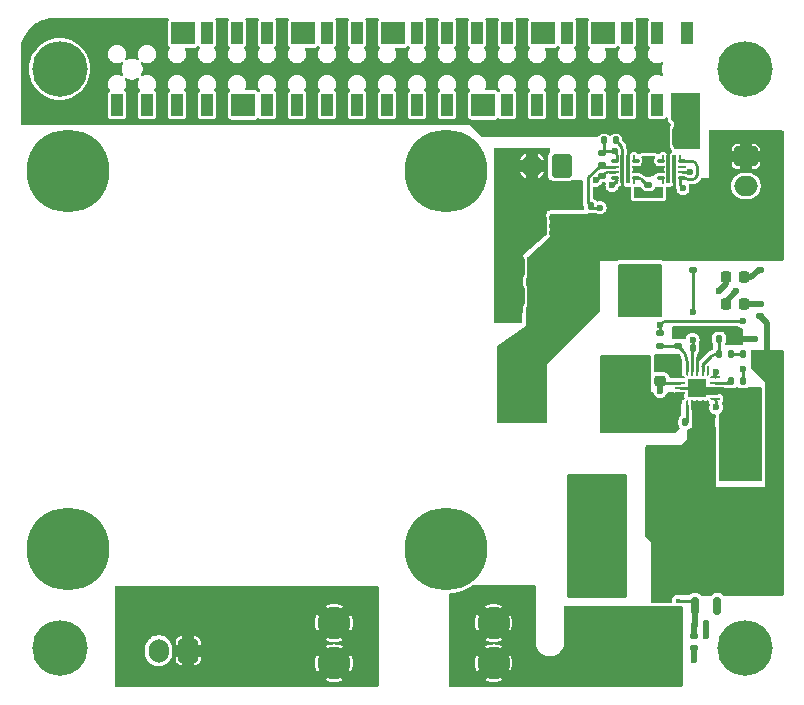
<source format=gbr>
%TF.GenerationSoftware,KiCad,Pcbnew,8.0.8*%
%TF.CreationDate,2025-01-29T16:05:44+00:00*%
%TF.ProjectId,ElectriPi,456c6563-7472-4695-9069-2e6b69636164,rev?*%
%TF.SameCoordinates,PX514cfd0PY31d4590*%
%TF.FileFunction,Copper,L1,Top*%
%TF.FilePolarity,Positive*%
%FSLAX46Y46*%
G04 Gerber Fmt 4.6, Leading zero omitted, Abs format (unit mm)*
G04 Created by KiCad (PCBNEW 8.0.8) date 2025-01-29 16:05:44*
%MOMM*%
%LPD*%
G01*
G04 APERTURE LIST*
G04 Aperture macros list*
%AMRoundRect*
0 Rectangle with rounded corners*
0 $1 Rounding radius*
0 $2 $3 $4 $5 $6 $7 $8 $9 X,Y pos of 4 corners*
0 Add a 4 corners polygon primitive as box body*
4,1,4,$2,$3,$4,$5,$6,$7,$8,$9,$2,$3,0*
0 Add four circle primitives for the rounded corners*
1,1,$1+$1,$2,$3*
1,1,$1+$1,$4,$5*
1,1,$1+$1,$6,$7*
1,1,$1+$1,$8,$9*
0 Add four rect primitives between the rounded corners*
20,1,$1+$1,$2,$3,$4,$5,0*
20,1,$1+$1,$4,$5,$6,$7,0*
20,1,$1+$1,$6,$7,$8,$9,0*
20,1,$1+$1,$8,$9,$2,$3,0*%
%AMFreePoly0*
4,1,15,1.100000,0.175000,0.750000,0.175000,0.750000,-0.175000,1.100000,-0.175000,1.100000,-0.475000,0.750000,-0.475000,-0.750000,-0.475000,-1.100000,-0.475000,-1.100000,-0.175000,-0.750000,-0.175000,-0.750000,0.175000,-1.100000,0.175000,-1.100000,0.475000,1.100000,0.475000,1.100000,0.175000,1.100000,0.175000,$1*%
%AMFreePoly1*
4,1,14,0.289644,0.110355,0.410355,-0.010356,0.425000,-0.045711,0.425000,-0.075000,0.410355,-0.110355,0.375000,-0.125000,-0.375000,-0.125000,-0.410355,-0.110355,-0.425000,-0.075000,-0.425000,0.075000,-0.410355,0.110355,-0.375000,0.125000,0.254289,0.125000,0.289644,0.110355,0.289644,0.110355,$1*%
%AMFreePoly2*
4,1,14,0.410355,0.110355,0.425000,0.075000,0.425000,0.045711,0.410355,0.010356,0.289644,-0.110355,0.254289,-0.125000,-0.375000,-0.125000,-0.410355,-0.110355,-0.425000,-0.075000,-0.425000,0.075000,-0.410355,0.110355,-0.375000,0.125000,0.375000,0.125000,0.410355,0.110355,0.410355,0.110355,$1*%
%AMFreePoly3*
4,1,14,0.110355,0.410355,0.125000,0.375000,0.125000,-0.375000,0.110355,-0.410355,0.075000,-0.425000,-0.075000,-0.425000,-0.110355,-0.410355,-0.125000,-0.375000,-0.125000,0.254289,-0.110355,0.289644,0.010356,0.410355,0.045711,0.425000,0.075000,0.425000,0.110355,0.410355,0.110355,0.410355,$1*%
%AMFreePoly4*
4,1,14,-0.010356,0.410355,0.110355,0.289644,0.125000,0.254289,0.125000,-0.375000,0.110355,-0.410355,0.075000,-0.425000,-0.075000,-0.425000,-0.110355,-0.410355,-0.125000,-0.375000,-0.125000,0.375000,-0.110355,0.410355,-0.075000,0.425000,-0.045711,0.425000,-0.010356,0.410355,-0.010356,0.410355,$1*%
%AMFreePoly5*
4,1,14,0.410355,0.110355,0.425000,0.075000,0.425000,-0.075000,0.410355,-0.110355,0.375000,-0.125000,-0.254289,-0.125000,-0.289644,-0.110355,-0.410355,0.010356,-0.425000,0.045711,-0.425000,0.075000,-0.410355,0.110355,-0.375000,0.125000,0.375000,0.125000,0.410355,0.110355,0.410355,0.110355,$1*%
%AMFreePoly6*
4,1,14,0.410355,0.110355,0.425000,0.075000,0.425000,-0.075000,0.410355,-0.110355,0.375000,-0.125000,-0.375000,-0.125000,-0.410355,-0.110355,-0.425000,-0.075000,-0.425000,-0.045711,-0.410355,-0.010356,-0.289644,0.110355,-0.254289,0.125000,0.375000,0.125000,0.410355,0.110355,0.410355,0.110355,$1*%
%AMFreePoly7*
4,1,14,0.110355,0.410355,0.125000,0.375000,0.125000,-0.254289,0.110355,-0.289644,-0.010356,-0.410355,-0.045711,-0.425000,-0.075000,-0.425000,-0.110355,-0.410355,-0.125000,-0.375000,-0.125000,0.375000,-0.110355,0.410355,-0.075000,0.425000,0.075000,0.425000,0.110355,0.410355,0.110355,0.410355,$1*%
%AMFreePoly8*
4,1,14,0.110355,0.410355,0.125000,0.375000,0.125000,-0.375000,0.110355,-0.410355,0.075000,-0.425000,0.045711,-0.425000,0.010356,-0.410355,-0.110355,-0.289644,-0.125000,-0.254289,-0.125000,0.375000,-0.110355,0.410355,-0.075000,0.425000,0.075000,0.425000,0.110355,0.410355,0.110355,0.410355,$1*%
G04 Aperture macros list end*
%TA.AperFunction,SMDPad,CuDef*%
%ADD10RoundRect,0.135000X-0.135000X-0.185000X0.135000X-0.185000X0.135000X0.185000X-0.135000X0.185000X0*%
%TD*%
%TA.AperFunction,SMDPad,CuDef*%
%ADD11RoundRect,0.150000X0.150000X-0.587500X0.150000X0.587500X-0.150000X0.587500X-0.150000X-0.587500X0*%
%TD*%
%TA.AperFunction,SMDPad,CuDef*%
%ADD12RoundRect,0.140000X0.170000X-0.140000X0.170000X0.140000X-0.170000X0.140000X-0.170000X-0.140000X0*%
%TD*%
%TA.AperFunction,SMDPad,CuDef*%
%ADD13RoundRect,0.140000X0.140000X0.170000X-0.140000X0.170000X-0.140000X-0.170000X0.140000X-0.170000X0*%
%TD*%
%TA.AperFunction,SMDPad,CuDef*%
%ADD14RoundRect,0.050000X0.250000X-0.100000X0.250000X0.100000X-0.250000X0.100000X-0.250000X-0.100000X0*%
%TD*%
%TA.AperFunction,SMDPad,CuDef*%
%ADD15RoundRect,0.050000X0.075000X0.275000X-0.075000X0.275000X-0.075000X-0.275000X0.075000X-0.275000X0*%
%TD*%
%TA.AperFunction,SMDPad,CuDef*%
%ADD16RoundRect,0.050000X0.250000X-0.075000X0.250000X0.075000X-0.250000X0.075000X-0.250000X-0.075000X0*%
%TD*%
%TA.AperFunction,SMDPad,CuDef*%
%ADD17RoundRect,0.050000X0.100000X-1.150000X0.100000X1.150000X-0.100000X1.150000X-0.100000X-1.150000X0*%
%TD*%
%TA.AperFunction,SMDPad,CuDef*%
%ADD18RoundRect,0.135000X-0.185000X0.135000X-0.185000X-0.135000X0.185000X-0.135000X0.185000X0.135000X0*%
%TD*%
%TA.AperFunction,ComponentPad*%
%ADD19C,4.700000*%
%TD*%
%TA.AperFunction,SMDPad,CuDef*%
%ADD20RoundRect,0.093750X-0.093750X-0.106250X0.093750X-0.106250X0.093750X0.106250X-0.093750X0.106250X0*%
%TD*%
%TA.AperFunction,SMDPad,CuDef*%
%ADD21R,1.000000X1.600000*%
%TD*%
%TA.AperFunction,SMDPad,CuDef*%
%ADD22RoundRect,0.135000X0.135000X0.185000X-0.135000X0.185000X-0.135000X-0.185000X0.135000X-0.185000X0*%
%TD*%
%TA.AperFunction,ComponentPad*%
%ADD23RoundRect,0.250000X0.600000X0.750000X-0.600000X0.750000X-0.600000X-0.750000X0.600000X-0.750000X0*%
%TD*%
%TA.AperFunction,ComponentPad*%
%ADD24O,1.700000X2.000000*%
%TD*%
%TA.AperFunction,SMDPad,CuDef*%
%ADD25RoundRect,0.050000X-0.250000X0.100000X-0.250000X-0.100000X0.250000X-0.100000X0.250000X0.100000X0*%
%TD*%
%TA.AperFunction,SMDPad,CuDef*%
%ADD26RoundRect,0.050000X-0.075000X-0.275000X0.075000X-0.275000X0.075000X0.275000X-0.075000X0.275000X0*%
%TD*%
%TA.AperFunction,SMDPad,CuDef*%
%ADD27RoundRect,0.050000X-0.250000X0.075000X-0.250000X-0.075000X0.250000X-0.075000X0.250000X0.075000X0*%
%TD*%
%TA.AperFunction,SMDPad,CuDef*%
%ADD28RoundRect,0.050000X-0.100000X1.150000X-0.100000X-1.150000X0.100000X-1.150000X0.100000X1.150000X0*%
%TD*%
%TA.AperFunction,SMDPad,CuDef*%
%ADD29RoundRect,0.225000X0.250000X-0.225000X0.250000X0.225000X-0.250000X0.225000X-0.250000X-0.225000X0*%
%TD*%
%TA.AperFunction,SMDPad,CuDef*%
%ADD30RoundRect,0.250000X0.325000X0.650000X-0.325000X0.650000X-0.325000X-0.650000X0.325000X-0.650000X0*%
%TD*%
%TA.AperFunction,SMDPad,CuDef*%
%ADD31FreePoly0,180.000000*%
%TD*%
%TA.AperFunction,SMDPad,CuDef*%
%ADD32R,0.350000X0.300000*%
%TD*%
%TA.AperFunction,SMDPad,CuDef*%
%ADD33R,0.870000X0.235000*%
%TD*%
%TA.AperFunction,SMDPad,CuDef*%
%ADD34RoundRect,0.135000X0.185000X-0.135000X0.185000X0.135000X-0.185000X0.135000X-0.185000X-0.135000X0*%
%TD*%
%TA.AperFunction,SMDPad,CuDef*%
%ADD35RoundRect,0.250000X-1.400000X-1.000000X1.400000X-1.000000X1.400000X1.000000X-1.400000X1.000000X0*%
%TD*%
%TA.AperFunction,SMDPad,CuDef*%
%ADD36RoundRect,0.140000X-0.140000X-0.170000X0.140000X-0.170000X0.140000X0.170000X-0.140000X0.170000X0*%
%TD*%
%TA.AperFunction,SMDPad,CuDef*%
%ADD37RoundRect,0.250000X-0.325000X-0.650000X0.325000X-0.650000X0.325000X0.650000X-0.325000X0.650000X0*%
%TD*%
%TA.AperFunction,SMDPad,CuDef*%
%ADD38FreePoly1,90.000000*%
%TD*%
%TA.AperFunction,SMDPad,CuDef*%
%ADD39RoundRect,0.062500X0.062500X-0.362500X0.062500X0.362500X-0.062500X0.362500X-0.062500X-0.362500X0*%
%TD*%
%TA.AperFunction,SMDPad,CuDef*%
%ADD40FreePoly2,90.000000*%
%TD*%
%TA.AperFunction,SMDPad,CuDef*%
%ADD41FreePoly3,90.000000*%
%TD*%
%TA.AperFunction,SMDPad,CuDef*%
%ADD42RoundRect,0.062500X0.362500X-0.062500X0.362500X0.062500X-0.362500X0.062500X-0.362500X-0.062500X0*%
%TD*%
%TA.AperFunction,SMDPad,CuDef*%
%ADD43FreePoly4,90.000000*%
%TD*%
%TA.AperFunction,SMDPad,CuDef*%
%ADD44FreePoly5,90.000000*%
%TD*%
%TA.AperFunction,SMDPad,CuDef*%
%ADD45FreePoly6,90.000000*%
%TD*%
%TA.AperFunction,SMDPad,CuDef*%
%ADD46FreePoly7,90.000000*%
%TD*%
%TA.AperFunction,SMDPad,CuDef*%
%ADD47FreePoly8,90.000000*%
%TD*%
%TA.AperFunction,ComponentPad*%
%ADD48C,0.600000*%
%TD*%
%TA.AperFunction,SMDPad,CuDef*%
%ADD49R,1.600000X1.600000*%
%TD*%
%TA.AperFunction,SMDPad,CuDef*%
%ADD50R,1.020000X1.905000*%
%TD*%
%TA.AperFunction,ComponentPad*%
%ADD51C,2.780000*%
%TD*%
%TA.AperFunction,SMDPad,CuDef*%
%ADD52RoundRect,0.250000X1.500000X1.000000X-1.500000X1.000000X-1.500000X-1.000000X1.500000X-1.000000X0*%
%TD*%
%TA.AperFunction,SMDPad,CuDef*%
%ADD53RoundRect,0.250000X-0.250000X-0.475000X0.250000X-0.475000X0.250000X0.475000X-0.250000X0.475000X0*%
%TD*%
%TA.AperFunction,SMDPad,CuDef*%
%ADD54RoundRect,0.218750X-0.218750X-0.256250X0.218750X-0.256250X0.218750X0.256250X-0.218750X0.256250X0*%
%TD*%
%TA.AperFunction,ComponentPad*%
%ADD55C,7.000000*%
%TD*%
%TA.AperFunction,SMDPad,CuDef*%
%ADD56R,3.175000X4.950000*%
%TD*%
%TA.AperFunction,ComponentPad*%
%ADD57RoundRect,0.250000X-0.750000X0.600000X-0.750000X-0.600000X0.750000X-0.600000X0.750000X0.600000X0*%
%TD*%
%TA.AperFunction,ComponentPad*%
%ADD58O,2.000000X1.700000*%
%TD*%
%TA.AperFunction,SMDPad,CuDef*%
%ADD59RoundRect,0.250000X1.000000X0.900000X-1.000000X0.900000X-1.000000X-0.900000X1.000000X-0.900000X0*%
%TD*%
%TA.AperFunction,ViaPad*%
%ADD60C,0.600000*%
%TD*%
%TA.AperFunction,Conductor*%
%ADD61C,0.250000*%
%TD*%
%TA.AperFunction,Conductor*%
%ADD62C,0.500000*%
%TD*%
G04 APERTURE END LIST*
D10*
%TO.P,R11,1*%
%TO.N,Net-(IC2-EN)*%
X59340000Y-27350000D03*
%TO.P,R11,2*%
%TO.N,GND*%
X60360000Y-27350000D03*
%TD*%
D11*
%TO.P,D4,1,A*%
%TO.N,Net-(D4-A)*%
X57300000Y-49937500D03*
%TO.P,D4,2,NC*%
%TO.N,unconnected-(D4-NC-Pad2)*%
X59200000Y-49937500D03*
%TO.P,D4,3,K*%
%TO.N,Vin*%
X58250000Y-48062500D03*
%TD*%
D12*
%TO.P,C9,1*%
%TO.N,Net-(U1-dVdt)*%
X53350000Y-14310000D03*
%TO.P,C9,2*%
%TO.N,GND*%
X53350000Y-13350000D03*
%TD*%
D13*
%TO.P,C8,1*%
%TO.N,BST*%
X56480000Y-34400000D03*
%TO.P,C8,2*%
%TO.N,SW*%
X55520000Y-34400000D03*
%TD*%
D14*
%TO.P,U4,1,EN/UVLO*%
%TO.N,Net-(U1-PG)*%
X56200000Y-13700000D03*
D15*
X56025000Y-13875000D03*
D16*
%TO.P,U4,2,OVLO*%
%TO.N,OVLO*%
X56200000Y-13225000D03*
%TO.P,U4,3,PG*%
%TO.N,unconnected-(U4-PG-Pad3)*%
X56200000Y-12775000D03*
D14*
%TO.P,U4,4,PGTH*%
%TO.N,Net-(U1-PG)*%
X56200000Y-12300000D03*
D15*
X56025000Y-12125000D03*
D17*
%TO.P,U4,5,IN*%
%TO.N,+5V*%
X55550000Y-13000000D03*
%TO.P,U4,6,OUT*%
%TO.N,5V_PI*%
X55050000Y-13000000D03*
D15*
%TO.P,U4,7,dVdt*%
%TO.N,unconnected-(U4-dVdt-Pad7)*%
X54575000Y-12125000D03*
D14*
%TO.N,unconnected-(U4-dVdt-Pad7)_1*%
X54400000Y-12300000D03*
D16*
%TO.P,U4,8,GND*%
%TO.N,GND*%
X54400000Y-12775000D03*
%TO.P,U4,9,IMON*%
X54400000Y-13225000D03*
D15*
%TO.P,U4,10,DNC*%
%TO.N,unconnected-(U4-DNC-Pad10)*%
X54575000Y-13875000D03*
D14*
%TO.N,unconnected-(U4-DNC-Pad10)_1*%
X54400000Y-13700000D03*
%TD*%
D18*
%TO.P,R13,1*%
%TO.N,+5V*%
X57100000Y-20490000D03*
%TO.P,R13,2*%
%TO.N,FB*%
X57100000Y-21510000D03*
%TD*%
D19*
%TO.P,H2,1*%
%TO.N,N/C*%
X3500000Y-4500000D03*
%TD*%
D20*
%TO.P,U3,1,GND*%
%TO.N,GND*%
X43362500Y-17100000D03*
%TO.P,U3,2,GND*%
X43362500Y-17750000D03*
%TO.P,U3,3,GND*%
X43362500Y-18400000D03*
%TO.P,U3,4,IN*%
%TO.N,+5V*%
X45137500Y-18400000D03*
%TO.P,U3,5,IN*%
X45137500Y-17750000D03*
%TO.P,U3,6,IN*%
X45137500Y-17100000D03*
D21*
%TO.P,U3,7,GND*%
%TO.N,GND*%
X44250000Y-17750000D03*
%TD*%
D22*
%TO.P,R10,1*%
%TO.N,OVLO*%
X48510000Y-16100000D03*
%TO.P,R10,2*%
%TO.N,GND*%
X47490000Y-16100000D03*
%TD*%
D23*
%TO.P,J1,1,Pin_1*%
%TO.N,Net-(J1-Pin_1)*%
X14380000Y-53745996D03*
D24*
%TO.P,J1,2,Pin_2*%
%TO.N,GND*%
X11880000Y-53745996D03*
%TD*%
D25*
%TO.P,U1,1,EN/UVLO*%
%TO.N,UVLO*%
X50500000Y-12300000D03*
D26*
X50675000Y-12125000D03*
D27*
%TO.P,U1,2,OVLO*%
%TO.N,OVLO*%
X50500000Y-12775000D03*
%TO.P,U1,3,PG*%
%TO.N,Net-(U1-PG)*%
X50500000Y-13225000D03*
D25*
%TO.P,U1,4,PGTH*%
%TO.N,UVLO*%
X50500000Y-13700000D03*
D26*
X50675000Y-13875000D03*
D28*
%TO.P,U1,5,IN*%
%TO.N,+5V*%
X51150000Y-13000000D03*
%TO.P,U1,6,OUT*%
%TO.N,5V_PI*%
X51650000Y-13000000D03*
D26*
%TO.P,U1,7,dVdt*%
%TO.N,Net-(U1-dVdt)*%
X52125000Y-13875000D03*
D25*
X52300000Y-13700000D03*
D27*
%TO.P,U1,8,GND*%
%TO.N,GND*%
X52300000Y-13225000D03*
%TO.P,U1,9,IMON*%
X52300000Y-12775000D03*
D26*
%TO.P,U1,10,DNC*%
%TO.N,unconnected-(U1-DNC-Pad10)*%
X52125000Y-12125000D03*
D25*
%TO.N,unconnected-(U1-DNC-Pad10)_1*%
X52300000Y-12300000D03*
%TD*%
D29*
%TO.P,C3,1*%
%TO.N,VCC*%
X54350000Y-30925000D03*
%TO.P,C3,2*%
%TO.N,GND*%
X54350000Y-29375000D03*
%TD*%
D10*
%TO.P,R14,1*%
%TO.N,FB*%
X57090000Y-28100000D03*
%TO.P,R14,2*%
%TO.N,GND*%
X58110000Y-28100000D03*
%TD*%
D30*
%TO.P,C5,1*%
%TO.N,+5V*%
X45225000Y-21250000D03*
%TO.P,C5,2*%
%TO.N,GND*%
X42275000Y-21250000D03*
%TD*%
D31*
%TO.P,Q1,1,D*%
%TO.N,Net-(D1-A2)*%
X54925000Y-50475000D03*
D32*
%TO.P,Q1,3,G*%
%TO.N,Net-(D4-A)*%
X55850000Y-49500000D03*
D33*
%TO.P,Q1,4,S*%
%TO.N,Vin*%
X54885000Y-49500000D03*
D32*
X54000000Y-49500000D03*
%TD*%
D34*
%TO.P,R3,1*%
%TO.N,GND*%
X57250000Y-53510000D03*
%TO.P,R3,2*%
%TO.N,Net-(D4-A)*%
X57250000Y-52490000D03*
%TD*%
D35*
%TO.P,D1,1,A1*%
%TO.N,GND*%
X49750000Y-47850000D03*
%TO.P,D1,2,A2*%
%TO.N,Net-(D1-A2)*%
X49750000Y-54650000D03*
%TD*%
D10*
%TO.P,R1,1*%
%TO.N,Net-(R1-Pad1)*%
X61390000Y-28650000D03*
%TO.P,R1,2*%
%TO.N,Vin*%
X62410000Y-28650000D03*
%TD*%
D36*
%TO.P,C6,1*%
%TO.N,Vin*%
X58600000Y-34400000D03*
%TO.P,C6,2*%
%TO.N,GND*%
X59560000Y-34400000D03*
%TD*%
D37*
%TO.P,C12,1*%
%TO.N,5V_PI*%
X53025000Y-10250000D03*
%TO.P,C12,2*%
%TO.N,GND*%
X55975000Y-10250000D03*
%TD*%
D34*
%TO.P,R5,1*%
%TO.N,Net-(IC2-MODE)*%
X55850000Y-27910000D03*
%TO.P,R5,2*%
%TO.N,GND*%
X55850000Y-26890000D03*
%TD*%
D38*
%TO.P,IC2,1,BST*%
%TO.N,BST*%
X56600000Y-32950000D03*
D39*
%TO.P,IC2,2,VIN_1*%
%TO.N,Vin*%
X57050000Y-32950000D03*
%TO.P,IC2,3,VIN_2*%
X57500000Y-32950000D03*
%TO.P,IC2,4,VIN_3*%
X57950000Y-32950000D03*
D40*
%TO.P,IC2,5,VIN_4*%
X58400000Y-32950000D03*
D41*
%TO.P,IC2,6,SW_1*%
%TO.N,SW*%
X58950000Y-32400000D03*
D42*
%TO.P,IC2,7,PGND_1*%
%TO.N,GND*%
X58950000Y-31950000D03*
%TO.P,IC2,8,PGND_2*%
X58950000Y-31500000D03*
%TO.P,IC2,9,PGOOD*%
%TO.N,Net-(IC2-PGOOD)*%
X58950000Y-31050000D03*
D43*
%TO.P,IC2,10,NC_1*%
%TO.N,GND*%
X58950000Y-30600000D03*
D44*
%TO.P,IC2,11,SS*%
%TO.N,unconnected-(IC2-SS-Pad11)*%
X58400000Y-30050000D03*
D39*
%TO.P,IC2,12,EN*%
%TO.N,Net-(IC2-EN)*%
X57950000Y-30050000D03*
%TO.P,IC2,13,AGND*%
%TO.N,GND*%
X57500000Y-30050000D03*
%TO.P,IC2,14,FB*%
%TO.N,FB*%
X57050000Y-30050000D03*
D45*
%TO.P,IC2,15,MODE*%
%TO.N,Net-(IC2-MODE)*%
X56600000Y-30050000D03*
D46*
%TO.P,IC2,16,NC_2*%
%TO.N,GND*%
X56050000Y-30600000D03*
D42*
%TO.P,IC2,17,VCC*%
%TO.N,VCC*%
X56050000Y-31050000D03*
%TO.P,IC2,18,PGND_3*%
%TO.N,GND*%
X56050000Y-31500000D03*
%TO.P,IC2,19,SW_2*%
%TO.N,SW*%
X56050000Y-31950000D03*
D47*
%TO.P,IC2,20,SW_3*%
X56050000Y-32400000D03*
D48*
%TO.P,IC2,21,PGND_4*%
%TO.N,GND*%
X57000000Y-32000000D03*
X58000000Y-32000000D03*
D49*
X57500000Y-31500000D03*
D48*
X57000000Y-31000000D03*
X58000000Y-31000000D03*
%TD*%
D22*
%TO.P,R12,1*%
%TO.N,VCC*%
X61360000Y-30900000D03*
%TO.P,R12,2*%
%TO.N,Net-(IC2-PGOOD)*%
X60340000Y-30900000D03*
%TD*%
D50*
%TO.P,J6,1,3V3*%
%TO.N,unconnected-(J6-3V3-Pad1)*%
X8370000Y-7548000D03*
%TO.P,J6,2,5V*%
%TO.N,5V_PI*%
X8370000Y-1452000D03*
%TO.P,J6,3,SDA/GPIO2*%
%TO.N,unconnected-(J6-SDA{slash}GPIO2-Pad3)*%
X10910000Y-7548000D03*
%TO.P,J6,4,5V*%
%TO.N,5V_PI*%
X10910000Y-1452000D03*
%TO.P,J6,5,SCL/GPIO3*%
%TO.N,unconnected-(J6-SCL{slash}GPIO3-Pad5)*%
X13450000Y-7548000D03*
%TO.P,J6,6,GND*%
%TO.N,GND*%
X13450000Y-1452000D03*
%TO.P,J6,7,GCLK0/GPIO4*%
%TO.N,unconnected-(J6-GCLK0{slash}GPIO4-Pad7)*%
X15990000Y-7548000D03*
%TO.P,J6,8,GPIO14/TXD*%
%TO.N,unconnected-(J6-GPIO14{slash}TXD-Pad8)*%
X15990000Y-1452000D03*
%TO.P,J6,9,GND*%
%TO.N,GND*%
X18530000Y-7548000D03*
%TO.P,J6,10,GPIO15/RXD*%
%TO.N,unconnected-(J6-GPIO15{slash}RXD-Pad10)*%
X18530000Y-1452000D03*
%TO.P,J6,11,GPIO17*%
%TO.N,unconnected-(J6-GPIO17-Pad11)*%
X21070000Y-7548000D03*
%TO.P,J6,12,GPIO18/PWM0*%
%TO.N,unconnected-(J6-GPIO18{slash}PWM0-Pad12)*%
X21070000Y-1452000D03*
%TO.P,J6,13,GPIO27*%
%TO.N,unconnected-(J6-GPIO27-Pad13)*%
X23610000Y-7548000D03*
%TO.P,J6,14,GND*%
%TO.N,GND*%
X23610000Y-1452000D03*
%TO.P,J6,15,GPIO22*%
%TO.N,unconnected-(J6-GPIO22-Pad15)*%
X26150000Y-7548000D03*
%TO.P,J6,16,GPIO23*%
%TO.N,unconnected-(J6-GPIO23-Pad16)*%
X26150000Y-1452000D03*
%TO.P,J6,17,3V3*%
%TO.N,unconnected-(J6-3V3-Pad17)*%
X28690000Y-7548000D03*
%TO.P,J6,18,GPIO24*%
%TO.N,unconnected-(J6-GPIO24-Pad18)*%
X28690000Y-1452000D03*
%TO.P,J6,19,MOSI0/GPIO10*%
%TO.N,unconnected-(J6-MOSI0{slash}GPIO10-Pad19)*%
X31230000Y-7548000D03*
%TO.P,J6,20,GND*%
%TO.N,GND*%
X31230000Y-1452000D03*
%TO.P,J6,21,MISO0/GPIO9*%
%TO.N,unconnected-(J6-MISO0{slash}GPIO9-Pad21)*%
X33770000Y-7548000D03*
%TO.P,J6,22,GPIO25*%
%TO.N,unconnected-(J6-GPIO25-Pad22)*%
X33770000Y-1452000D03*
%TO.P,J6,23,SCLK0/GPIO11*%
%TO.N,unconnected-(J6-SCLK0{slash}GPIO11-Pad23)*%
X36310000Y-7548000D03*
%TO.P,J6,24,~{CE0}/GPIO8*%
%TO.N,unconnected-(J6-~{CE0}{slash}GPIO8-Pad24)*%
X36310000Y-1452000D03*
%TO.P,J6,25,GND*%
%TO.N,GND*%
X38850000Y-7548000D03*
%TO.P,J6,26,~{CE1}/GPIO7*%
%TO.N,unconnected-(J6-~{CE1}{slash}GPIO7-Pad26)*%
X38850000Y-1452000D03*
%TO.P,J6,27,ID_SD/GPIO0*%
%TO.N,unconnected-(J6-ID_SD{slash}GPIO0-Pad27)*%
X41390000Y-7548000D03*
%TO.P,J6,28,ID_SC/GPIO1*%
%TO.N,unconnected-(J6-ID_SC{slash}GPIO1-Pad28)*%
X41390000Y-1452000D03*
%TO.P,J6,29,GCLK1/GPIO5*%
%TO.N,unconnected-(J6-GCLK1{slash}GPIO5-Pad29)*%
X43930000Y-7548000D03*
%TO.P,J6,30,GND*%
%TO.N,GND*%
X43930000Y-1452000D03*
%TO.P,J6,31,GCLK2/GPIO6*%
%TO.N,unconnected-(J6-GCLK2{slash}GPIO6-Pad31)*%
X46470000Y-7548000D03*
%TO.P,J6,32,PWM0/GPIO12*%
%TO.N,unconnected-(J6-PWM0{slash}GPIO12-Pad32)*%
X46470000Y-1452000D03*
%TO.P,J6,33,PWM1/GPIO13*%
%TO.N,unconnected-(J6-PWM1{slash}GPIO13-Pad33)*%
X49010000Y-7548000D03*
%TO.P,J6,34,GND*%
%TO.N,GND*%
X49010000Y-1452000D03*
%TO.P,J6,35,GPIO19/MISO1*%
%TO.N,unconnected-(J6-GPIO19{slash}MISO1-Pad35)*%
X51550000Y-7548000D03*
%TO.P,J6,36,GPIO16*%
%TO.N,unconnected-(J6-GPIO16-Pad36)*%
X51550000Y-1452000D03*
%TO.P,J6,37,GPIO26*%
%TO.N,unconnected-(J6-GPIO26-Pad37)*%
X54090000Y-7548000D03*
%TO.P,J6,38,GPIO20/MOSI1*%
%TO.N,unconnected-(J6-GPIO20{slash}MOSI1-Pad38)*%
X54090000Y-1452000D03*
%TO.P,J6,39,GND*%
%TO.N,GND*%
X56630000Y-7548000D03*
%TO.P,J6,40,GPIO21/SCLK1*%
%TO.N,unconnected-(J6-GPIO21{slash}SCLK1-Pad40)*%
X56630000Y-1452000D03*
%TD*%
D30*
%TO.P,C4,1*%
%TO.N,+5V*%
X45225000Y-23750000D03*
%TO.P,C4,2*%
%TO.N,GND*%
X42275000Y-23750000D03*
%TD*%
D13*
%TO.P,C11,1*%
%TO.N,+5V*%
X55280000Y-14950000D03*
%TO.P,C11,2*%
%TO.N,GND*%
X54320000Y-14950000D03*
%TD*%
D34*
%TO.P,R6,1*%
%TO.N,Net-(D3-A)*%
X62800000Y-21509996D03*
%TO.P,R6,2*%
%TO.N,+5V*%
X62800000Y-20489996D03*
%TD*%
D51*
%TO.P,F1,1*%
%TO.N,Net-(J1-Pin_1)*%
X26740000Y-51400000D03*
X26740000Y-54800000D03*
%TO.P,F1,2*%
%TO.N,Net-(D1-A2)*%
X40240000Y-51400000D03*
X40240000Y-54800000D03*
%TD*%
D52*
%TO.P,C18,1*%
%TO.N,Vin*%
X54950000Y-41500000D03*
%TO.P,C18,2*%
%TO.N,GND*%
X48450000Y-41500000D03*
%TD*%
D23*
%TO.P,J3,1,Pin_1*%
%TO.N,Net-(J3-Pin_1)*%
X46000000Y-12700000D03*
D24*
%TO.P,J3,2,Pin_2*%
%TO.N,GND*%
X43500000Y-12700000D03*
%TD*%
D18*
%TO.P,R9,1*%
%TO.N,Net-(U1-PG)*%
X49450000Y-13540000D03*
%TO.P,R9,2*%
%TO.N,+5V*%
X49450000Y-14560000D03*
%TD*%
D53*
%TO.P,C1,1*%
%TO.N,Vin*%
X58350000Y-36100000D03*
%TO.P,C1,2*%
%TO.N,GND*%
X60250000Y-36100000D03*
%TD*%
D18*
%TO.P,R2,1*%
%TO.N,UVLO*%
X49450000Y-11590000D03*
%TO.P,R2,2*%
%TO.N,OVLO*%
X49450000Y-12610000D03*
%TD*%
D19*
%TO.P,H3,1*%
%TO.N,N/C*%
X61500000Y-4500000D03*
%TD*%
D13*
%TO.P,C7,1*%
%TO.N,+5V*%
X43230000Y-25500000D03*
%TO.P,C7,2*%
%TO.N,GND*%
X42270000Y-25500000D03*
%TD*%
D18*
%TO.P,R4,1*%
%TO.N,VCC*%
X54350000Y-26890000D03*
%TO.P,R4,2*%
%TO.N,Net-(IC2-MODE)*%
X54350000Y-27910000D03*
%TD*%
D53*
%TO.P,C2,1*%
%TO.N,Vin*%
X58350000Y-38350000D03*
%TO.P,C2,2*%
%TO.N,GND*%
X60250000Y-38350000D03*
%TD*%
D54*
%TO.P,D5,1,K*%
%TO.N,GND*%
X59912500Y-24399996D03*
%TO.P,D5,2,A*%
%TO.N,Net-(D5-A)*%
X61487500Y-24399996D03*
%TD*%
D55*
%TO.P,U2,1*%
%TO.N,N/C*%
X4250000Y-13100000D03*
%TO.P,U2,2*%
X36250000Y-13100000D03*
%TO.P,U2,3*%
X4250000Y-45100000D03*
%TO.P,U2,4*%
X36250000Y-45100000D03*
%TD*%
D36*
%TO.P,C10,1*%
%TO.N,+5V*%
X51420000Y-14950000D03*
%TO.P,C10,2*%
%TO.N,GND*%
X52380000Y-14950000D03*
%TD*%
D54*
%TO.P,D3,1,K*%
%TO.N,GND*%
X59900000Y-22149996D03*
%TO.P,D3,2,A*%
%TO.N,Net-(D3-A)*%
X61475000Y-22149996D03*
%TD*%
D56*
%TO.P,L1,1,1*%
%TO.N,SW*%
X51507500Y-31500000D03*
%TO.P,L1,2,2*%
%TO.N,+5V*%
X42492500Y-31500000D03*
%TD*%
D18*
%TO.P,R8,1*%
%TO.N,Net-(D5-A)*%
X62800000Y-24399996D03*
%TO.P,R8,2*%
%TO.N,Vin*%
X62800000Y-25419996D03*
%TD*%
D57*
%TO.P,J4,1,Pin_1*%
%TO.N,+5V*%
X61600000Y-11899996D03*
D58*
%TO.P,J4,2,Pin_2*%
%TO.N,GND*%
X61600000Y-14399996D03*
%TD*%
D19*
%TO.P,H1,1*%
%TO.N,N/C*%
X61500000Y-53500000D03*
%TD*%
D59*
%TO.P,D2,1,A1*%
%TO.N,GND*%
X52150000Y-23250000D03*
%TO.P,D2,2,A2*%
%TO.N,+5V*%
X47850000Y-23250000D03*
%TD*%
D19*
%TO.P,H4,1*%
%TO.N,N/C*%
X3500000Y-53500000D03*
%TD*%
D22*
%TO.P,R15,1*%
%TO.N,+5V*%
X50610000Y-10550000D03*
%TO.P,R15,2*%
%TO.N,UVLO*%
X49590000Y-10550000D03*
%TD*%
D36*
%TO.P,C17,1*%
%TO.N,Net-(D4-A)*%
X57270000Y-51500000D03*
%TO.P,C17,2*%
%TO.N,GND*%
X58230000Y-51500000D03*
%TD*%
D22*
%TO.P,R7,1*%
%TO.N,Net-(R1-Pad1)*%
X60360000Y-28650000D03*
%TO.P,R7,2*%
%TO.N,Net-(IC2-EN)*%
X59340000Y-28650000D03*
%TD*%
D60*
%TO.N,VCC*%
X54350000Y-31750000D03*
X61350000Y-25850000D03*
X61350000Y-29900000D03*
X54350000Y-26150000D03*
%TO.N,GND*%
X47250000Y-14250000D03*
X51750000Y-21500000D03*
X62350000Y-33600000D03*
X41000000Y-17750000D03*
X41000000Y-21500000D03*
X61100000Y-32850000D03*
X41000000Y-20750000D03*
X48500000Y-44750000D03*
X62350000Y-36600000D03*
X61350000Y-34100000D03*
X49750000Y-43500000D03*
X60600000Y-32350000D03*
X51000000Y-25000000D03*
X39878000Y-7985000D03*
X42500000Y-19250000D03*
X59100000Y-30150000D03*
X44750000Y-15500000D03*
X61350000Y-38600000D03*
X53250000Y-25000000D03*
X19558000Y-7985000D03*
X41000000Y-14750000D03*
X51000000Y-43500000D03*
X51000000Y-21500000D03*
X54000000Y-22500000D03*
X57250000Y-10000000D03*
X41000000Y-19250000D03*
X59300000Y-23299996D03*
X47000000Y-47250000D03*
X60600000Y-33350000D03*
X24638000Y-1000000D03*
X44958000Y-1889000D03*
X44750000Y-14250000D03*
X48500000Y-45750000D03*
X49750000Y-44750000D03*
X42500000Y-14750000D03*
X55600000Y-29100000D03*
X60600000Y-34100000D03*
X41000000Y-20000000D03*
X44958000Y-1000000D03*
X39878000Y-7096000D03*
X60100000Y-32850000D03*
X47000000Y-45750000D03*
X47000000Y-44750000D03*
X54000000Y-21500000D03*
X57250000Y-10750000D03*
X61600000Y-32350000D03*
X60800000Y-23299996D03*
X51000000Y-39250000D03*
X41000000Y-16600000D03*
X53700000Y-12750000D03*
X19558000Y-7096000D03*
X47250000Y-15000000D03*
X52500000Y-25000000D03*
X53250000Y-21500000D03*
X62350000Y-37600000D03*
X61350000Y-34850000D03*
X41000000Y-24500000D03*
X52500000Y-21500000D03*
X42500000Y-17750000D03*
X14478000Y-1000000D03*
X42500000Y-16600000D03*
X49750000Y-39250000D03*
X61600000Y-33350000D03*
X51000000Y-42000000D03*
X60100000Y-31850000D03*
X50038000Y-1000000D03*
X14478000Y-1889000D03*
X32258000Y-1889000D03*
X51750000Y-25000000D03*
X60600000Y-34850000D03*
X24638000Y-1889000D03*
X41000000Y-25250000D03*
X61100000Y-31850000D03*
X41000000Y-13000000D03*
X48500000Y-39250000D03*
X47000000Y-39250000D03*
X51000000Y-45750000D03*
X62350000Y-27350000D03*
X62350000Y-38600000D03*
X55600000Y-29850000D03*
X61350000Y-37600000D03*
X48500000Y-43500000D03*
X50038000Y-1889000D03*
X54000000Y-25000000D03*
X41000000Y-23750000D03*
X51000000Y-40500000D03*
X53700000Y-15100000D03*
X51000000Y-44750000D03*
X49750000Y-45750000D03*
X62350000Y-32600000D03*
X47000000Y-43500000D03*
X57250000Y-54500000D03*
X41000000Y-23000000D03*
X47000000Y-48750000D03*
X62350000Y-34600000D03*
X58250000Y-52500000D03*
X61350000Y-35600000D03*
X53350000Y-12150000D03*
X53000000Y-12750000D03*
X53000000Y-15100000D03*
X57250000Y-9250000D03*
X54000000Y-23250000D03*
X62350000Y-35600000D03*
X54000000Y-24000000D03*
X41000000Y-22250000D03*
X61350000Y-36600000D03*
X32258000Y-1000000D03*
%TO.N,+5V*%
X58000000Y-18000000D03*
X44500000Y-19750000D03*
X56000000Y-18000000D03*
%TO.N,Vin*%
X64100000Y-29750000D03*
X64100000Y-32000000D03*
X64100000Y-31250000D03*
X55500000Y-44500000D03*
X64100000Y-32750000D03*
X64100000Y-30500000D03*
X55500000Y-47000000D03*
%TO.N,5V_PI*%
X43250000Y-9250000D03*
X46250000Y-9250000D03*
%TO.N,Net-(J1-Pin_1)*%
X17500000Y-50250000D03*
X20000000Y-50250000D03*
%TO.N,SW*%
X59100000Y-33150000D03*
X55850000Y-33150000D03*
%TO.N,Net-(D1-A2)*%
X48250000Y-51750000D03*
X51250000Y-51750000D03*
%TO.N,FB*%
X57090000Y-27450000D03*
X57100000Y-25099996D03*
%TO.N,UVLO*%
X50269999Y-14351951D03*
X50500000Y-11450000D03*
%TO.N,OVLO*%
X56853735Y-13223616D03*
X49250000Y-16250000D03*
%TO.N,Net-(U1-PG)*%
X48874410Y-13922701D03*
X56273713Y-14592403D03*
%TD*%
D61*
%TO.N,VCC*%
X54862132Y-25850000D02*
X61350000Y-25850000D01*
X56050000Y-31050000D02*
X54475000Y-31050000D01*
X61355000Y-29905000D02*
X61350000Y-29900000D01*
D62*
X54350000Y-31750000D02*
X54350000Y-30925000D01*
D61*
X54350000Y-26150000D02*
X54350000Y-26890000D01*
X54500000Y-26000000D02*
X54350000Y-26150000D01*
X61360000Y-29917071D02*
X61360000Y-30900000D01*
X54500000Y-26000000D02*
G75*
G02*
X54862132Y-25850013I362100J-362100D01*
G01*
X61355000Y-29905000D02*
G75*
G02*
X61360012Y-29917071I-12100J-12100D01*
G01*
D62*
%TO.N,GND*%
X59912500Y-24399996D02*
X59912500Y-24187496D01*
X59900000Y-22699996D02*
X59300000Y-23299996D01*
D61*
X58950000Y-30406066D02*
X58950000Y-30600000D01*
D62*
X59900000Y-22149996D02*
X59900000Y-22699996D01*
X57250000Y-54500000D02*
X57250000Y-53510000D01*
D61*
X59025000Y-30225000D02*
X59100000Y-30150000D01*
D62*
X58230000Y-52465857D02*
X58230000Y-51500000D01*
D61*
X57500000Y-29141335D02*
X57500000Y-30050000D01*
D62*
X59912500Y-24187496D02*
X60800000Y-23299996D01*
D61*
X60100000Y-31850000D02*
X59925000Y-31675000D01*
X59502512Y-31500000D02*
X58950000Y-31500000D01*
D62*
X62350000Y-27350000D02*
X60360000Y-27350000D01*
X58240000Y-52490000D02*
X58250000Y-52500000D01*
D61*
X58950000Y-31500000D02*
X57500000Y-31500000D01*
X57805000Y-28405000D02*
X58110000Y-28100000D01*
X57500000Y-31500000D02*
X56050000Y-31500000D01*
X59125000Y-31950000D02*
X57675000Y-31950000D01*
D62*
X58230000Y-52465857D02*
G75*
G03*
X58239988Y-52490012I34100J-43D01*
G01*
D61*
X59502512Y-31500000D02*
G75*
G02*
X59924996Y-31675004I-12J-597500D01*
G01*
X57805000Y-28405000D02*
G75*
G03*
X57500015Y-29141335I736300J-736300D01*
G01*
X59025000Y-30225000D02*
G75*
G03*
X58949986Y-30406066I181100J-181100D01*
G01*
%TO.N,+5V*%
X51285000Y-14815000D02*
X51420000Y-14950000D01*
X51150000Y-13000000D02*
X51150000Y-14489081D01*
X55550000Y-14489081D02*
X55550000Y-13000000D01*
X50880000Y-10820000D02*
X50610000Y-10550000D01*
D62*
X61600000Y-11899996D02*
X60700000Y-11899996D01*
D61*
X55415000Y-14815000D02*
X55280000Y-14950000D01*
X51150000Y-11471837D02*
X51150000Y-13000000D01*
X55550000Y-14489081D02*
G75*
G02*
X55415006Y-14815006I-460900J-19D01*
G01*
X50880000Y-10820000D02*
G75*
G02*
X51149984Y-11471837I-651800J-651800D01*
G01*
X51285000Y-14815000D02*
G75*
G02*
X51150008Y-14489081I325900J325900D01*
G01*
D62*
%TO.N,Vin*%
X63400000Y-29050000D02*
X64100000Y-29750000D01*
X62800000Y-25419996D02*
X63400000Y-26019996D01*
X63400000Y-26019996D02*
X63400000Y-29050000D01*
%TO.N,Net-(D3-A)*%
X62060004Y-22149996D02*
X62700000Y-21510000D01*
X61475000Y-22149996D02*
X62060004Y-22149996D01*
%TO.N,Net-(D5-A)*%
X61487500Y-24399996D02*
X62800000Y-24399996D01*
D61*
%TO.N,BST*%
X56600000Y-32950000D02*
X56600000Y-34380000D01*
%TO.N,5V_PI*%
X51650000Y-10756066D02*
X51650000Y-13000000D01*
X55050000Y-11085355D02*
X55050000Y-13000000D01*
%TO.N,SW*%
X59100000Y-33150000D02*
X59100000Y-32656066D01*
X59025000Y-32475000D02*
X58950000Y-32400000D01*
X59025000Y-32475000D02*
G75*
G02*
X59100014Y-32656066I-181100J-181100D01*
G01*
%TO.N,Net-(U1-dVdt)*%
X53160502Y-14260502D02*
X52706066Y-13806066D01*
X52450000Y-13700000D02*
X52300000Y-13700000D01*
X53280000Y-14310000D02*
X53350000Y-14310000D01*
X53160502Y-14260502D02*
G75*
G03*
X53280000Y-14309999I119498J119502D01*
G01*
X52706066Y-13806066D02*
G75*
G03*
X52450000Y-13699991I-256066J-256034D01*
G01*
D62*
%TO.N,Net-(D4-A)*%
X57250000Y-52490000D02*
X57250000Y-51520000D01*
X57270000Y-51500000D02*
X57270000Y-49967500D01*
D61*
X55850000Y-49500000D02*
X57300000Y-49500000D01*
%TO.N,Net-(IC2-PGOOD)*%
X60083933Y-31050000D02*
X58950000Y-31050000D01*
X60265000Y-30975000D02*
X60340000Y-30900000D01*
X60265000Y-30975000D02*
G75*
G02*
X60083933Y-31050014I-181100J181100D01*
G01*
%TO.N,Net-(IC2-EN)*%
X59350000Y-27360000D02*
X59350000Y-28640000D01*
X58058756Y-29410913D02*
X58635705Y-28833964D01*
X59079835Y-28650000D02*
X59340000Y-28650000D01*
X57950000Y-29673473D02*
X57950000Y-30050000D01*
X58058756Y-29410913D02*
G75*
G03*
X57949976Y-29673473I262544J-262587D01*
G01*
X58635705Y-28833964D02*
G75*
G02*
X59079835Y-28650026I444095J-444136D01*
G01*
%TO.N,FB*%
X57100000Y-25099996D02*
X57100000Y-21510000D01*
X57050000Y-30050000D02*
X57050000Y-27940000D01*
X57090000Y-27450000D02*
X57090000Y-28100000D01*
%TO.N,Net-(IC2-MODE)*%
X55850000Y-27910000D02*
X54350000Y-27910000D01*
X56600000Y-29190330D02*
X56600000Y-30050000D01*
X55850000Y-27910000D02*
X56225000Y-28285000D01*
X56600000Y-29190330D02*
G75*
G03*
X56225009Y-28284991I-1280300J30D01*
G01*
%TO.N,UVLO*%
X50649561Y-13972388D02*
X50269999Y-14351951D01*
X49520000Y-11520000D02*
X49450000Y-11590000D01*
X50675000Y-13910975D02*
X50675000Y-13875000D01*
X50500000Y-11450000D02*
X49688994Y-11450000D01*
X49590000Y-11351005D02*
X49590000Y-10550000D01*
X50587500Y-11537500D02*
X50500000Y-11450000D01*
X50675000Y-11748743D02*
X50675000Y-12125000D01*
X49590000Y-11351005D02*
G75*
G02*
X49519999Y-11519999I-239000J5D01*
G01*
X50587500Y-11537500D02*
G75*
G02*
X50674982Y-11748743I-211200J-211200D01*
G01*
X49520000Y-11520000D02*
G75*
G02*
X49688994Y-11449998I169000J-169000D01*
G01*
X50649561Y-13972388D02*
G75*
G03*
X50674967Y-13910975I-61461J61388D01*
G01*
X49590000Y-11351005D02*
G75*
G03*
X49688994Y-11450000I99000J5D01*
G01*
%TO.N,Net-(R1-Pad1)*%
X61390000Y-28650000D02*
X60360000Y-28650000D01*
%TO.N,OVLO*%
X56851372Y-13225000D02*
X56200000Y-13225000D01*
X49250000Y-16250000D02*
X48660000Y-16250000D01*
X56853043Y-13224308D02*
X56853735Y-13223616D01*
X48249410Y-15839410D02*
X48510000Y-16100000D01*
X49138227Y-12775000D02*
X48249410Y-13663817D01*
X49250544Y-16241073D02*
X49249628Y-16238856D01*
X49250000Y-16250000D02*
X49250000Y-16246416D01*
X48249410Y-13663817D02*
X48249410Y-15839410D01*
X50500000Y-12775000D02*
X49138227Y-12775000D01*
X48660000Y-16250000D02*
X48510000Y-16100000D01*
X49247775Y-16237004D02*
G75*
G02*
X49249661Y-16238842I-1275J-3196D01*
G01*
X49250544Y-16241073D02*
G75*
G02*
X49250557Y-16243697I-3144J-1327D01*
G01*
X49250543Y-16243691D02*
G75*
G03*
X49250005Y-16246416I6557J-2709D01*
G01*
X49245460Y-16235460D02*
G75*
G03*
X49247776Y-16237002I5040J5060D01*
G01*
X56851372Y-13225000D02*
G75*
G03*
X56853064Y-13224330I28J2400D01*
G01*
%TO.N,Net-(U1-PG)*%
X56273713Y-14592403D02*
X56149356Y-14468046D01*
X56025000Y-14167823D02*
X56025000Y-13875000D01*
X49518196Y-13471803D02*
X49607499Y-13382499D01*
X56341147Y-13700000D02*
X56200000Y-13700000D01*
X48874410Y-13922701D02*
X49188914Y-13608196D01*
X57090622Y-13848616D02*
X56699938Y-13848616D01*
X49987738Y-13225000D02*
X50500000Y-13225000D01*
X57478735Y-13460503D02*
X57478735Y-12775830D01*
X57002904Y-12300000D02*
X56200000Y-12300000D01*
X49188914Y-13608196D02*
G75*
G02*
X49353555Y-13539957I164686J-164604D01*
G01*
X49518196Y-13471803D02*
G75*
G02*
X49353555Y-13539979I-164596J164603D01*
G01*
X57002904Y-12300000D02*
G75*
G02*
X57339358Y-12439376I-4J-475800D01*
G01*
X56520543Y-13774308D02*
G75*
G03*
X56699938Y-13848585I179357J179408D01*
G01*
X49987738Y-13225000D02*
G75*
G03*
X49607489Y-13382489I-38J-537700D01*
G01*
X57478735Y-13460503D02*
G75*
G02*
X57365062Y-13734943I-388135J3D01*
G01*
X57339367Y-12439367D02*
G75*
G02*
X57478712Y-12775830I-336467J-336433D01*
G01*
X56341147Y-13700000D02*
G75*
G02*
X56520518Y-13774333I-47J-253700D01*
G01*
X56149356Y-14468046D02*
G75*
G02*
X56024989Y-14167823I300244J300246D01*
G01*
X57090622Y-13848616D02*
G75*
G03*
X57365049Y-13734930I-22J388116D01*
G01*
%TD*%
%TA.AperFunction,Conductor*%
%TO.N,Net-(J1-Pin_1)*%
G36*
X30459191Y-48268907D02*
G01*
X30495155Y-48318407D01*
X30500000Y-48349000D01*
X30500000Y-56700500D01*
X30481093Y-56758691D01*
X30431593Y-56794655D01*
X30401000Y-56799500D01*
X8299000Y-56799500D01*
X8240809Y-56780593D01*
X8204845Y-56731093D01*
X8200000Y-56700500D01*
X8200000Y-53505446D01*
X10729500Y-53505446D01*
X10729500Y-53986545D01*
X10757828Y-54165402D01*
X10803881Y-54307143D01*
X10813789Y-54337635D01*
X10896004Y-54498990D01*
X11002447Y-54645497D01*
X11130499Y-54773549D01*
X11277006Y-54879992D01*
X11438361Y-54962207D01*
X11610591Y-55018167D01*
X11682136Y-55029498D01*
X11789451Y-55046496D01*
X11789454Y-55046496D01*
X11970549Y-55046496D01*
X12059977Y-55032331D01*
X12149409Y-55018167D01*
X12321639Y-54962207D01*
X12482994Y-54879992D01*
X12629501Y-54773549D01*
X12757553Y-54645497D01*
X12863996Y-54498990D01*
X12946211Y-54337635D01*
X12975986Y-54245997D01*
X13330001Y-54245997D01*
X13330001Y-54550199D01*
X13332850Y-54580596D01*
X13332850Y-54580598D01*
X13377654Y-54708643D01*
X13458207Y-54817786D01*
X13458209Y-54817788D01*
X13567352Y-54898341D01*
X13695398Y-54943145D01*
X13725789Y-54945995D01*
X13880000Y-54945995D01*
X13880000Y-54245997D01*
X14880000Y-54245997D01*
X14880000Y-54945994D01*
X14880001Y-54945995D01*
X15034203Y-54945995D01*
X15064600Y-54943145D01*
X15064602Y-54943145D01*
X15192647Y-54898341D01*
X15301790Y-54817788D01*
X15301792Y-54817786D01*
X15314919Y-54800000D01*
X25145083Y-54800000D01*
X25164718Y-55049498D01*
X25223144Y-55292857D01*
X25315959Y-55516932D01*
X25865800Y-54967090D01*
X25884203Y-55059603D01*
X25951293Y-55221573D01*
X26048692Y-55367342D01*
X26172658Y-55491308D01*
X26318427Y-55588707D01*
X26480397Y-55655797D01*
X26572906Y-55674198D01*
X26023066Y-56224039D01*
X26247143Y-56316856D01*
X26490501Y-56375281D01*
X26740000Y-56394916D01*
X26989498Y-56375281D01*
X27232850Y-56316857D01*
X27456931Y-56224038D01*
X26907092Y-55674199D01*
X26999603Y-55655797D01*
X27161573Y-55588707D01*
X27307342Y-55491308D01*
X27431308Y-55367342D01*
X27528707Y-55221573D01*
X27595797Y-55059603D01*
X27614199Y-54967092D01*
X28164038Y-55516931D01*
X28256857Y-55292850D01*
X28315281Y-55049498D01*
X28334916Y-54800000D01*
X28315281Y-54550501D01*
X28256856Y-54307143D01*
X28164039Y-54083066D01*
X27614198Y-54632906D01*
X27595797Y-54540397D01*
X27528707Y-54378427D01*
X27431308Y-54232658D01*
X27307342Y-54108692D01*
X27161573Y-54011293D01*
X26999603Y-53944203D01*
X26907090Y-53925800D01*
X27456932Y-53375959D01*
X27232857Y-53283144D01*
X27232858Y-53283144D01*
X26989498Y-53224718D01*
X26740000Y-53205083D01*
X26490501Y-53224718D01*
X26247142Y-53283144D01*
X26023066Y-53375959D01*
X26572907Y-53925800D01*
X26480397Y-53944203D01*
X26318427Y-54011293D01*
X26172658Y-54108692D01*
X26048692Y-54232658D01*
X25951293Y-54378427D01*
X25884203Y-54540397D01*
X25865800Y-54632907D01*
X25315959Y-54083066D01*
X25223144Y-54307142D01*
X25164718Y-54550501D01*
X25145083Y-54800000D01*
X15314919Y-54800000D01*
X15382345Y-54708643D01*
X15427149Y-54580597D01*
X15429999Y-54550207D01*
X15430000Y-54550206D01*
X15430000Y-54245997D01*
X15429999Y-54245996D01*
X14880001Y-54245996D01*
X14880000Y-54245997D01*
X13880000Y-54245997D01*
X13879999Y-54245996D01*
X13330002Y-54245996D01*
X13330001Y-54245997D01*
X12975986Y-54245997D01*
X13002171Y-54165405D01*
X13030500Y-53986542D01*
X13030500Y-53680170D01*
X13880000Y-53680170D01*
X13880000Y-53811822D01*
X13914075Y-53938989D01*
X13979901Y-54053003D01*
X14072993Y-54146095D01*
X14187007Y-54211921D01*
X14314174Y-54245996D01*
X14445826Y-54245996D01*
X14572993Y-54211921D01*
X14687007Y-54146095D01*
X14780099Y-54053003D01*
X14845925Y-53938989D01*
X14880000Y-53811822D01*
X14880000Y-53680170D01*
X14845925Y-53553003D01*
X14780099Y-53438989D01*
X14687007Y-53345897D01*
X14572993Y-53280071D01*
X14445826Y-53245996D01*
X14314174Y-53245996D01*
X14187007Y-53280071D01*
X14072993Y-53345897D01*
X13979901Y-53438989D01*
X13914075Y-53553003D01*
X13880000Y-53680170D01*
X13030500Y-53680170D01*
X13030500Y-53505450D01*
X13030500Y-53505446D01*
X13002171Y-53326589D01*
X13002171Y-53326587D01*
X12946211Y-53154357D01*
X12863996Y-52993002D01*
X12826784Y-52941784D01*
X13330000Y-52941784D01*
X13330000Y-53245995D01*
X13330001Y-53245996D01*
X13879999Y-53245996D01*
X13880000Y-53245995D01*
X13880000Y-52545997D01*
X14880000Y-52545997D01*
X14880000Y-53245995D01*
X14880001Y-53245996D01*
X15429998Y-53245996D01*
X15429999Y-53245995D01*
X15429999Y-52941792D01*
X15427149Y-52911395D01*
X15427149Y-52911393D01*
X15382345Y-52783348D01*
X15301792Y-52674205D01*
X15301790Y-52674203D01*
X15192647Y-52593650D01*
X15064601Y-52548846D01*
X15034211Y-52545996D01*
X14880001Y-52545996D01*
X14880000Y-52545997D01*
X13880000Y-52545997D01*
X13879999Y-52545996D01*
X13725796Y-52545996D01*
X13695399Y-52548846D01*
X13695397Y-52548846D01*
X13567352Y-52593650D01*
X13458209Y-52674203D01*
X13458207Y-52674205D01*
X13377654Y-52783348D01*
X13332850Y-52911394D01*
X13330000Y-52941784D01*
X12826784Y-52941784D01*
X12757553Y-52846495D01*
X12629501Y-52718443D01*
X12482994Y-52612000D01*
X12482993Y-52611999D01*
X12482991Y-52611998D01*
X12321637Y-52529784D01*
X12149406Y-52473824D01*
X11970549Y-52445496D01*
X11970546Y-52445496D01*
X11789454Y-52445496D01*
X11789451Y-52445496D01*
X11610593Y-52473824D01*
X11438362Y-52529784D01*
X11277008Y-52611998D01*
X11203752Y-52665221D01*
X11130499Y-52718443D01*
X11002447Y-52846495D01*
X10955296Y-52911393D01*
X10896002Y-52993004D01*
X10813788Y-53154358D01*
X10757828Y-53326589D01*
X10729500Y-53505446D01*
X8200000Y-53505446D01*
X8200000Y-51400000D01*
X25145083Y-51400000D01*
X25164718Y-51649498D01*
X25223144Y-51892857D01*
X25315959Y-52116932D01*
X25865800Y-51567090D01*
X25884203Y-51659603D01*
X25951293Y-51821573D01*
X26048692Y-51967342D01*
X26172658Y-52091308D01*
X26318427Y-52188707D01*
X26480397Y-52255797D01*
X26572906Y-52274198D01*
X26023066Y-52824039D01*
X26247143Y-52916856D01*
X26490501Y-52975281D01*
X26740000Y-52994916D01*
X26989498Y-52975281D01*
X27232850Y-52916857D01*
X27456931Y-52824038D01*
X26907092Y-52274199D01*
X26999603Y-52255797D01*
X27161573Y-52188707D01*
X27307342Y-52091308D01*
X27431308Y-51967342D01*
X27528707Y-51821573D01*
X27595797Y-51659603D01*
X27614199Y-51567092D01*
X28164038Y-52116931D01*
X28256857Y-51892850D01*
X28315281Y-51649498D01*
X28334916Y-51400000D01*
X28315281Y-51150501D01*
X28256856Y-50907143D01*
X28164039Y-50683066D01*
X27614198Y-51232906D01*
X27595797Y-51140397D01*
X27528707Y-50978427D01*
X27431308Y-50832658D01*
X27307342Y-50708692D01*
X27161573Y-50611293D01*
X26999603Y-50544203D01*
X26907090Y-50525800D01*
X27456932Y-49975959D01*
X27232857Y-49883144D01*
X27232858Y-49883144D01*
X26989498Y-49824718D01*
X26740000Y-49805083D01*
X26490501Y-49824718D01*
X26247142Y-49883144D01*
X26023066Y-49975959D01*
X26572907Y-50525800D01*
X26480397Y-50544203D01*
X26318427Y-50611293D01*
X26172658Y-50708692D01*
X26048692Y-50832658D01*
X25951293Y-50978427D01*
X25884203Y-51140397D01*
X25865800Y-51232907D01*
X25315959Y-50683066D01*
X25223144Y-50907142D01*
X25164718Y-51150501D01*
X25145083Y-51400000D01*
X8200000Y-51400000D01*
X8200000Y-48349000D01*
X8218907Y-48290809D01*
X8268407Y-48254845D01*
X8299000Y-48250000D01*
X30401000Y-48250000D01*
X30459191Y-48268907D01*
G37*
%TD.AperFunction*%
%TD*%
%TA.AperFunction,Conductor*%
%TO.N,SW*%
G36*
X53493039Y-28719685D02*
G01*
X53538794Y-28772489D01*
X53550000Y-28824000D01*
X53550000Y-31850000D01*
X53658591Y-31850000D01*
X53725630Y-31869685D01*
X53771385Y-31922489D01*
X53773144Y-31926531D01*
X53787270Y-31960632D01*
X53825462Y-32052838D01*
X53825463Y-32052840D01*
X53825464Y-32052841D01*
X53921718Y-32178282D01*
X54047159Y-32274536D01*
X54193238Y-32335044D01*
X54267836Y-32344865D01*
X54349999Y-32355682D01*
X54350000Y-32355682D01*
X54350001Y-32355682D01*
X54410584Y-32347706D01*
X54506762Y-32335044D01*
X54652841Y-32274536D01*
X54778282Y-32178282D01*
X54874536Y-32052841D01*
X54926848Y-31926547D01*
X54970689Y-31872144D01*
X55036983Y-31850079D01*
X55041409Y-31850000D01*
X55420394Y-31850000D01*
X55474855Y-31862600D01*
X55582488Y-31915219D01*
X55582489Y-31915219D01*
X55582491Y-31915220D01*
X55653051Y-31925500D01*
X55979539Y-31925499D01*
X55979549Y-31925500D01*
X55993982Y-31925500D01*
X56275500Y-31925500D01*
X56342539Y-31945185D01*
X56388294Y-31997989D01*
X56399500Y-32049500D01*
X56399500Y-32260025D01*
X56379815Y-32327064D01*
X56363181Y-32347706D01*
X56270110Y-32440776D01*
X56265153Y-32445848D01*
X56203865Y-32539906D01*
X56203863Y-32539909D01*
X56198770Y-32552206D01*
X56187754Y-32578802D01*
X56185130Y-32585352D01*
X56182299Y-32600499D01*
X56164500Y-32695712D01*
X56164500Y-32791440D01*
X56152794Y-32844033D01*
X56150000Y-32849998D01*
X56150000Y-33760149D01*
X56130315Y-33827188D01*
X56099634Y-33859919D01*
X56025001Y-33915001D01*
X55946147Y-34021844D01*
X55902291Y-34147173D01*
X55902289Y-34147185D01*
X55899500Y-34176929D01*
X55899500Y-34623070D01*
X55902289Y-34652814D01*
X55902291Y-34652826D01*
X55946147Y-34778155D01*
X55964925Y-34803599D01*
X55988895Y-34869229D01*
X55973579Y-34937399D01*
X55956561Y-34961022D01*
X55636859Y-35309790D01*
X55577049Y-35345907D01*
X55545452Y-35350000D01*
X49374000Y-35350000D01*
X49306961Y-35330315D01*
X49261206Y-35277511D01*
X49250000Y-35226000D01*
X49250000Y-28824000D01*
X49269685Y-28756961D01*
X49322489Y-28711206D01*
X49374000Y-28700000D01*
X53426000Y-28700000D01*
X53493039Y-28719685D01*
G37*
%TD.AperFunction*%
%TD*%
%TA.AperFunction,Conductor*%
%TO.N,GND*%
G36*
X58374855Y-31412600D02*
G01*
X58482488Y-31465219D01*
X58482489Y-31465219D01*
X58482491Y-31465220D01*
X58553051Y-31475500D01*
X58879539Y-31475499D01*
X58879549Y-31475500D01*
X58893982Y-31475500D01*
X59981336Y-31475500D01*
X60022292Y-31482459D01*
X60123121Y-31517741D01*
X60123120Y-31517741D01*
X60127534Y-31518154D01*
X60152543Y-31520500D01*
X60527456Y-31520499D01*
X60556879Y-31517741D01*
X60680794Y-31474381D01*
X60748746Y-31424230D01*
X60814375Y-31400259D01*
X60822380Y-31400000D01*
X60877620Y-31400000D01*
X60944659Y-31419685D01*
X60951254Y-31424230D01*
X61019206Y-31474381D01*
X61060511Y-31488834D01*
X61143119Y-31517741D01*
X61150796Y-31518460D01*
X61172543Y-31520500D01*
X61547456Y-31520499D01*
X61576879Y-31517741D01*
X61700794Y-31474381D01*
X61768746Y-31424230D01*
X61834375Y-31400259D01*
X61842380Y-31400000D01*
X62820500Y-31400000D01*
X62887539Y-31419685D01*
X62933294Y-31472489D01*
X62944500Y-31524000D01*
X62944500Y-39276000D01*
X62924815Y-39343039D01*
X62872011Y-39388794D01*
X62820500Y-39400000D01*
X59474000Y-39400000D01*
X59406961Y-39380315D01*
X59361206Y-39327511D01*
X59350000Y-39276000D01*
X59350000Y-33776232D01*
X59369685Y-33709193D01*
X59398514Y-33677856D01*
X59415438Y-33664870D01*
X59528282Y-33578282D01*
X59624536Y-33452841D01*
X59685044Y-33306762D01*
X59705682Y-33150000D01*
X59685044Y-32993238D01*
X59624536Y-32847159D01*
X59624535Y-32847158D01*
X59624535Y-32847157D01*
X59613414Y-32832664D01*
X59588220Y-32767495D01*
X59602259Y-32699050D01*
X59607890Y-32689496D01*
X59646137Y-32630800D01*
X59662246Y-32591909D01*
X59664870Y-32585359D01*
X59685500Y-32475000D01*
X59685500Y-32325000D01*
X59685419Y-32317945D01*
X59665708Y-32224501D01*
X59662247Y-32208094D01*
X59662246Y-32208091D01*
X59646137Y-32169200D01*
X59640435Y-32156288D01*
X59574864Y-32065155D01*
X59480800Y-32003863D01*
X59441909Y-31987754D01*
X59435359Y-31985130D01*
X59325000Y-31964500D01*
X58575000Y-31964500D01*
X58568885Y-31964570D01*
X58567943Y-31964581D01*
X58458094Y-31987752D01*
X58419163Y-32003878D01*
X58406294Y-32009561D01*
X58406291Y-32009563D01*
X58315156Y-32075135D01*
X58315154Y-32075137D01*
X58303062Y-32093695D01*
X58249971Y-32139117D01*
X58199171Y-32150000D01*
X57974000Y-32150000D01*
X57906961Y-32130315D01*
X57861206Y-32077511D01*
X57850000Y-32026000D01*
X57850000Y-31524000D01*
X57869685Y-31456961D01*
X57922489Y-31411206D01*
X57974000Y-31400000D01*
X58320394Y-31400000D01*
X58374855Y-31412600D01*
G37*
%TD.AperFunction*%
%TD*%
%TA.AperFunction,Conductor*%
%TO.N,GND*%
G36*
X56404176Y-6504263D02*
G01*
X56406997Y-6505118D01*
X56407004Y-6505121D01*
X56554703Y-6534500D01*
X56554704Y-6534500D01*
X56705296Y-6534500D01*
X56705297Y-6534500D01*
X56852996Y-6505121D01*
X56853004Y-6505117D01*
X56855824Y-6504263D01*
X56884563Y-6500000D01*
X57651000Y-6500000D01*
X57709191Y-6518907D01*
X57745155Y-6568407D01*
X57750000Y-6599000D01*
X57750000Y-11151000D01*
X57731093Y-11209191D01*
X57681593Y-11245155D01*
X57651000Y-11250000D01*
X55599000Y-11250000D01*
X55540809Y-11231093D01*
X55504845Y-11181593D01*
X55500000Y-11151000D01*
X55500000Y-9000000D01*
X55499999Y-8999999D01*
X55278996Y-8778995D01*
X55251219Y-8724479D01*
X55250000Y-8708992D01*
X55250000Y-6599000D01*
X55268907Y-6540809D01*
X55318407Y-6504845D01*
X55349000Y-6500000D01*
X56375437Y-6500000D01*
X56404176Y-6504263D01*
G37*
%TD.AperFunction*%
%TD*%
%TA.AperFunction,Conductor*%
%TO.N,GND*%
G36*
X51443039Y-38769685D02*
G01*
X51488794Y-38822489D01*
X51500000Y-38874000D01*
X51500000Y-49126000D01*
X51480315Y-49193039D01*
X51427511Y-49238794D01*
X51376000Y-49250000D01*
X46624000Y-49250000D01*
X46556961Y-49230315D01*
X46511206Y-49177511D01*
X46500000Y-49126000D01*
X46500000Y-38874000D01*
X46519685Y-38806961D01*
X46572489Y-38761206D01*
X46624000Y-38750000D01*
X51376000Y-38750000D01*
X51443039Y-38769685D01*
G37*
%TD.AperFunction*%
%TD*%
%TA.AperFunction,Conductor*%
%TO.N,GND*%
G36*
X50489039Y-511685D02*
G01*
X50534794Y-564489D01*
X50546000Y-616000D01*
X50546000Y-2273000D01*
X50526315Y-2340039D01*
X50473511Y-2385794D01*
X50422000Y-2397000D01*
X48638000Y-2397000D01*
X48570961Y-2377315D01*
X48525206Y-2324511D01*
X48514000Y-2273000D01*
X48514000Y-616000D01*
X48533685Y-548961D01*
X48586489Y-503206D01*
X48638000Y-492000D01*
X50422000Y-492000D01*
X50489039Y-511685D01*
G37*
%TD.AperFunction*%
%TD*%
%TA.AperFunction,Conductor*%
%TO.N,Vin*%
G36*
X57968690Y-32601559D02*
G01*
X58000000Y-32605682D01*
X58000001Y-32605682D01*
X58031308Y-32601560D01*
X58047494Y-32600499D01*
X58260024Y-32600499D01*
X58327063Y-32620184D01*
X58347705Y-32636818D01*
X58440799Y-32729912D01*
X58445636Y-32734639D01*
X58445848Y-32734846D01*
X58498279Y-32769010D01*
X58543701Y-32822101D01*
X58553208Y-32891321D01*
X58545146Y-32920353D01*
X58514955Y-32993240D01*
X58494318Y-33149998D01*
X58494318Y-33150001D01*
X58514955Y-33306760D01*
X58514956Y-33306762D01*
X58549428Y-33389986D01*
X58575464Y-33452841D01*
X58671718Y-33578282D01*
X58797159Y-33674536D01*
X58943238Y-33735044D01*
X58943241Y-33735044D01*
X58951087Y-33737147D01*
X58950268Y-33740203D01*
X59000520Y-33762394D01*
X59039029Y-33820693D01*
X59044500Y-33857119D01*
X59044500Y-33956366D01*
X59030134Y-34014301D01*
X59026148Y-34021842D01*
X58982291Y-34147176D01*
X58982289Y-34147185D01*
X58979500Y-34176929D01*
X58979500Y-34623070D01*
X58982289Y-34652814D01*
X58982291Y-34652826D01*
X59026146Y-34778152D01*
X59026148Y-34778157D01*
X59026150Y-34778160D01*
X59030129Y-34785688D01*
X59044500Y-34843632D01*
X59044500Y-39276000D01*
X59044501Y-39276009D01*
X59051481Y-39340935D01*
X59051483Y-39340947D01*
X59062688Y-39392457D01*
X59073644Y-39430654D01*
X59073647Y-39430661D01*
X59083037Y-39446716D01*
X59100000Y-39509318D01*
X59100000Y-39850000D01*
X63250000Y-39850000D01*
X63250000Y-40500000D01*
X64799500Y-40500000D01*
X64799500Y-48976000D01*
X64779815Y-49043039D01*
X64727011Y-49088794D01*
X64675500Y-49100000D01*
X59787997Y-49100000D01*
X59720958Y-49080315D01*
X59688227Y-49049634D01*
X59688128Y-49049500D01*
X59672150Y-49027850D01*
X59562882Y-48947207D01*
X59562880Y-48947206D01*
X59434700Y-48902353D01*
X59404270Y-48899500D01*
X59404266Y-48899500D01*
X58995734Y-48899500D01*
X58995730Y-48899500D01*
X58965300Y-48902353D01*
X58965298Y-48902353D01*
X58837119Y-48947206D01*
X58837117Y-48947207D01*
X58727850Y-49027850D01*
X58711773Y-49049634D01*
X58656125Y-49091885D01*
X58612003Y-49100000D01*
X57887997Y-49100000D01*
X57820958Y-49080315D01*
X57788227Y-49049634D01*
X57788128Y-49049500D01*
X57772150Y-49027850D01*
X57662882Y-48947207D01*
X57662880Y-48947206D01*
X57534700Y-48902353D01*
X57504270Y-48899500D01*
X57504266Y-48899500D01*
X57095734Y-48899500D01*
X57095730Y-48899500D01*
X57065300Y-48902353D01*
X57065298Y-48902353D01*
X56937119Y-48947206D01*
X56937117Y-48947207D01*
X56827848Y-49027851D01*
X56821279Y-49034421D01*
X56819451Y-49032593D01*
X56774946Y-49066384D01*
X56730823Y-49074500D01*
X56171167Y-49074500D01*
X56121081Y-49063935D01*
X56094991Y-49052415D01*
X56069865Y-49049500D01*
X55630143Y-49049500D01*
X55630117Y-49049502D01*
X55605012Y-49052413D01*
X55605008Y-49052415D01*
X55502235Y-49097793D01*
X55422794Y-49177234D01*
X55377415Y-49280006D01*
X55377415Y-49280008D01*
X55374500Y-49305131D01*
X55374500Y-49305136D01*
X55374501Y-49570500D01*
X55354817Y-49637539D01*
X55302013Y-49683294D01*
X55250501Y-49694500D01*
X53825000Y-49694500D01*
X53822511Y-49694615D01*
X53796813Y-49695802D01*
X53789740Y-49696957D01*
X53789669Y-49696525D01*
X53764765Y-49700000D01*
X53724000Y-49700000D01*
X53656961Y-49680315D01*
X53611206Y-49627511D01*
X53600000Y-49576000D01*
X53600000Y-44600000D01*
X53136319Y-44136319D01*
X53102834Y-44074996D01*
X53100000Y-44048638D01*
X53100000Y-36474000D01*
X53119685Y-36406961D01*
X53172489Y-36361206D01*
X53224000Y-36350000D01*
X56100000Y-36350000D01*
X56600000Y-35850000D01*
X56600000Y-35130007D01*
X56619685Y-35062968D01*
X56672489Y-35017213D01*
X56697544Y-35008862D01*
X56702813Y-35007710D01*
X56702819Y-35007710D01*
X56828157Y-34963852D01*
X56934999Y-34884999D01*
X57013852Y-34778157D01*
X57043892Y-34692309D01*
X57057708Y-34652826D01*
X57057708Y-34652823D01*
X57057710Y-34652819D01*
X57060500Y-34623066D01*
X57060500Y-34176934D01*
X57057710Y-34147181D01*
X57057709Y-34147177D01*
X57032458Y-34075013D01*
X57025500Y-34034059D01*
X57025500Y-33389986D01*
X57027611Y-33367201D01*
X57035500Y-33324998D01*
X57035500Y-32724499D01*
X57055185Y-32657460D01*
X57107989Y-32611705D01*
X57159500Y-32600499D01*
X57952505Y-32600499D01*
X57968690Y-32601559D01*
G37*
%TD.AperFunction*%
%TD*%
%TA.AperFunction,Conductor*%
%TO.N,GND*%
G36*
X44943039Y-11169685D02*
G01*
X44988794Y-11222489D01*
X45000000Y-11274000D01*
X45000000Y-11524711D01*
X44980315Y-11591750D01*
X44974804Y-11599636D01*
X44915639Y-11677656D01*
X44860122Y-11818438D01*
X44854188Y-11867853D01*
X44849500Y-11906898D01*
X44849500Y-13493102D01*
X44852651Y-13519339D01*
X44860122Y-13581561D01*
X44860122Y-13581563D01*
X44860123Y-13581564D01*
X44870469Y-13607799D01*
X44915639Y-13722343D01*
X44974804Y-13800363D01*
X44999627Y-13865674D01*
X45000000Y-13875288D01*
X45000000Y-13900000D01*
X45040647Y-13900000D01*
X45107686Y-13919685D01*
X45115573Y-13925197D01*
X45127656Y-13934360D01*
X45127657Y-13934360D01*
X45127658Y-13934361D01*
X45268436Y-13989877D01*
X45356898Y-14000500D01*
X45356903Y-14000500D01*
X46643097Y-14000500D01*
X46643102Y-14000500D01*
X46731564Y-13989877D01*
X46872342Y-13934361D01*
X46884427Y-13925197D01*
X46949739Y-13900373D01*
X46959353Y-13900000D01*
X47699910Y-13900000D01*
X47766949Y-13919685D01*
X47812704Y-13972489D01*
X47823910Y-14024000D01*
X47823910Y-15783392D01*
X47823910Y-15895428D01*
X47852907Y-16003647D01*
X47908925Y-16100673D01*
X47908929Y-16100677D01*
X47913872Y-16107119D01*
X47911028Y-16109300D01*
X47936666Y-16156252D01*
X47939500Y-16182609D01*
X47939501Y-16320499D01*
X47919817Y-16387539D01*
X47867013Y-16433294D01*
X47815501Y-16444500D01*
X45098994Y-16444500D01*
X45051224Y-16448260D01*
X45051221Y-16448260D01*
X45051215Y-16448260D01*
X45051214Y-16448261D01*
X45044228Y-16449367D01*
X45020625Y-16453105D01*
X44990243Y-16459513D01*
X44930277Y-16488003D01*
X44877067Y-16500000D01*
X44750000Y-16500000D01*
X44750000Y-16625100D01*
X44734883Y-16684433D01*
X44728361Y-16696400D01*
X44728357Y-16696409D01*
X44709453Y-16754591D01*
X44709451Y-16754598D01*
X44706355Y-16774148D01*
X44694368Y-16811040D01*
X44664121Y-16870404D01*
X44664120Y-16870405D01*
X44649500Y-16962718D01*
X44649500Y-17237281D01*
X44664120Y-17329595D01*
X44664121Y-17329597D01*
X44681484Y-17363672D01*
X44695000Y-17419968D01*
X44695000Y-17430030D01*
X44681485Y-17486324D01*
X44664123Y-17520398D01*
X44664120Y-17520406D01*
X44649500Y-17612718D01*
X44649500Y-17887281D01*
X44664120Y-17979595D01*
X44664121Y-17979597D01*
X44681484Y-18013672D01*
X44695000Y-18069968D01*
X44695000Y-18080030D01*
X44681485Y-18136324D01*
X44664123Y-18170398D01*
X44664120Y-18170406D01*
X44649500Y-18262718D01*
X44649500Y-18531669D01*
X44629815Y-18598708D01*
X44607155Y-18624988D01*
X42750000Y-20249999D01*
X42750000Y-22009093D01*
X42736273Y-22065801D01*
X42728359Y-22081189D01*
X42728356Y-22081197D01*
X42709452Y-22139378D01*
X42694500Y-22233785D01*
X42694500Y-22766226D01*
X42694508Y-22768344D01*
X42694518Y-22769792D01*
X42694518Y-22769796D01*
X42710838Y-22866166D01*
X42710841Y-22866178D01*
X42730569Y-22924072D01*
X42730576Y-22924088D01*
X42735668Y-22933737D01*
X42750000Y-22991606D01*
X42750000Y-24509093D01*
X42736273Y-24565801D01*
X42728359Y-24581189D01*
X42728356Y-24581197D01*
X42709452Y-24639378D01*
X42694500Y-24733785D01*
X42694500Y-25105481D01*
X42687542Y-25146435D01*
X42652290Y-25247177D01*
X42652289Y-25247185D01*
X42649500Y-25276929D01*
X42649500Y-25723070D01*
X42652289Y-25752819D01*
X42681062Y-25835044D01*
X42684625Y-25904823D01*
X42649896Y-25965451D01*
X42587903Y-25997678D01*
X42564021Y-26000000D01*
X40424000Y-26000000D01*
X40356961Y-25980315D01*
X40311206Y-25927511D01*
X40300000Y-25876000D01*
X40300000Y-13200000D01*
X42508462Y-13200000D01*
X42569500Y-13347358D01*
X42569505Y-13347368D01*
X42684410Y-13519335D01*
X42684413Y-13519339D01*
X42830660Y-13665586D01*
X42830668Y-13665592D01*
X42999999Y-13778735D01*
X43000000Y-13778735D01*
X44000000Y-13778735D01*
X44169331Y-13665592D01*
X44169339Y-13665586D01*
X44315586Y-13519339D01*
X44315589Y-13519335D01*
X44430494Y-13347368D01*
X44430499Y-13347358D01*
X44491538Y-13200000D01*
X44000000Y-13200000D01*
X44000000Y-13778735D01*
X43000000Y-13778735D01*
X43000000Y-13200000D01*
X42508462Y-13200000D01*
X40300000Y-13200000D01*
X40300000Y-12634174D01*
X43000000Y-12634174D01*
X43000000Y-12765826D01*
X43034075Y-12892993D01*
X43099901Y-13007007D01*
X43192993Y-13100099D01*
X43307007Y-13165925D01*
X43434174Y-13200000D01*
X43565826Y-13200000D01*
X43692993Y-13165925D01*
X43807007Y-13100099D01*
X43900099Y-13007007D01*
X43965925Y-12892993D01*
X44000000Y-12765826D01*
X44000000Y-12634174D01*
X43965925Y-12507007D01*
X43900099Y-12392993D01*
X43807007Y-12299901D01*
X43692993Y-12234075D01*
X43565826Y-12200000D01*
X44000000Y-12200000D01*
X44491538Y-12200000D01*
X44491537Y-12199999D01*
X44430499Y-12052641D01*
X44430494Y-12052631D01*
X44315589Y-11880664D01*
X44315586Y-11880660D01*
X44169339Y-11734413D01*
X44169335Y-11734410D01*
X44000000Y-11621263D01*
X44000000Y-12200000D01*
X43565826Y-12200000D01*
X43434174Y-12200000D01*
X43307007Y-12234075D01*
X43192993Y-12299901D01*
X43099901Y-12392993D01*
X43034075Y-12507007D01*
X43000000Y-12634174D01*
X40300000Y-12634174D01*
X40300000Y-12199999D01*
X42508462Y-12199999D01*
X42508462Y-12200000D01*
X43000000Y-12200000D01*
X43000000Y-11621263D01*
X42830664Y-11734410D01*
X42830660Y-11734413D01*
X42684413Y-11880660D01*
X42684410Y-11880664D01*
X42569505Y-12052631D01*
X42569500Y-12052641D01*
X42508462Y-12199999D01*
X40300000Y-12199999D01*
X40300000Y-11274000D01*
X40319685Y-11206961D01*
X40372489Y-11161206D01*
X40424000Y-11150000D01*
X44876000Y-11150000D01*
X44943039Y-11169685D01*
G37*
%TD.AperFunction*%
%TD*%
%TA.AperFunction,Conductor*%
%TO.N,GND*%
G36*
X40329039Y-6607685D02*
G01*
X40374794Y-6660489D01*
X40386000Y-6712000D01*
X40386000Y-8369000D01*
X40366315Y-8436039D01*
X40313511Y-8481794D01*
X40262000Y-8493000D01*
X38478000Y-8493000D01*
X38410961Y-8473315D01*
X38365206Y-8420511D01*
X38354000Y-8369000D01*
X38354000Y-6712000D01*
X38373685Y-6644961D01*
X38426489Y-6599206D01*
X38478000Y-6588000D01*
X40262000Y-6588000D01*
X40329039Y-6607685D01*
G37*
%TD.AperFunction*%
%TD*%
%TA.AperFunction,Conductor*%
%TO.N,GND*%
G36*
X52766796Y-14518907D02*
G01*
X52802760Y-14568407D01*
X52802762Y-14568415D01*
X52803984Y-14572178D01*
X52817651Y-14599000D01*
X52860141Y-14682391D01*
X52947609Y-14769859D01*
X53057825Y-14826017D01*
X53149265Y-14840500D01*
X53550734Y-14840499D01*
X53550737Y-14840499D01*
X53577332Y-14836286D01*
X53642175Y-14826017D01*
X53752391Y-14769859D01*
X53839859Y-14682391D01*
X53896017Y-14572175D01*
X53896017Y-14572173D01*
X53896018Y-14572172D01*
X53897242Y-14568407D01*
X53933206Y-14518907D01*
X53991396Y-14500000D01*
X54501000Y-14500000D01*
X54559191Y-14518907D01*
X54595155Y-14568407D01*
X54600000Y-14599000D01*
X54600000Y-15351000D01*
X54581093Y-15409191D01*
X54531593Y-15445155D01*
X54501000Y-15450000D01*
X52199000Y-15450000D01*
X52140809Y-15431093D01*
X52104845Y-15381593D01*
X52100000Y-15351000D01*
X52100000Y-14599000D01*
X52118907Y-14540809D01*
X52168407Y-14504845D01*
X52199000Y-14500000D01*
X52708605Y-14500000D01*
X52766796Y-14518907D01*
G37*
%TD.AperFunction*%
%TD*%
%TA.AperFunction,Conductor*%
%TO.N,GND*%
G36*
X32709039Y-511685D02*
G01*
X32754794Y-564489D01*
X32766000Y-616000D01*
X32766000Y-2273000D01*
X32746315Y-2340039D01*
X32693511Y-2385794D01*
X32642000Y-2397000D01*
X30858000Y-2397000D01*
X30790961Y-2377315D01*
X30745206Y-2324511D01*
X30734000Y-2273000D01*
X30734000Y-616000D01*
X30753685Y-548961D01*
X30806489Y-503206D01*
X30858000Y-492000D01*
X32642000Y-492000D01*
X32709039Y-511685D01*
G37*
%TD.AperFunction*%
%TD*%
%TA.AperFunction,Conductor*%
%TO.N,GND*%
G36*
X45409039Y-511685D02*
G01*
X45454794Y-564489D01*
X45466000Y-616000D01*
X45466000Y-2277000D01*
X45446315Y-2344039D01*
X45393511Y-2389794D01*
X45342000Y-2401000D01*
X43558000Y-2401000D01*
X43490961Y-2381315D01*
X43445206Y-2328511D01*
X43434000Y-2277000D01*
X43434000Y-616000D01*
X43453685Y-548961D01*
X43506489Y-503206D01*
X43558000Y-492000D01*
X45342000Y-492000D01*
X45409039Y-511685D01*
G37*
%TD.AperFunction*%
%TD*%
%TA.AperFunction,Conductor*%
%TO.N,5V_PI*%
G36*
X12711486Y-219407D02*
G01*
X12747450Y-268907D01*
X12747450Y-330093D01*
X12735611Y-354501D01*
X12704033Y-401760D01*
X12701807Y-412953D01*
X12692959Y-438505D01*
X12680560Y-462891D01*
X12660877Y-529921D01*
X12660875Y-529931D01*
X12648500Y-616000D01*
X12648500Y-2272996D01*
X12655483Y-2337951D01*
X12666682Y-2389429D01*
X12666687Y-2389450D01*
X12677644Y-2427655D01*
X12677646Y-2427658D01*
X12686758Y-2443239D01*
X12698396Y-2473901D01*
X12704033Y-2502239D01*
X12759397Y-2585099D01*
X12759399Y-2585101D01*
X12816770Y-2623434D01*
X12854650Y-2671482D01*
X12857054Y-2732620D01*
X12844086Y-2760751D01*
X12772507Y-2867876D01*
X12714879Y-3007002D01*
X12714879Y-3007004D01*
X12685500Y-3154700D01*
X12685500Y-3305299D01*
X12714879Y-3452995D01*
X12714879Y-3452997D01*
X12772507Y-3592124D01*
X12772508Y-3592126D01*
X12772509Y-3592127D01*
X12856174Y-3717340D01*
X12962660Y-3823826D01*
X13087873Y-3907491D01*
X13087874Y-3907491D01*
X13087875Y-3907492D01*
X13119393Y-3920547D01*
X13227004Y-3965121D01*
X13374703Y-3994500D01*
X13374704Y-3994500D01*
X13525296Y-3994500D01*
X13525297Y-3994500D01*
X13672996Y-3965121D01*
X13812127Y-3907491D01*
X13937340Y-3823826D01*
X14043826Y-3717340D01*
X14127491Y-3592127D01*
X14185121Y-3452996D01*
X14214500Y-3305297D01*
X14214500Y-3154703D01*
X14185121Y-3007004D01*
X14127492Y-2867875D01*
X14127492Y-2867874D01*
X14119893Y-2856502D01*
X14103284Y-2797613D01*
X14124462Y-2740210D01*
X14175335Y-2706217D01*
X14202208Y-2702500D01*
X14861996Y-2702500D01*
X14862000Y-2702500D01*
X14926941Y-2695518D01*
X14926949Y-2695516D01*
X14926951Y-2695516D01*
X14978425Y-2684318D01*
X14978426Y-2684317D01*
X14978452Y-2684312D01*
X15016658Y-2673354D01*
X15113571Y-2616675D01*
X15160388Y-2576107D01*
X15216744Y-2552290D01*
X15276339Y-2566148D01*
X15295221Y-2580923D01*
X15299400Y-2585102D01*
X15356770Y-2623435D01*
X15394650Y-2671485D01*
X15397052Y-2732623D01*
X15384085Y-2760752D01*
X15312507Y-2867876D01*
X15254879Y-3007002D01*
X15254879Y-3007004D01*
X15225500Y-3154700D01*
X15225500Y-3305299D01*
X15254879Y-3452995D01*
X15254879Y-3452997D01*
X15312507Y-3592124D01*
X15312508Y-3592126D01*
X15312509Y-3592127D01*
X15396174Y-3717340D01*
X15502660Y-3823826D01*
X15627873Y-3907491D01*
X15627874Y-3907491D01*
X15627875Y-3907492D01*
X15659393Y-3920547D01*
X15767004Y-3965121D01*
X15914703Y-3994500D01*
X15914704Y-3994500D01*
X16065296Y-3994500D01*
X16065297Y-3994500D01*
X16212996Y-3965121D01*
X16352127Y-3907491D01*
X16477340Y-3823826D01*
X16583826Y-3717340D01*
X16667491Y-3592127D01*
X16725121Y-3452996D01*
X16754500Y-3305297D01*
X16754500Y-3154703D01*
X16725121Y-3007004D01*
X16667492Y-2867875D01*
X16667492Y-2867874D01*
X16623217Y-2801612D01*
X16595914Y-2760751D01*
X16579306Y-2701865D01*
X16600483Y-2644461D01*
X16623230Y-2623435D01*
X16680597Y-2585104D01*
X16680597Y-2585103D01*
X16680601Y-2585101D01*
X16735966Y-2502240D01*
X16750500Y-2429174D01*
X16750500Y-474826D01*
X16735966Y-401760D01*
X16704388Y-354500D01*
X16687781Y-295613D01*
X16708959Y-238209D01*
X16759833Y-204217D01*
X16786705Y-200500D01*
X17733295Y-200500D01*
X17791486Y-219407D01*
X17827450Y-268907D01*
X17827450Y-330093D01*
X17815611Y-354501D01*
X17784035Y-401757D01*
X17784033Y-401763D01*
X17769501Y-474815D01*
X17769500Y-474827D01*
X17769500Y-2429172D01*
X17769501Y-2429184D01*
X17784033Y-2502236D01*
X17784035Y-2502242D01*
X17839397Y-2585099D01*
X17839400Y-2585102D01*
X17896770Y-2623435D01*
X17934650Y-2671485D01*
X17937052Y-2732623D01*
X17924085Y-2760752D01*
X17852507Y-2867876D01*
X17794879Y-3007002D01*
X17794879Y-3007004D01*
X17765500Y-3154700D01*
X17765500Y-3305299D01*
X17794879Y-3452995D01*
X17794879Y-3452997D01*
X17852507Y-3592124D01*
X17852508Y-3592126D01*
X17852509Y-3592127D01*
X17936174Y-3717340D01*
X18042660Y-3823826D01*
X18167873Y-3907491D01*
X18167874Y-3907491D01*
X18167875Y-3907492D01*
X18199393Y-3920547D01*
X18307004Y-3965121D01*
X18454703Y-3994500D01*
X18454704Y-3994500D01*
X18605296Y-3994500D01*
X18605297Y-3994500D01*
X18752996Y-3965121D01*
X18892127Y-3907491D01*
X19017340Y-3823826D01*
X19123826Y-3717340D01*
X19207491Y-3592127D01*
X19265121Y-3452996D01*
X19294500Y-3305297D01*
X19294500Y-3154703D01*
X19265121Y-3007004D01*
X19207492Y-2867875D01*
X19207492Y-2867874D01*
X19163217Y-2801612D01*
X19135914Y-2760751D01*
X19119306Y-2701865D01*
X19140483Y-2644461D01*
X19163230Y-2623435D01*
X19220597Y-2585104D01*
X19220597Y-2585103D01*
X19220601Y-2585101D01*
X19275966Y-2502240D01*
X19290500Y-2429174D01*
X19290500Y-474826D01*
X19275966Y-401760D01*
X19244388Y-354500D01*
X19227781Y-295613D01*
X19248959Y-238209D01*
X19299833Y-204217D01*
X19326705Y-200500D01*
X20273295Y-200500D01*
X20331486Y-219407D01*
X20367450Y-268907D01*
X20367450Y-330093D01*
X20355611Y-354501D01*
X20324035Y-401757D01*
X20324033Y-401763D01*
X20309501Y-474815D01*
X20309500Y-474827D01*
X20309500Y-2429172D01*
X20309501Y-2429184D01*
X20324033Y-2502236D01*
X20324035Y-2502242D01*
X20379397Y-2585099D01*
X20379400Y-2585102D01*
X20436770Y-2623435D01*
X20474650Y-2671485D01*
X20477052Y-2732623D01*
X20464085Y-2760752D01*
X20392507Y-2867876D01*
X20334879Y-3007002D01*
X20334879Y-3007004D01*
X20305500Y-3154700D01*
X20305500Y-3305299D01*
X20334879Y-3452995D01*
X20334879Y-3452997D01*
X20392507Y-3592124D01*
X20392508Y-3592126D01*
X20392509Y-3592127D01*
X20476174Y-3717340D01*
X20582660Y-3823826D01*
X20707873Y-3907491D01*
X20707874Y-3907491D01*
X20707875Y-3907492D01*
X20739393Y-3920547D01*
X20847004Y-3965121D01*
X20994703Y-3994500D01*
X20994704Y-3994500D01*
X21145296Y-3994500D01*
X21145297Y-3994500D01*
X21292996Y-3965121D01*
X21432127Y-3907491D01*
X21557340Y-3823826D01*
X21663826Y-3717340D01*
X21747491Y-3592127D01*
X21805121Y-3452996D01*
X21834500Y-3305297D01*
X21834500Y-3154703D01*
X21805121Y-3007004D01*
X21747492Y-2867875D01*
X21747492Y-2867874D01*
X21703217Y-2801612D01*
X21675914Y-2760751D01*
X21659306Y-2701865D01*
X21680483Y-2644461D01*
X21703230Y-2623435D01*
X21760597Y-2585104D01*
X21760597Y-2585103D01*
X21760601Y-2585101D01*
X21815966Y-2502240D01*
X21830500Y-2429174D01*
X21830500Y-474826D01*
X21815966Y-401760D01*
X21784388Y-354500D01*
X21767781Y-295613D01*
X21788959Y-238209D01*
X21839833Y-204217D01*
X21866705Y-200500D01*
X22813295Y-200500D01*
X22871486Y-219407D01*
X22907450Y-268907D01*
X22907450Y-330093D01*
X22895611Y-354501D01*
X22864033Y-401760D01*
X22861807Y-412953D01*
X22852959Y-438505D01*
X22840560Y-462891D01*
X22820877Y-529921D01*
X22820875Y-529931D01*
X22808500Y-616000D01*
X22808500Y-2272996D01*
X22815483Y-2337951D01*
X22826682Y-2389429D01*
X22826687Y-2389450D01*
X22837644Y-2427655D01*
X22837646Y-2427658D01*
X22846758Y-2443239D01*
X22858396Y-2473901D01*
X22864033Y-2502239D01*
X22919397Y-2585099D01*
X22919399Y-2585101D01*
X22976770Y-2623434D01*
X23014650Y-2671482D01*
X23017054Y-2732620D01*
X23004086Y-2760751D01*
X22932507Y-2867876D01*
X22874879Y-3007002D01*
X22874879Y-3007004D01*
X22845500Y-3154700D01*
X22845500Y-3305299D01*
X22874879Y-3452995D01*
X22874879Y-3452997D01*
X22932507Y-3592124D01*
X22932508Y-3592126D01*
X22932509Y-3592127D01*
X23016174Y-3717340D01*
X23122660Y-3823826D01*
X23247873Y-3907491D01*
X23247874Y-3907491D01*
X23247875Y-3907492D01*
X23279393Y-3920547D01*
X23387004Y-3965121D01*
X23534703Y-3994500D01*
X23534704Y-3994500D01*
X23685296Y-3994500D01*
X23685297Y-3994500D01*
X23832996Y-3965121D01*
X23972127Y-3907491D01*
X24097340Y-3823826D01*
X24203826Y-3717340D01*
X24287491Y-3592127D01*
X24345121Y-3452996D01*
X24374500Y-3305297D01*
X24374500Y-3154703D01*
X24345121Y-3007004D01*
X24287492Y-2867875D01*
X24287492Y-2867874D01*
X24279893Y-2856502D01*
X24263284Y-2797613D01*
X24284462Y-2740210D01*
X24335335Y-2706217D01*
X24362208Y-2702500D01*
X25021996Y-2702500D01*
X25022000Y-2702500D01*
X25086941Y-2695518D01*
X25086949Y-2695516D01*
X25086951Y-2695516D01*
X25138425Y-2684318D01*
X25138426Y-2684317D01*
X25138452Y-2684312D01*
X25176658Y-2673354D01*
X25273571Y-2616675D01*
X25320388Y-2576107D01*
X25376744Y-2552290D01*
X25436339Y-2566148D01*
X25455221Y-2580923D01*
X25459400Y-2585102D01*
X25516770Y-2623435D01*
X25554650Y-2671485D01*
X25557052Y-2732623D01*
X25544085Y-2760752D01*
X25472507Y-2867876D01*
X25414879Y-3007002D01*
X25414879Y-3007004D01*
X25385500Y-3154700D01*
X25385500Y-3305299D01*
X25414879Y-3452995D01*
X25414879Y-3452997D01*
X25472507Y-3592124D01*
X25472508Y-3592126D01*
X25472509Y-3592127D01*
X25556174Y-3717340D01*
X25662660Y-3823826D01*
X25787873Y-3907491D01*
X25787874Y-3907491D01*
X25787875Y-3907492D01*
X25819393Y-3920547D01*
X25927004Y-3965121D01*
X26074703Y-3994500D01*
X26074704Y-3994500D01*
X26225296Y-3994500D01*
X26225297Y-3994500D01*
X26372996Y-3965121D01*
X26512127Y-3907491D01*
X26637340Y-3823826D01*
X26743826Y-3717340D01*
X26827491Y-3592127D01*
X26885121Y-3452996D01*
X26914500Y-3305297D01*
X26914500Y-3154703D01*
X26885121Y-3007004D01*
X26827492Y-2867875D01*
X26827492Y-2867874D01*
X26783217Y-2801612D01*
X26755914Y-2760751D01*
X26739306Y-2701865D01*
X26760483Y-2644461D01*
X26783230Y-2623435D01*
X26840597Y-2585104D01*
X26840597Y-2585103D01*
X26840601Y-2585101D01*
X26895966Y-2502240D01*
X26910500Y-2429174D01*
X26910500Y-474826D01*
X26895966Y-401760D01*
X26864388Y-354500D01*
X26847781Y-295613D01*
X26868959Y-238209D01*
X26919833Y-204217D01*
X26946705Y-200500D01*
X27893295Y-200500D01*
X27951486Y-219407D01*
X27987450Y-268907D01*
X27987450Y-330093D01*
X27975611Y-354501D01*
X27944035Y-401757D01*
X27944033Y-401763D01*
X27929501Y-474815D01*
X27929500Y-474827D01*
X27929500Y-2429172D01*
X27929501Y-2429184D01*
X27944033Y-2502236D01*
X27944035Y-2502242D01*
X27999397Y-2585099D01*
X27999400Y-2585102D01*
X28056770Y-2623435D01*
X28094650Y-2671485D01*
X28097052Y-2732623D01*
X28084085Y-2760752D01*
X28012507Y-2867876D01*
X27954879Y-3007002D01*
X27954879Y-3007004D01*
X27925500Y-3154700D01*
X27925500Y-3305299D01*
X27954879Y-3452995D01*
X27954879Y-3452997D01*
X28012507Y-3592124D01*
X28012508Y-3592126D01*
X28012509Y-3592127D01*
X28096174Y-3717340D01*
X28202660Y-3823826D01*
X28327873Y-3907491D01*
X28327874Y-3907491D01*
X28327875Y-3907492D01*
X28359393Y-3920547D01*
X28467004Y-3965121D01*
X28614703Y-3994500D01*
X28614704Y-3994500D01*
X28765296Y-3994500D01*
X28765297Y-3994500D01*
X28912996Y-3965121D01*
X29052127Y-3907491D01*
X29177340Y-3823826D01*
X29283826Y-3717340D01*
X29367491Y-3592127D01*
X29425121Y-3452996D01*
X29454500Y-3305297D01*
X29454500Y-3154703D01*
X29425121Y-3007004D01*
X29367492Y-2867875D01*
X29367492Y-2867874D01*
X29323217Y-2801612D01*
X29295914Y-2760751D01*
X29279306Y-2701865D01*
X29300483Y-2644461D01*
X29323230Y-2623435D01*
X29380597Y-2585104D01*
X29380597Y-2585103D01*
X29380601Y-2585101D01*
X29435966Y-2502240D01*
X29450500Y-2429174D01*
X29450500Y-474826D01*
X29435966Y-401760D01*
X29404388Y-354500D01*
X29387781Y-295613D01*
X29408959Y-238209D01*
X29459833Y-204217D01*
X29486705Y-200500D01*
X30433295Y-200500D01*
X30491486Y-219407D01*
X30527450Y-268907D01*
X30527450Y-330093D01*
X30515611Y-354501D01*
X30484033Y-401760D01*
X30481807Y-412953D01*
X30472959Y-438505D01*
X30460560Y-462891D01*
X30440877Y-529921D01*
X30440875Y-529931D01*
X30428500Y-616000D01*
X30428500Y-2272996D01*
X30435483Y-2337951D01*
X30446682Y-2389429D01*
X30446687Y-2389450D01*
X30457644Y-2427655D01*
X30457646Y-2427658D01*
X30466758Y-2443239D01*
X30478396Y-2473901D01*
X30484033Y-2502239D01*
X30539397Y-2585099D01*
X30539399Y-2585101D01*
X30596770Y-2623434D01*
X30634650Y-2671482D01*
X30637054Y-2732620D01*
X30624086Y-2760751D01*
X30552507Y-2867876D01*
X30494879Y-3007002D01*
X30494879Y-3007004D01*
X30465500Y-3154700D01*
X30465500Y-3305299D01*
X30494879Y-3452995D01*
X30494879Y-3452997D01*
X30552507Y-3592124D01*
X30552508Y-3592126D01*
X30552509Y-3592127D01*
X30636174Y-3717340D01*
X30742660Y-3823826D01*
X30867873Y-3907491D01*
X30867874Y-3907491D01*
X30867875Y-3907492D01*
X30899393Y-3920547D01*
X31007004Y-3965121D01*
X31154703Y-3994500D01*
X31154704Y-3994500D01*
X31305296Y-3994500D01*
X31305297Y-3994500D01*
X31452996Y-3965121D01*
X31592127Y-3907491D01*
X31717340Y-3823826D01*
X31823826Y-3717340D01*
X31907491Y-3592127D01*
X31965121Y-3452996D01*
X31994500Y-3305297D01*
X31994500Y-3154703D01*
X31965121Y-3007004D01*
X31907492Y-2867875D01*
X31907492Y-2867874D01*
X31899893Y-2856502D01*
X31883284Y-2797613D01*
X31904462Y-2740210D01*
X31955335Y-2706217D01*
X31982208Y-2702500D01*
X32641996Y-2702500D01*
X32642000Y-2702500D01*
X32706941Y-2695518D01*
X32706949Y-2695516D01*
X32706951Y-2695516D01*
X32758425Y-2684318D01*
X32758426Y-2684317D01*
X32758452Y-2684312D01*
X32796658Y-2673354D01*
X32893571Y-2616675D01*
X32940388Y-2576107D01*
X32996744Y-2552290D01*
X33056339Y-2566148D01*
X33075221Y-2580923D01*
X33079400Y-2585102D01*
X33136770Y-2623435D01*
X33174650Y-2671485D01*
X33177052Y-2732623D01*
X33164085Y-2760752D01*
X33092507Y-2867876D01*
X33034879Y-3007002D01*
X33034879Y-3007004D01*
X33005500Y-3154700D01*
X33005500Y-3305299D01*
X33034879Y-3452995D01*
X33034879Y-3452997D01*
X33092507Y-3592124D01*
X33092508Y-3592126D01*
X33092509Y-3592127D01*
X33176174Y-3717340D01*
X33282660Y-3823826D01*
X33407873Y-3907491D01*
X33407874Y-3907491D01*
X33407875Y-3907492D01*
X33439393Y-3920547D01*
X33547004Y-3965121D01*
X33694703Y-3994500D01*
X33694704Y-3994500D01*
X33845296Y-3994500D01*
X33845297Y-3994500D01*
X33992996Y-3965121D01*
X34132127Y-3907491D01*
X34257340Y-3823826D01*
X34363826Y-3717340D01*
X34447491Y-3592127D01*
X34505121Y-3452996D01*
X34534500Y-3305297D01*
X34534500Y-3154703D01*
X34505121Y-3007004D01*
X34447492Y-2867875D01*
X34447492Y-2867874D01*
X34403217Y-2801612D01*
X34375914Y-2760751D01*
X34359306Y-2701865D01*
X34380483Y-2644461D01*
X34403230Y-2623435D01*
X34460597Y-2585104D01*
X34460597Y-2585103D01*
X34460601Y-2585101D01*
X34515966Y-2502240D01*
X34530500Y-2429174D01*
X34530500Y-474826D01*
X34515966Y-401760D01*
X34484388Y-354500D01*
X34467781Y-295613D01*
X34488959Y-238209D01*
X34539833Y-204217D01*
X34566705Y-200500D01*
X35513295Y-200500D01*
X35571486Y-219407D01*
X35607450Y-268907D01*
X35607450Y-330093D01*
X35595611Y-354501D01*
X35564035Y-401757D01*
X35564033Y-401763D01*
X35549501Y-474815D01*
X35549500Y-474827D01*
X35549500Y-2429172D01*
X35549501Y-2429184D01*
X35564033Y-2502236D01*
X35564035Y-2502242D01*
X35619397Y-2585099D01*
X35619400Y-2585102D01*
X35676770Y-2623435D01*
X35714650Y-2671485D01*
X35717052Y-2732623D01*
X35704085Y-2760752D01*
X35632507Y-2867876D01*
X35574879Y-3007002D01*
X35574879Y-3007004D01*
X35545500Y-3154700D01*
X35545500Y-3305299D01*
X35574879Y-3452995D01*
X35574879Y-3452997D01*
X35632507Y-3592124D01*
X35632508Y-3592126D01*
X35632509Y-3592127D01*
X35716174Y-3717340D01*
X35822660Y-3823826D01*
X35947873Y-3907491D01*
X35947874Y-3907491D01*
X35947875Y-3907492D01*
X35979393Y-3920547D01*
X36087004Y-3965121D01*
X36234703Y-3994500D01*
X36234704Y-3994500D01*
X36385296Y-3994500D01*
X36385297Y-3994500D01*
X36532996Y-3965121D01*
X36672127Y-3907491D01*
X36797340Y-3823826D01*
X36903826Y-3717340D01*
X36987491Y-3592127D01*
X37045121Y-3452996D01*
X37074500Y-3305297D01*
X37074500Y-3154703D01*
X37045121Y-3007004D01*
X36987492Y-2867875D01*
X36987492Y-2867874D01*
X36943217Y-2801612D01*
X36915914Y-2760751D01*
X36899306Y-2701865D01*
X36920483Y-2644461D01*
X36943230Y-2623435D01*
X37000597Y-2585104D01*
X37000597Y-2585103D01*
X37000601Y-2585101D01*
X37055966Y-2502240D01*
X37070500Y-2429174D01*
X37070500Y-474826D01*
X37055966Y-401760D01*
X37024388Y-354500D01*
X37007781Y-295613D01*
X37028959Y-238209D01*
X37079833Y-204217D01*
X37106705Y-200500D01*
X38053295Y-200500D01*
X38111486Y-219407D01*
X38147450Y-268907D01*
X38147450Y-330093D01*
X38135611Y-354501D01*
X38104035Y-401757D01*
X38104033Y-401763D01*
X38089501Y-474815D01*
X38089500Y-474827D01*
X38089500Y-2429172D01*
X38089501Y-2429184D01*
X38104033Y-2502236D01*
X38104035Y-2502242D01*
X38159397Y-2585099D01*
X38159400Y-2585102D01*
X38216770Y-2623435D01*
X38254650Y-2671485D01*
X38257052Y-2732623D01*
X38244085Y-2760752D01*
X38172507Y-2867876D01*
X38114879Y-3007002D01*
X38114879Y-3007004D01*
X38085500Y-3154700D01*
X38085500Y-3305299D01*
X38114879Y-3452995D01*
X38114879Y-3452997D01*
X38172507Y-3592124D01*
X38172508Y-3592126D01*
X38172509Y-3592127D01*
X38256174Y-3717340D01*
X38362660Y-3823826D01*
X38487873Y-3907491D01*
X38487874Y-3907491D01*
X38487875Y-3907492D01*
X38519393Y-3920547D01*
X38627004Y-3965121D01*
X38774703Y-3994500D01*
X38774704Y-3994500D01*
X38925296Y-3994500D01*
X38925297Y-3994500D01*
X39072996Y-3965121D01*
X39212127Y-3907491D01*
X39337340Y-3823826D01*
X39443826Y-3717340D01*
X39527491Y-3592127D01*
X39585121Y-3452996D01*
X39614500Y-3305297D01*
X39614500Y-3154703D01*
X39585121Y-3007004D01*
X39527492Y-2867875D01*
X39527492Y-2867874D01*
X39483217Y-2801612D01*
X39455914Y-2760751D01*
X39439306Y-2701865D01*
X39460483Y-2644461D01*
X39483230Y-2623435D01*
X39540597Y-2585104D01*
X39540597Y-2585103D01*
X39540601Y-2585101D01*
X39595966Y-2502240D01*
X39610500Y-2429174D01*
X39610500Y-474826D01*
X39595966Y-401760D01*
X39564388Y-354500D01*
X39547781Y-295613D01*
X39568959Y-238209D01*
X39619833Y-204217D01*
X39646705Y-200500D01*
X40593295Y-200500D01*
X40651486Y-219407D01*
X40687450Y-268907D01*
X40687450Y-330093D01*
X40675611Y-354501D01*
X40644035Y-401757D01*
X40644033Y-401763D01*
X40629501Y-474815D01*
X40629500Y-474827D01*
X40629500Y-2429172D01*
X40629501Y-2429184D01*
X40644033Y-2502236D01*
X40644035Y-2502242D01*
X40699397Y-2585099D01*
X40699400Y-2585102D01*
X40756770Y-2623435D01*
X40794650Y-2671485D01*
X40797052Y-2732623D01*
X40784085Y-2760752D01*
X40712507Y-2867876D01*
X40654879Y-3007002D01*
X40654879Y-3007004D01*
X40625500Y-3154700D01*
X40625500Y-3305299D01*
X40654879Y-3452995D01*
X40654879Y-3452997D01*
X40712507Y-3592124D01*
X40712508Y-3592126D01*
X40712509Y-3592127D01*
X40796174Y-3717340D01*
X40902660Y-3823826D01*
X41027873Y-3907491D01*
X41027874Y-3907491D01*
X41027875Y-3907492D01*
X41059393Y-3920547D01*
X41167004Y-3965121D01*
X41314703Y-3994500D01*
X41314704Y-3994500D01*
X41465296Y-3994500D01*
X41465297Y-3994500D01*
X41612996Y-3965121D01*
X41752127Y-3907491D01*
X41877340Y-3823826D01*
X41983826Y-3717340D01*
X42067491Y-3592127D01*
X42125121Y-3452996D01*
X42154500Y-3305297D01*
X42154500Y-3154703D01*
X42125121Y-3007004D01*
X42067492Y-2867875D01*
X42067492Y-2867874D01*
X42023217Y-2801612D01*
X41995914Y-2760751D01*
X41979306Y-2701865D01*
X42000483Y-2644461D01*
X42023230Y-2623435D01*
X42080597Y-2585104D01*
X42080597Y-2585103D01*
X42080601Y-2585101D01*
X42135966Y-2502240D01*
X42150500Y-2429174D01*
X42150500Y-474826D01*
X42135966Y-401760D01*
X42104388Y-354500D01*
X42087781Y-295613D01*
X42108959Y-238209D01*
X42159833Y-204217D01*
X42186705Y-200500D01*
X43133295Y-200500D01*
X43191486Y-219407D01*
X43227450Y-268907D01*
X43227450Y-330093D01*
X43215611Y-354501D01*
X43184033Y-401760D01*
X43181807Y-412953D01*
X43172959Y-438505D01*
X43160560Y-462891D01*
X43140877Y-529921D01*
X43140875Y-529931D01*
X43128500Y-616000D01*
X43128500Y-2276996D01*
X43135483Y-2341951D01*
X43146681Y-2393425D01*
X43146685Y-2393441D01*
X43146688Y-2393452D01*
X43154595Y-2421020D01*
X43157646Y-2431659D01*
X43167963Y-2449299D01*
X43179602Y-2479962D01*
X43184033Y-2502238D01*
X43184034Y-2502241D01*
X43239397Y-2585099D01*
X43239399Y-2585101D01*
X43296770Y-2623434D01*
X43334650Y-2671482D01*
X43337054Y-2732620D01*
X43324086Y-2760751D01*
X43252507Y-2867876D01*
X43194879Y-3007002D01*
X43194879Y-3007004D01*
X43165500Y-3154700D01*
X43165500Y-3305299D01*
X43194879Y-3452995D01*
X43194879Y-3452997D01*
X43252507Y-3592124D01*
X43252508Y-3592126D01*
X43252509Y-3592127D01*
X43336174Y-3717340D01*
X43442660Y-3823826D01*
X43567873Y-3907491D01*
X43567874Y-3907491D01*
X43567875Y-3907492D01*
X43599393Y-3920547D01*
X43707004Y-3965121D01*
X43854703Y-3994500D01*
X43854704Y-3994500D01*
X44005296Y-3994500D01*
X44005297Y-3994500D01*
X44152996Y-3965121D01*
X44292127Y-3907491D01*
X44417340Y-3823826D01*
X44523826Y-3717340D01*
X44607491Y-3592127D01*
X44665121Y-3452996D01*
X44694500Y-3305297D01*
X44694500Y-3154703D01*
X44665121Y-3007004D01*
X44607491Y-2867874D01*
X44607490Y-2867871D01*
X44602565Y-2860500D01*
X44585957Y-2801612D01*
X44607136Y-2744208D01*
X44658010Y-2710217D01*
X44684881Y-2706500D01*
X45341996Y-2706500D01*
X45342000Y-2706500D01*
X45406941Y-2699518D01*
X45406949Y-2699516D01*
X45406951Y-2699516D01*
X45458425Y-2688318D01*
X45458426Y-2688317D01*
X45458452Y-2688312D01*
X45496658Y-2677354D01*
X45593571Y-2620675D01*
X45642531Y-2578250D01*
X45698887Y-2554433D01*
X45758482Y-2568291D01*
X45777364Y-2583066D01*
X45779400Y-2585102D01*
X45836770Y-2623435D01*
X45874650Y-2671485D01*
X45877052Y-2732623D01*
X45864085Y-2760752D01*
X45792507Y-2867876D01*
X45734879Y-3007002D01*
X45734879Y-3007004D01*
X45705500Y-3154700D01*
X45705500Y-3305299D01*
X45734879Y-3452995D01*
X45734879Y-3452997D01*
X45792507Y-3592124D01*
X45792508Y-3592126D01*
X45792509Y-3592127D01*
X45876174Y-3717340D01*
X45982660Y-3823826D01*
X46107873Y-3907491D01*
X46107874Y-3907491D01*
X46107875Y-3907492D01*
X46139393Y-3920547D01*
X46247004Y-3965121D01*
X46394703Y-3994500D01*
X46394704Y-3994500D01*
X46545296Y-3994500D01*
X46545297Y-3994500D01*
X46692996Y-3965121D01*
X46832127Y-3907491D01*
X46957340Y-3823826D01*
X47063826Y-3717340D01*
X47147491Y-3592127D01*
X47205121Y-3452996D01*
X47234500Y-3305297D01*
X47234500Y-3154703D01*
X47205121Y-3007004D01*
X47147492Y-2867875D01*
X47147492Y-2867874D01*
X47103217Y-2801612D01*
X47075914Y-2760751D01*
X47059306Y-2701865D01*
X47080483Y-2644461D01*
X47103230Y-2623435D01*
X47160597Y-2585104D01*
X47160597Y-2585103D01*
X47160601Y-2585101D01*
X47215966Y-2502240D01*
X47230500Y-2429174D01*
X47230500Y-474826D01*
X47215966Y-401760D01*
X47184388Y-354500D01*
X47167781Y-295613D01*
X47188959Y-238209D01*
X47239833Y-204217D01*
X47266705Y-200500D01*
X48213295Y-200500D01*
X48271486Y-219407D01*
X48307450Y-268907D01*
X48307450Y-330093D01*
X48295611Y-354501D01*
X48264033Y-401760D01*
X48261807Y-412953D01*
X48252959Y-438505D01*
X48240560Y-462891D01*
X48220877Y-529921D01*
X48220875Y-529931D01*
X48208500Y-616000D01*
X48208500Y-2272996D01*
X48215483Y-2337951D01*
X48226682Y-2389429D01*
X48226687Y-2389450D01*
X48237644Y-2427655D01*
X48237646Y-2427658D01*
X48246758Y-2443239D01*
X48258396Y-2473901D01*
X48264033Y-2502239D01*
X48319397Y-2585099D01*
X48319399Y-2585101D01*
X48376770Y-2623434D01*
X48414650Y-2671482D01*
X48417054Y-2732620D01*
X48404086Y-2760751D01*
X48332507Y-2867876D01*
X48274879Y-3007002D01*
X48274879Y-3007004D01*
X48245500Y-3154700D01*
X48245500Y-3305299D01*
X48274879Y-3452995D01*
X48274879Y-3452997D01*
X48332507Y-3592124D01*
X48332508Y-3592126D01*
X48332509Y-3592127D01*
X48416174Y-3717340D01*
X48522660Y-3823826D01*
X48647873Y-3907491D01*
X48647874Y-3907491D01*
X48647875Y-3907492D01*
X48679393Y-3920547D01*
X48787004Y-3965121D01*
X48934703Y-3994500D01*
X48934704Y-3994500D01*
X49085296Y-3994500D01*
X49085297Y-3994500D01*
X49232996Y-3965121D01*
X49372127Y-3907491D01*
X49497340Y-3823826D01*
X49603826Y-3717340D01*
X49687491Y-3592127D01*
X49745121Y-3452996D01*
X49774500Y-3305297D01*
X49774500Y-3154703D01*
X49745121Y-3007004D01*
X49687492Y-2867875D01*
X49687492Y-2867874D01*
X49679893Y-2856502D01*
X49663284Y-2797613D01*
X49684462Y-2740210D01*
X49735335Y-2706217D01*
X49762208Y-2702500D01*
X50421996Y-2702500D01*
X50422000Y-2702500D01*
X50486941Y-2695518D01*
X50486949Y-2695516D01*
X50486951Y-2695516D01*
X50538425Y-2684318D01*
X50538426Y-2684317D01*
X50538452Y-2684312D01*
X50576658Y-2673354D01*
X50673571Y-2616675D01*
X50720388Y-2576107D01*
X50776744Y-2552290D01*
X50836339Y-2566148D01*
X50855221Y-2580923D01*
X50859400Y-2585102D01*
X50916770Y-2623435D01*
X50954650Y-2671485D01*
X50957052Y-2732623D01*
X50944085Y-2760752D01*
X50872507Y-2867876D01*
X50814879Y-3007002D01*
X50814879Y-3007004D01*
X50785500Y-3154700D01*
X50785500Y-3305299D01*
X50814879Y-3452995D01*
X50814879Y-3452997D01*
X50872507Y-3592124D01*
X50872508Y-3592126D01*
X50872509Y-3592127D01*
X50956174Y-3717340D01*
X51062660Y-3823826D01*
X51187873Y-3907491D01*
X51187874Y-3907491D01*
X51187875Y-3907492D01*
X51219393Y-3920547D01*
X51327004Y-3965121D01*
X51474703Y-3994500D01*
X51474704Y-3994500D01*
X51625296Y-3994500D01*
X51625297Y-3994500D01*
X51772996Y-3965121D01*
X51912127Y-3907491D01*
X52037340Y-3823826D01*
X52143826Y-3717340D01*
X52227491Y-3592127D01*
X52285121Y-3452996D01*
X52314500Y-3305297D01*
X52314500Y-3154703D01*
X52285121Y-3007004D01*
X52227492Y-2867875D01*
X52227492Y-2867874D01*
X52183217Y-2801612D01*
X52155914Y-2760751D01*
X52139306Y-2701865D01*
X52160483Y-2644461D01*
X52183230Y-2623435D01*
X52240597Y-2585104D01*
X52240597Y-2585103D01*
X52240601Y-2585101D01*
X52295966Y-2502240D01*
X52310500Y-2429174D01*
X52310500Y-474826D01*
X52295966Y-401760D01*
X52264388Y-354500D01*
X52247781Y-295613D01*
X52268959Y-238209D01*
X52319833Y-204217D01*
X52346705Y-200500D01*
X53293295Y-200500D01*
X53351486Y-219407D01*
X53387450Y-268907D01*
X53387450Y-330093D01*
X53375611Y-354501D01*
X53344035Y-401757D01*
X53344033Y-401763D01*
X53329501Y-474815D01*
X53329500Y-474827D01*
X53329500Y-2429172D01*
X53329501Y-2429184D01*
X53344033Y-2502236D01*
X53344035Y-2502242D01*
X53399397Y-2585099D01*
X53399400Y-2585102D01*
X53456770Y-2623435D01*
X53494650Y-2671485D01*
X53497052Y-2732623D01*
X53484085Y-2760752D01*
X53412507Y-2867876D01*
X53354879Y-3007002D01*
X53354879Y-3007004D01*
X53325500Y-3154700D01*
X53325500Y-3305299D01*
X53354879Y-3452995D01*
X53354879Y-3452997D01*
X53412507Y-3592124D01*
X53412508Y-3592126D01*
X53412509Y-3592127D01*
X53496174Y-3717340D01*
X53602660Y-3823826D01*
X53727873Y-3907491D01*
X53727874Y-3907491D01*
X53727875Y-3907492D01*
X53759393Y-3920547D01*
X53867004Y-3965121D01*
X54014703Y-3994500D01*
X54014704Y-3994500D01*
X54165296Y-3994500D01*
X54165297Y-3994500D01*
X54312996Y-3965121D01*
X54452127Y-3907491D01*
X54460999Y-3901562D01*
X54519882Y-3884951D01*
X54577287Y-3906124D01*
X54611284Y-3956995D01*
X54608887Y-4018133D01*
X54598319Y-4038875D01*
X54571740Y-4078653D01*
X54571732Y-4078668D01*
X54504683Y-4240540D01*
X54504683Y-4240542D01*
X54470500Y-4412389D01*
X54470500Y-4587610D01*
X54504683Y-4759457D01*
X54504683Y-4759459D01*
X54571732Y-4921331D01*
X54571737Y-4921341D01*
X54598319Y-4961123D01*
X54614927Y-5020011D01*
X54593749Y-5077415D01*
X54542875Y-5111407D01*
X54481737Y-5109005D01*
X54461004Y-5098440D01*
X54452127Y-5092509D01*
X54452125Y-5092508D01*
X54452122Y-5092506D01*
X54312996Y-5034879D01*
X54165299Y-5005500D01*
X54165297Y-5005500D01*
X54014703Y-5005500D01*
X54014700Y-5005500D01*
X53867004Y-5034879D01*
X53867002Y-5034879D01*
X53727875Y-5092507D01*
X53602660Y-5176174D01*
X53602656Y-5176177D01*
X53496177Y-5282656D01*
X53496174Y-5282660D01*
X53412507Y-5407875D01*
X53354879Y-5547002D01*
X53354879Y-5547004D01*
X53325500Y-5694700D01*
X53325500Y-5694703D01*
X53325500Y-5845297D01*
X53352285Y-5979957D01*
X53354879Y-5992995D01*
X53354879Y-5992997D01*
X53412507Y-6132124D01*
X53412507Y-6132125D01*
X53484084Y-6239246D01*
X53500693Y-6298135D01*
X53479515Y-6355538D01*
X53456771Y-6376563D01*
X53399401Y-6414896D01*
X53399397Y-6414900D01*
X53344035Y-6497757D01*
X53344033Y-6497763D01*
X53329501Y-6570815D01*
X53329500Y-6570827D01*
X53329500Y-8525172D01*
X53329501Y-8525184D01*
X53344033Y-8598236D01*
X53344035Y-8598242D01*
X53399397Y-8681099D01*
X53399400Y-8681102D01*
X53471156Y-8729047D01*
X53482260Y-8736466D01*
X53537808Y-8747515D01*
X53555315Y-8750998D01*
X53555320Y-8750998D01*
X53555326Y-8751000D01*
X53555327Y-8751000D01*
X54624673Y-8751000D01*
X54624674Y-8751000D01*
X54697740Y-8736466D01*
X54780601Y-8681101D01*
X54783393Y-8676923D01*
X54813184Y-8632337D01*
X54861233Y-8594457D01*
X54922371Y-8592053D01*
X54973245Y-8626045D01*
X54994424Y-8683449D01*
X54994500Y-8687337D01*
X54994500Y-8708981D01*
X54995288Y-8729047D01*
X54996507Y-8744530D01*
X55023565Y-8840470D01*
X55023567Y-8840476D01*
X55051339Y-8894983D01*
X55051346Y-8894993D01*
X55098325Y-8959654D01*
X55098327Y-8959656D01*
X55098330Y-8959660D01*
X55215505Y-9076835D01*
X55243281Y-9131350D01*
X55244500Y-9146837D01*
X55244500Y-9273561D01*
X55225593Y-9331752D01*
X55224754Y-9332889D01*
X55206202Y-9357670D01*
X55155910Y-9492511D01*
X55155908Y-9492522D01*
X55149500Y-9552129D01*
X55149500Y-10947866D01*
X55149501Y-10947870D01*
X55155908Y-11007480D01*
X55155909Y-11007485D01*
X55206202Y-11142329D01*
X55234316Y-11179885D01*
X55252160Y-11219899D01*
X55256405Y-11241241D01*
X55298138Y-11331768D01*
X55298141Y-11331773D01*
X55334101Y-11381269D01*
X55334104Y-11381272D01*
X55365672Y-11415421D01*
X55391289Y-11470986D01*
X55379353Y-11530995D01*
X55334423Y-11572529D01*
X55332963Y-11573187D01*
X55277237Y-11597792D01*
X55197794Y-11677235D01*
X55152414Y-11780011D01*
X55149500Y-11805130D01*
X55149500Y-12651000D01*
X55130593Y-12709191D01*
X55081093Y-12745155D01*
X55050500Y-12750000D01*
X55049425Y-12750000D01*
X54991234Y-12731093D01*
X54955270Y-12681593D01*
X54950590Y-12656713D01*
X54950499Y-12655154D01*
X54950499Y-12655136D01*
X54947585Y-12630009D01*
X54929914Y-12589988D01*
X54923705Y-12529119D01*
X54929911Y-12510017D01*
X54947585Y-12469991D01*
X54950500Y-12444865D01*
X54950499Y-11805136D01*
X54947585Y-11780009D01*
X54902206Y-11677235D01*
X54822765Y-11597794D01*
X54719991Y-11552415D01*
X54719990Y-11552414D01*
X54719988Y-11552414D01*
X54694868Y-11549500D01*
X54455138Y-11549500D01*
X54455135Y-11549501D01*
X54430009Y-11552414D01*
X54327235Y-11597794D01*
X54247792Y-11677237D01*
X54242610Y-11684803D01*
X54240971Y-11683680D01*
X54208015Y-11720502D01*
X54148205Y-11733402D01*
X54092235Y-11708683D01*
X54085563Y-11702117D01*
X54060146Y-11674622D01*
X54060144Y-11674621D01*
X54002143Y-11642140D01*
X53973165Y-11625912D01*
X53935767Y-11613761D01*
X53914969Y-11607003D01*
X53836025Y-11594500D01*
X53836022Y-11594500D01*
X52863978Y-11594500D01*
X52863974Y-11594500D01*
X52804332Y-11601559D01*
X52759392Y-11612348D01*
X52759389Y-11612349D01*
X52721257Y-11624738D01*
X52638366Y-11680123D01*
X52612302Y-11706188D01*
X52557785Y-11733964D01*
X52497353Y-11724392D01*
X52457613Y-11684650D01*
X52457390Y-11684803D01*
X52456572Y-11683609D01*
X52454090Y-11681127D01*
X52452321Y-11677403D01*
X52452207Y-11677237D01*
X52452206Y-11677236D01*
X52452206Y-11677235D01*
X52372765Y-11597794D01*
X52269991Y-11552415D01*
X52269990Y-11552414D01*
X52269988Y-11552414D01*
X52244868Y-11549500D01*
X52005138Y-11549500D01*
X52005135Y-11549501D01*
X51980009Y-11552414D01*
X51877235Y-11597794D01*
X51797794Y-11677235D01*
X51752414Y-11780011D01*
X51749500Y-11805130D01*
X51749500Y-12444859D01*
X51749501Y-12444864D01*
X51752415Y-12469991D01*
X51770086Y-12510012D01*
X51776294Y-12570882D01*
X51770086Y-12589987D01*
X51752415Y-12630008D01*
X51752414Y-12630011D01*
X51749499Y-12655133D01*
X51749409Y-12656706D01*
X51749278Y-12657040D01*
X51749170Y-12657976D01*
X51748924Y-12657947D01*
X51727179Y-12713711D01*
X51675689Y-12746761D01*
X51650574Y-12750000D01*
X51649499Y-12750000D01*
X51591308Y-12731093D01*
X51555344Y-12681593D01*
X51550499Y-12651000D01*
X51550499Y-11805139D01*
X51550499Y-11805136D01*
X51547585Y-11780009D01*
X51539449Y-11761582D01*
X51533935Y-11749093D01*
X51525500Y-11709106D01*
X51525500Y-11415911D01*
X51525485Y-11415688D01*
X51525485Y-11415421D01*
X51525487Y-11369748D01*
X51493549Y-11168054D01*
X51430450Y-10973840D01*
X51424469Y-10962102D01*
X51337743Y-10791885D01*
X51217720Y-10626685D01*
X51217718Y-10626683D01*
X51217716Y-10626680D01*
X51186117Y-10595081D01*
X51186112Y-10595074D01*
X51159495Y-10568456D01*
X51131719Y-10513939D01*
X51130500Y-10498454D01*
X51130500Y-10328421D01*
X51124992Y-10290616D01*
X51119582Y-10253482D01*
X51063076Y-10137898D01*
X50972102Y-10046924D01*
X50856518Y-9990418D01*
X50781582Y-9979500D01*
X50438418Y-9979500D01*
X50363482Y-9990418D01*
X50247899Y-10046923D01*
X50247898Y-10046923D01*
X50247898Y-10046924D01*
X50170001Y-10124820D01*
X50115487Y-10152596D01*
X50055055Y-10143025D01*
X50029999Y-10124821D01*
X49952102Y-10046924D01*
X49836518Y-9990418D01*
X49761582Y-9979500D01*
X49418418Y-9979500D01*
X49343482Y-9990418D01*
X49227899Y-10046923D01*
X49136923Y-10137899D01*
X49109262Y-10194481D01*
X49066718Y-10238455D01*
X49020321Y-10250000D01*
X39289665Y-10250000D01*
X39231474Y-10231093D01*
X39221308Y-10222612D01*
X38150001Y-9200000D01*
X38150000Y-9200000D01*
X299500Y-9200000D01*
X241309Y-9181093D01*
X205345Y-9131593D01*
X200500Y-9101000D01*
X200500Y-4499993D01*
X894747Y-4499993D01*
X894747Y-4500006D01*
X913740Y-4814018D01*
X913743Y-4814040D01*
X970450Y-5123477D01*
X1059073Y-5407876D01*
X1064046Y-5423835D01*
X1193163Y-5710721D01*
X1193167Y-5710729D01*
X1193171Y-5710735D01*
X1355910Y-5979938D01*
X1355914Y-5979944D01*
X1355919Y-5979952D01*
X1549940Y-6227602D01*
X1772398Y-6450060D01*
X2020048Y-6644081D01*
X2020059Y-6644087D01*
X2020061Y-6644089D01*
X2289264Y-6806828D01*
X2289279Y-6806837D01*
X2576165Y-6935954D01*
X2876522Y-7029549D01*
X3185959Y-7086256D01*
X3185963Y-7086256D01*
X3185971Y-7086258D01*
X3185975Y-7086258D01*
X3185981Y-7086259D01*
X3499994Y-7105253D01*
X3500000Y-7105253D01*
X3500006Y-7105253D01*
X3814018Y-7086259D01*
X3814022Y-7086258D01*
X3814029Y-7086258D01*
X4123478Y-7029549D01*
X4423835Y-6935954D01*
X4710721Y-6806837D01*
X4979952Y-6644081D01*
X5227602Y-6450060D01*
X5450060Y-6227602D01*
X5644081Y-5979952D01*
X5806837Y-5710721D01*
X5935954Y-5423835D01*
X6029549Y-5123478D01*
X6086258Y-4814029D01*
X6105253Y-4500000D01*
X6086258Y-4185971D01*
X6059301Y-4038875D01*
X6029549Y-3876522D01*
X5991658Y-3754927D01*
X5935954Y-3576165D01*
X5806837Y-3289279D01*
X5806828Y-3289264D01*
X5725481Y-3154700D01*
X7605500Y-3154700D01*
X7605500Y-3305299D01*
X7634879Y-3452995D01*
X7634879Y-3452997D01*
X7692507Y-3592124D01*
X7692508Y-3592126D01*
X7692509Y-3592127D01*
X7776174Y-3717340D01*
X7882660Y-3823826D01*
X8007873Y-3907491D01*
X8007874Y-3907491D01*
X8007875Y-3907492D01*
X8039393Y-3920547D01*
X8147004Y-3965121D01*
X8294703Y-3994500D01*
X8294704Y-3994500D01*
X8445296Y-3994500D01*
X8445297Y-3994500D01*
X8592996Y-3965121D01*
X8732127Y-3907491D01*
X8740999Y-3901562D01*
X8799882Y-3884951D01*
X8857287Y-3906124D01*
X8891284Y-3956995D01*
X8888887Y-4018133D01*
X8878319Y-4038875D01*
X8851740Y-4078653D01*
X8851732Y-4078668D01*
X8784683Y-4240540D01*
X8784683Y-4240542D01*
X8750500Y-4412389D01*
X8750500Y-4587610D01*
X8784683Y-4759457D01*
X8784683Y-4759459D01*
X8851732Y-4921331D01*
X8851737Y-4921341D01*
X8878319Y-4961123D01*
X8894927Y-5020011D01*
X8873749Y-5077415D01*
X8822875Y-5111407D01*
X8761737Y-5109005D01*
X8741004Y-5098440D01*
X8732127Y-5092509D01*
X8732125Y-5092508D01*
X8732122Y-5092506D01*
X8592996Y-5034879D01*
X8445299Y-5005500D01*
X8445297Y-5005500D01*
X8294703Y-5005500D01*
X8294700Y-5005500D01*
X8147004Y-5034879D01*
X8147002Y-5034879D01*
X8007875Y-5092507D01*
X7882660Y-5176174D01*
X7882656Y-5176177D01*
X7776177Y-5282656D01*
X7776174Y-5282660D01*
X7692507Y-5407875D01*
X7634879Y-5547002D01*
X7634879Y-5547004D01*
X7605500Y-5694700D01*
X7605500Y-5694703D01*
X7605500Y-5845297D01*
X7632285Y-5979957D01*
X7634879Y-5992995D01*
X7634879Y-5992997D01*
X7692507Y-6132124D01*
X7692507Y-6132125D01*
X7764084Y-6239246D01*
X7780693Y-6298135D01*
X7759515Y-6355538D01*
X7736771Y-6376563D01*
X7679401Y-6414896D01*
X7679397Y-6414900D01*
X7624035Y-6497757D01*
X7624033Y-6497763D01*
X7609501Y-6570815D01*
X7609500Y-6570827D01*
X7609500Y-8525172D01*
X7609501Y-8525184D01*
X7624033Y-8598236D01*
X7624035Y-8598242D01*
X7679397Y-8681099D01*
X7679400Y-8681102D01*
X7751156Y-8729047D01*
X7762260Y-8736466D01*
X7817808Y-8747515D01*
X7835315Y-8750998D01*
X7835320Y-8750998D01*
X7835326Y-8751000D01*
X7835327Y-8751000D01*
X8904673Y-8751000D01*
X8904674Y-8751000D01*
X8977740Y-8736466D01*
X9060601Y-8681101D01*
X9115966Y-8598240D01*
X9130500Y-8525174D01*
X9130500Y-6570826D01*
X9115966Y-6497760D01*
X9084096Y-6450062D01*
X9060602Y-6414900D01*
X9060599Y-6414897D01*
X9003229Y-6376564D01*
X8965349Y-6328514D01*
X8962947Y-6267376D01*
X8975912Y-6239251D01*
X9047491Y-6132127D01*
X9105121Y-5992996D01*
X9134500Y-5845297D01*
X9134500Y-5694703D01*
X9105121Y-5547004D01*
X9047491Y-5407873D01*
X9041561Y-5398998D01*
X9024951Y-5340114D01*
X9046126Y-5282709D01*
X9096998Y-5248714D01*
X9158137Y-5251114D01*
X9178877Y-5261681D01*
X9218656Y-5288261D01*
X9218668Y-5288267D01*
X9278463Y-5313034D01*
X9380542Y-5355317D01*
X9552392Y-5389500D01*
X9552393Y-5389500D01*
X9727607Y-5389500D01*
X9727608Y-5389500D01*
X9899458Y-5355317D01*
X10061336Y-5288265D01*
X10069651Y-5282709D01*
X10101122Y-5261681D01*
X10160010Y-5245072D01*
X10217413Y-5266249D01*
X10251407Y-5317122D01*
X10249005Y-5378261D01*
X10238440Y-5398997D01*
X10232507Y-5407876D01*
X10174879Y-5547002D01*
X10174879Y-5547004D01*
X10145500Y-5694700D01*
X10145500Y-5694703D01*
X10145500Y-5845297D01*
X10172285Y-5979957D01*
X10174879Y-5992995D01*
X10174879Y-5992997D01*
X10232507Y-6132124D01*
X10232507Y-6132125D01*
X10304084Y-6239246D01*
X10320693Y-6298135D01*
X10299515Y-6355538D01*
X10276771Y-6376563D01*
X10219401Y-6414896D01*
X10219397Y-6414900D01*
X10164035Y-6497757D01*
X10164033Y-6497763D01*
X10149501Y-6570815D01*
X10149500Y-6570827D01*
X10149500Y-8525172D01*
X10149501Y-8525184D01*
X10164033Y-8598236D01*
X10164035Y-8598242D01*
X10219397Y-8681099D01*
X10219400Y-8681102D01*
X10291156Y-8729047D01*
X10302260Y-8736466D01*
X10357808Y-8747515D01*
X10375315Y-8750998D01*
X10375320Y-8750998D01*
X10375326Y-8751000D01*
X10375327Y-8751000D01*
X11444673Y-8751000D01*
X11444674Y-8751000D01*
X11517740Y-8736466D01*
X11600601Y-8681101D01*
X11655966Y-8598240D01*
X11670500Y-8525174D01*
X11670500Y-6570826D01*
X11655966Y-6497760D01*
X11624096Y-6450062D01*
X11600602Y-6414900D01*
X11600599Y-6414897D01*
X11543229Y-6376564D01*
X11505349Y-6328514D01*
X11502947Y-6267376D01*
X11515912Y-6239251D01*
X11587491Y-6132127D01*
X11645121Y-5992996D01*
X11674500Y-5845297D01*
X11674500Y-5694703D01*
X11674499Y-5694700D01*
X12685500Y-5694700D01*
X12685500Y-5694703D01*
X12685500Y-5845297D01*
X12712285Y-5979957D01*
X12714879Y-5992995D01*
X12714879Y-5992997D01*
X12772507Y-6132124D01*
X12772507Y-6132125D01*
X12844084Y-6239246D01*
X12860693Y-6298135D01*
X12839515Y-6355538D01*
X12816771Y-6376563D01*
X12759401Y-6414896D01*
X12759397Y-6414900D01*
X12704035Y-6497757D01*
X12704033Y-6497763D01*
X12689501Y-6570815D01*
X12689500Y-6570827D01*
X12689500Y-8525172D01*
X12689501Y-8525184D01*
X12704033Y-8598236D01*
X12704035Y-8598242D01*
X12759397Y-8681099D01*
X12759400Y-8681102D01*
X12831156Y-8729047D01*
X12842260Y-8736466D01*
X12897808Y-8747515D01*
X12915315Y-8750998D01*
X12915320Y-8750998D01*
X12915326Y-8751000D01*
X12915327Y-8751000D01*
X13984673Y-8751000D01*
X13984674Y-8751000D01*
X14057740Y-8736466D01*
X14140601Y-8681101D01*
X14195966Y-8598240D01*
X14210500Y-8525174D01*
X14210500Y-6570826D01*
X14195966Y-6497760D01*
X14164096Y-6450062D01*
X14140602Y-6414900D01*
X14140599Y-6414897D01*
X14083229Y-6376564D01*
X14045349Y-6328514D01*
X14042947Y-6267376D01*
X14055912Y-6239251D01*
X14127491Y-6132127D01*
X14185121Y-5992996D01*
X14214500Y-5845297D01*
X14214500Y-5694703D01*
X14214499Y-5694700D01*
X15225500Y-5694700D01*
X15225500Y-5694703D01*
X15225500Y-5845297D01*
X15252285Y-5979957D01*
X15254879Y-5992995D01*
X15254879Y-5992997D01*
X15312507Y-6132124D01*
X15312507Y-6132125D01*
X15384084Y-6239246D01*
X15400693Y-6298135D01*
X15379515Y-6355538D01*
X15356771Y-6376563D01*
X15299401Y-6414896D01*
X15299397Y-6414900D01*
X15244035Y-6497757D01*
X15244033Y-6497763D01*
X15229501Y-6570815D01*
X15229500Y-6570827D01*
X15229500Y-8525172D01*
X15229501Y-8525184D01*
X15244033Y-8598236D01*
X15244035Y-8598242D01*
X15299397Y-8681099D01*
X15299400Y-8681102D01*
X15371156Y-8729047D01*
X15382260Y-8736466D01*
X15437808Y-8747515D01*
X15455315Y-8750998D01*
X15455320Y-8750998D01*
X15455326Y-8751000D01*
X15455327Y-8751000D01*
X16524673Y-8751000D01*
X16524674Y-8751000D01*
X16597740Y-8736466D01*
X16680601Y-8681101D01*
X16735966Y-8598240D01*
X16750500Y-8525174D01*
X16750500Y-6712000D01*
X17728500Y-6712000D01*
X17728500Y-8368996D01*
X17735483Y-8433951D01*
X17746682Y-8485429D01*
X17746687Y-8485450D01*
X17757644Y-8523655D01*
X17757646Y-8523658D01*
X17766758Y-8539239D01*
X17778396Y-8569901D01*
X17784033Y-8598239D01*
X17839397Y-8681099D01*
X17839402Y-8681104D01*
X17922258Y-8736465D01*
X17922259Y-8736465D01*
X17922260Y-8736466D01*
X17947769Y-8741539D01*
X17973323Y-8750388D01*
X18004889Y-8766439D01*
X18071928Y-8786124D01*
X18158000Y-8798500D01*
X18158001Y-8798500D01*
X19941996Y-8798500D01*
X19942000Y-8798500D01*
X20006941Y-8791518D01*
X20006949Y-8791516D01*
X20006951Y-8791516D01*
X20058425Y-8780318D01*
X20058426Y-8780317D01*
X20058452Y-8780312D01*
X20096658Y-8769354D01*
X20193571Y-8712675D01*
X20240388Y-8672107D01*
X20296744Y-8648290D01*
X20356339Y-8662148D01*
X20375221Y-8676923D01*
X20379400Y-8681102D01*
X20451156Y-8729047D01*
X20462260Y-8736466D01*
X20517808Y-8747515D01*
X20535315Y-8750998D01*
X20535320Y-8750998D01*
X20535326Y-8751000D01*
X20535327Y-8751000D01*
X21604673Y-8751000D01*
X21604674Y-8751000D01*
X21677740Y-8736466D01*
X21760601Y-8681101D01*
X21815966Y-8598240D01*
X21830500Y-8525174D01*
X21830500Y-6570826D01*
X21815966Y-6497760D01*
X21784096Y-6450062D01*
X21760602Y-6414900D01*
X21760599Y-6414897D01*
X21703229Y-6376564D01*
X21665349Y-6328514D01*
X21662947Y-6267376D01*
X21675912Y-6239251D01*
X21747491Y-6132127D01*
X21805121Y-5992996D01*
X21834500Y-5845297D01*
X21834500Y-5694703D01*
X21834499Y-5694700D01*
X22845500Y-5694700D01*
X22845500Y-5694703D01*
X22845500Y-5845297D01*
X22872285Y-5979957D01*
X22874879Y-5992995D01*
X22874879Y-5992997D01*
X22932507Y-6132124D01*
X22932507Y-6132125D01*
X23004084Y-6239246D01*
X23020693Y-6298135D01*
X22999515Y-6355538D01*
X22976771Y-6376563D01*
X22919401Y-6414896D01*
X22919397Y-6414900D01*
X22864035Y-6497757D01*
X22864033Y-6497763D01*
X22849501Y-6570815D01*
X22849500Y-6570827D01*
X22849500Y-8525172D01*
X22849501Y-8525184D01*
X22864033Y-8598236D01*
X22864035Y-8598242D01*
X22919397Y-8681099D01*
X22919400Y-8681102D01*
X22991156Y-8729047D01*
X23002260Y-8736466D01*
X23057808Y-8747515D01*
X23075315Y-8750998D01*
X23075320Y-8750998D01*
X23075326Y-8751000D01*
X23075327Y-8751000D01*
X24144673Y-8751000D01*
X24144674Y-8751000D01*
X24217740Y-8736466D01*
X24300601Y-8681101D01*
X24355966Y-8598240D01*
X24370500Y-8525174D01*
X24370500Y-6570826D01*
X24355966Y-6497760D01*
X24324096Y-6450062D01*
X24300602Y-6414900D01*
X24300599Y-6414897D01*
X24243229Y-6376564D01*
X24205349Y-6328514D01*
X24202947Y-6267376D01*
X24215912Y-6239251D01*
X24287491Y-6132127D01*
X24345121Y-5992996D01*
X24374500Y-5845297D01*
X24374500Y-5694703D01*
X24374499Y-5694700D01*
X25385500Y-5694700D01*
X25385500Y-5694703D01*
X25385500Y-5845297D01*
X25412285Y-5979957D01*
X25414879Y-5992995D01*
X25414879Y-5992997D01*
X25472507Y-6132124D01*
X25472507Y-6132125D01*
X25544084Y-6239246D01*
X25560693Y-6298135D01*
X25539515Y-6355538D01*
X25516771Y-6376563D01*
X25459401Y-6414896D01*
X25459397Y-6414900D01*
X25404035Y-6497757D01*
X25404033Y-6497763D01*
X25389501Y-6570815D01*
X25389500Y-6570827D01*
X25389500Y-8525172D01*
X25389501Y-8525184D01*
X25404033Y-8598236D01*
X25404035Y-8598242D01*
X25459397Y-8681099D01*
X25459400Y-8681102D01*
X25531156Y-8729047D01*
X25542260Y-8736466D01*
X25597808Y-8747515D01*
X25615315Y-8750998D01*
X25615320Y-8750998D01*
X25615326Y-8751000D01*
X25615327Y-8751000D01*
X26684673Y-8751000D01*
X26684674Y-8751000D01*
X26757740Y-8736466D01*
X26840601Y-8681101D01*
X26895966Y-8598240D01*
X26910500Y-8525174D01*
X26910500Y-6570826D01*
X26895966Y-6497760D01*
X26864096Y-6450062D01*
X26840602Y-6414900D01*
X26840599Y-6414897D01*
X26783229Y-6376564D01*
X26745349Y-6328514D01*
X26742947Y-6267376D01*
X26755912Y-6239251D01*
X26827491Y-6132127D01*
X26885121Y-5992996D01*
X26914500Y-5845297D01*
X26914500Y-5694703D01*
X26914499Y-5694700D01*
X27925500Y-5694700D01*
X27925500Y-5694703D01*
X27925500Y-5845297D01*
X27952285Y-5979957D01*
X27954879Y-5992995D01*
X27954879Y-5992997D01*
X28012507Y-6132124D01*
X28012507Y-6132125D01*
X28084084Y-6239246D01*
X28100693Y-6298135D01*
X28079515Y-6355538D01*
X28056771Y-6376563D01*
X27999401Y-6414896D01*
X27999397Y-6414900D01*
X27944035Y-6497757D01*
X27944033Y-6497763D01*
X27929501Y-6570815D01*
X27929500Y-6570827D01*
X27929500Y-8525172D01*
X27929501Y-8525184D01*
X27944033Y-8598236D01*
X27944035Y-8598242D01*
X27999397Y-8681099D01*
X27999400Y-8681102D01*
X28071156Y-8729047D01*
X28082260Y-8736466D01*
X28137808Y-8747515D01*
X28155315Y-8750998D01*
X28155320Y-8750998D01*
X28155326Y-8751000D01*
X28155327Y-8751000D01*
X29224673Y-8751000D01*
X29224674Y-8751000D01*
X29297740Y-8736466D01*
X29380601Y-8681101D01*
X29435966Y-8598240D01*
X29450500Y-8525174D01*
X29450500Y-6570826D01*
X29435966Y-6497760D01*
X29404096Y-6450062D01*
X29380602Y-6414900D01*
X29380599Y-6414897D01*
X29323229Y-6376564D01*
X29285349Y-6328514D01*
X29282947Y-6267376D01*
X29295912Y-6239251D01*
X29367491Y-6132127D01*
X29425121Y-5992996D01*
X29454500Y-5845297D01*
X29454500Y-5694703D01*
X29454499Y-5694700D01*
X30465500Y-5694700D01*
X30465500Y-5694703D01*
X30465500Y-5845297D01*
X30492285Y-5979957D01*
X30494879Y-5992995D01*
X30494879Y-5992997D01*
X30552507Y-6132124D01*
X30552507Y-6132125D01*
X30624084Y-6239246D01*
X30640693Y-6298135D01*
X30619515Y-6355538D01*
X30596771Y-6376563D01*
X30539401Y-6414896D01*
X30539397Y-6414900D01*
X30484035Y-6497757D01*
X30484033Y-6497763D01*
X30469501Y-6570815D01*
X30469500Y-6570827D01*
X30469500Y-8525172D01*
X30469501Y-8525184D01*
X30484033Y-8598236D01*
X30484035Y-8598242D01*
X30539397Y-8681099D01*
X30539400Y-8681102D01*
X30611156Y-8729047D01*
X30622260Y-8736466D01*
X30677808Y-8747515D01*
X30695315Y-8750998D01*
X30695320Y-8750998D01*
X30695326Y-8751000D01*
X30695327Y-8751000D01*
X31764673Y-8751000D01*
X31764674Y-8751000D01*
X31837740Y-8736466D01*
X31920601Y-8681101D01*
X31975966Y-8598240D01*
X31990500Y-8525174D01*
X31990500Y-6570826D01*
X31975966Y-6497760D01*
X31944096Y-6450062D01*
X31920602Y-6414900D01*
X31920599Y-6414897D01*
X31863229Y-6376564D01*
X31825349Y-6328514D01*
X31822947Y-6267376D01*
X31835912Y-6239251D01*
X31907491Y-6132127D01*
X31965121Y-5992996D01*
X31994500Y-5845297D01*
X31994500Y-5694703D01*
X31994499Y-5694700D01*
X33005500Y-5694700D01*
X33005500Y-5694703D01*
X33005500Y-5845297D01*
X33032285Y-5979957D01*
X33034879Y-5992995D01*
X33034879Y-5992997D01*
X33092507Y-6132124D01*
X33092507Y-6132125D01*
X33164084Y-6239246D01*
X33180693Y-6298135D01*
X33159515Y-6355538D01*
X33136771Y-6376563D01*
X33079401Y-6414896D01*
X33079397Y-6414900D01*
X33024035Y-6497757D01*
X33024033Y-6497763D01*
X33009501Y-6570815D01*
X33009500Y-6570827D01*
X33009500Y-8525172D01*
X33009501Y-8525184D01*
X33024033Y-8598236D01*
X33024035Y-8598242D01*
X33079397Y-8681099D01*
X33079400Y-8681102D01*
X33151156Y-8729047D01*
X33162260Y-8736466D01*
X33217808Y-8747515D01*
X33235315Y-8750998D01*
X33235320Y-8750998D01*
X33235326Y-8751000D01*
X33235327Y-8751000D01*
X34304673Y-8751000D01*
X34304674Y-8751000D01*
X34377740Y-8736466D01*
X34460601Y-8681101D01*
X34515966Y-8598240D01*
X34530500Y-8525174D01*
X34530500Y-6570826D01*
X34515966Y-6497760D01*
X34484096Y-6450062D01*
X34460602Y-6414900D01*
X34460599Y-6414897D01*
X34403229Y-6376564D01*
X34365349Y-6328514D01*
X34362947Y-6267376D01*
X34375912Y-6239251D01*
X34447491Y-6132127D01*
X34505121Y-5992996D01*
X34534500Y-5845297D01*
X34534500Y-5694703D01*
X34534499Y-5694700D01*
X35545500Y-5694700D01*
X35545500Y-5694703D01*
X35545500Y-5845297D01*
X35572285Y-5979957D01*
X35574879Y-5992995D01*
X35574879Y-5992997D01*
X35632507Y-6132124D01*
X35632507Y-6132125D01*
X35704084Y-6239246D01*
X35720693Y-6298135D01*
X35699515Y-6355538D01*
X35676771Y-6376563D01*
X35619401Y-6414896D01*
X35619397Y-6414900D01*
X35564035Y-6497757D01*
X35564033Y-6497763D01*
X35549501Y-6570815D01*
X35549500Y-6570827D01*
X35549500Y-8525172D01*
X35549501Y-8525184D01*
X35564033Y-8598236D01*
X35564035Y-8598242D01*
X35619397Y-8681099D01*
X35619400Y-8681102D01*
X35691156Y-8729047D01*
X35702260Y-8736466D01*
X35757808Y-8747515D01*
X35775315Y-8750998D01*
X35775320Y-8750998D01*
X35775326Y-8751000D01*
X35775327Y-8751000D01*
X36844673Y-8751000D01*
X36844674Y-8751000D01*
X36917740Y-8736466D01*
X37000601Y-8681101D01*
X37055966Y-8598240D01*
X37070500Y-8525174D01*
X37070500Y-6712000D01*
X38048500Y-6712000D01*
X38048500Y-8368996D01*
X38055483Y-8433951D01*
X38066682Y-8485429D01*
X38066687Y-8485450D01*
X38077644Y-8523655D01*
X38077646Y-8523658D01*
X38086758Y-8539239D01*
X38098396Y-8569901D01*
X38104033Y-8598239D01*
X38159397Y-8681099D01*
X38159402Y-8681104D01*
X38242258Y-8736465D01*
X38242259Y-8736465D01*
X38242260Y-8736466D01*
X38267769Y-8741539D01*
X38293323Y-8750388D01*
X38324889Y-8766439D01*
X38391928Y-8786124D01*
X38478000Y-8798500D01*
X38478001Y-8798500D01*
X40261996Y-8798500D01*
X40262000Y-8798500D01*
X40326941Y-8791518D01*
X40326949Y-8791516D01*
X40326951Y-8791516D01*
X40378425Y-8780318D01*
X40378426Y-8780317D01*
X40378452Y-8780312D01*
X40416658Y-8769354D01*
X40513571Y-8712675D01*
X40560388Y-8672107D01*
X40616744Y-8648290D01*
X40676339Y-8662148D01*
X40695221Y-8676923D01*
X40699400Y-8681102D01*
X40771156Y-8729047D01*
X40782260Y-8736466D01*
X40837808Y-8747515D01*
X40855315Y-8750998D01*
X40855320Y-8750998D01*
X40855326Y-8751000D01*
X40855327Y-8751000D01*
X41924673Y-8751000D01*
X41924674Y-8751000D01*
X41997740Y-8736466D01*
X42080601Y-8681101D01*
X42135966Y-8598240D01*
X42150500Y-8525174D01*
X42150500Y-6570826D01*
X42135966Y-6497760D01*
X42104096Y-6450062D01*
X42080602Y-6414900D01*
X42080599Y-6414897D01*
X42023229Y-6376564D01*
X41985349Y-6328514D01*
X41982947Y-6267376D01*
X41995912Y-6239251D01*
X42067491Y-6132127D01*
X42125121Y-5992996D01*
X42154500Y-5845297D01*
X42154500Y-5694703D01*
X42154499Y-5694700D01*
X43165500Y-5694700D01*
X43165500Y-5694703D01*
X43165500Y-5845297D01*
X43192285Y-5979957D01*
X43194879Y-5992995D01*
X43194879Y-5992997D01*
X43252507Y-6132124D01*
X43252507Y-6132125D01*
X43324084Y-6239246D01*
X43340693Y-6298135D01*
X43319515Y-6355538D01*
X43296771Y-6376563D01*
X43239401Y-6414896D01*
X43239397Y-6414900D01*
X43184035Y-6497757D01*
X43184033Y-6497763D01*
X43169501Y-6570815D01*
X43169500Y-6570827D01*
X43169500Y-8525172D01*
X43169501Y-8525184D01*
X43184033Y-8598236D01*
X43184035Y-8598242D01*
X43239397Y-8681099D01*
X43239400Y-8681102D01*
X43311156Y-8729047D01*
X43322260Y-8736466D01*
X43377808Y-8747515D01*
X43395315Y-8750998D01*
X43395320Y-8750998D01*
X43395326Y-8751000D01*
X43395327Y-8751000D01*
X44464673Y-8751000D01*
X44464674Y-8751000D01*
X44537740Y-8736466D01*
X44620601Y-8681101D01*
X44675966Y-8598240D01*
X44690500Y-8525174D01*
X44690500Y-6570826D01*
X44675966Y-6497760D01*
X44644096Y-6450062D01*
X44620602Y-6414900D01*
X44620599Y-6414897D01*
X44563229Y-6376564D01*
X44525349Y-6328514D01*
X44522947Y-6267376D01*
X44535912Y-6239251D01*
X44607491Y-6132127D01*
X44665121Y-5992996D01*
X44694500Y-5845297D01*
X44694500Y-5694703D01*
X44694499Y-5694700D01*
X45705500Y-5694700D01*
X45705500Y-5694703D01*
X45705500Y-5845297D01*
X45732285Y-5979957D01*
X45734879Y-5992995D01*
X45734879Y-5992997D01*
X45792507Y-6132124D01*
X45792507Y-6132125D01*
X45864084Y-6239246D01*
X45880693Y-6298135D01*
X45859515Y-6355538D01*
X45836771Y-6376563D01*
X45779401Y-6414896D01*
X45779397Y-6414900D01*
X45724035Y-6497757D01*
X45724033Y-6497763D01*
X45709501Y-6570815D01*
X45709500Y-6570827D01*
X45709500Y-8525172D01*
X45709501Y-8525184D01*
X45724033Y-8598236D01*
X45724035Y-8598242D01*
X45779397Y-8681099D01*
X45779400Y-8681102D01*
X45851156Y-8729047D01*
X45862260Y-8736466D01*
X45917808Y-8747515D01*
X45935315Y-8750998D01*
X45935320Y-8750998D01*
X45935326Y-8751000D01*
X45935327Y-8751000D01*
X47004673Y-8751000D01*
X47004674Y-8751000D01*
X47077740Y-8736466D01*
X47160601Y-8681101D01*
X47215966Y-8598240D01*
X47230500Y-8525174D01*
X47230500Y-6570826D01*
X47215966Y-6497760D01*
X47184096Y-6450062D01*
X47160602Y-6414900D01*
X47160599Y-6414897D01*
X47103229Y-6376564D01*
X47065349Y-6328514D01*
X47062947Y-6267376D01*
X47075912Y-6239251D01*
X47147491Y-6132127D01*
X47205121Y-5992996D01*
X47234500Y-5845297D01*
X47234500Y-5694703D01*
X47234499Y-5694700D01*
X48245500Y-5694700D01*
X48245500Y-5694703D01*
X48245500Y-5845297D01*
X48272285Y-5979957D01*
X48274879Y-5992995D01*
X48274879Y-5992997D01*
X48332507Y-6132124D01*
X48332507Y-6132125D01*
X48404084Y-6239246D01*
X48420693Y-6298135D01*
X48399515Y-6355538D01*
X48376771Y-6376563D01*
X48319401Y-6414896D01*
X48319397Y-6414900D01*
X48264035Y-6497757D01*
X48264033Y-6497763D01*
X48249501Y-6570815D01*
X48249500Y-6570827D01*
X48249500Y-8525172D01*
X48249501Y-8525184D01*
X48264033Y-8598236D01*
X48264035Y-8598242D01*
X48319397Y-8681099D01*
X48319400Y-8681102D01*
X48391156Y-8729047D01*
X48402260Y-8736466D01*
X48457808Y-8747515D01*
X48475315Y-8750998D01*
X48475320Y-8750998D01*
X48475326Y-8751000D01*
X48475327Y-8751000D01*
X49544673Y-8751000D01*
X49544674Y-8751000D01*
X49617740Y-8736466D01*
X49700601Y-8681101D01*
X49755966Y-8598240D01*
X49770500Y-8525174D01*
X49770500Y-6570826D01*
X49755966Y-6497760D01*
X49724096Y-6450062D01*
X49700602Y-6414900D01*
X49700599Y-6414897D01*
X49643229Y-6376564D01*
X49605349Y-6328514D01*
X49602947Y-6267376D01*
X49615912Y-6239251D01*
X49687491Y-6132127D01*
X49745121Y-5992996D01*
X49774500Y-5845297D01*
X49774500Y-5694703D01*
X49774499Y-5694700D01*
X50785500Y-5694700D01*
X50785500Y-5694703D01*
X50785500Y-5845297D01*
X50812285Y-5979957D01*
X50814879Y-5992995D01*
X50814879Y-5992997D01*
X50872507Y-6132124D01*
X50872507Y-6132125D01*
X50944084Y-6239246D01*
X50960693Y-6298135D01*
X50939515Y-6355538D01*
X50916771Y-6376563D01*
X50859401Y-6414896D01*
X50859397Y-6414900D01*
X50804035Y-6497757D01*
X50804033Y-6497763D01*
X50789501Y-6570815D01*
X50789500Y-6570827D01*
X50789500Y-8525172D01*
X50789501Y-8525184D01*
X50804033Y-8598236D01*
X50804035Y-8598242D01*
X50859397Y-8681099D01*
X50859400Y-8681102D01*
X50931156Y-8729047D01*
X50942260Y-8736466D01*
X50997808Y-8747515D01*
X51015315Y-8750998D01*
X51015320Y-8750998D01*
X51015326Y-8751000D01*
X51015327Y-8751000D01*
X52084673Y-8751000D01*
X52084674Y-8751000D01*
X52157740Y-8736466D01*
X52240601Y-8681101D01*
X52295966Y-8598240D01*
X52310500Y-8525174D01*
X52310500Y-6570826D01*
X52295966Y-6497760D01*
X52264096Y-6450062D01*
X52240602Y-6414900D01*
X52240599Y-6414897D01*
X52183229Y-6376564D01*
X52145349Y-6328514D01*
X52142947Y-6267376D01*
X52155912Y-6239251D01*
X52227491Y-6132127D01*
X52285121Y-5992996D01*
X52314500Y-5845297D01*
X52314500Y-5694703D01*
X52285121Y-5547004D01*
X52227491Y-5407873D01*
X52143826Y-5282660D01*
X52037340Y-5176174D01*
X51912127Y-5092509D01*
X51912126Y-5092508D01*
X51912124Y-5092507D01*
X51772996Y-5034879D01*
X51625299Y-5005500D01*
X51625297Y-5005500D01*
X51474703Y-5005500D01*
X51474700Y-5005500D01*
X51327004Y-5034879D01*
X51327002Y-5034879D01*
X51187875Y-5092507D01*
X51062660Y-5176174D01*
X51062656Y-5176177D01*
X50956177Y-5282656D01*
X50956174Y-5282660D01*
X50872507Y-5407875D01*
X50814879Y-5547002D01*
X50814879Y-5547004D01*
X50785500Y-5694700D01*
X49774499Y-5694700D01*
X49745121Y-5547004D01*
X49687491Y-5407873D01*
X49603826Y-5282660D01*
X49497340Y-5176174D01*
X49372127Y-5092509D01*
X49372126Y-5092508D01*
X49372124Y-5092507D01*
X49232996Y-5034879D01*
X49085299Y-5005500D01*
X49085297Y-5005500D01*
X48934703Y-5005500D01*
X48934700Y-5005500D01*
X48787004Y-5034879D01*
X48787002Y-5034879D01*
X48647875Y-5092507D01*
X48522660Y-5176174D01*
X48522656Y-5176177D01*
X48416177Y-5282656D01*
X48416174Y-5282660D01*
X48332507Y-5407875D01*
X48274879Y-5547002D01*
X48274879Y-5547004D01*
X48245500Y-5694700D01*
X47234499Y-5694700D01*
X47205121Y-5547004D01*
X47147491Y-5407873D01*
X47063826Y-5282660D01*
X46957340Y-5176174D01*
X46832127Y-5092509D01*
X46832126Y-5092508D01*
X46832124Y-5092507D01*
X46692996Y-5034879D01*
X46545299Y-5005500D01*
X46545297Y-5005500D01*
X46394703Y-5005500D01*
X46394700Y-5005500D01*
X46247004Y-5034879D01*
X46247002Y-5034879D01*
X46107875Y-5092507D01*
X45982660Y-5176174D01*
X45982656Y-5176177D01*
X45876177Y-5282656D01*
X45876174Y-5282660D01*
X45792507Y-5407875D01*
X45734879Y-5547002D01*
X45734879Y-5547004D01*
X45705500Y-5694700D01*
X44694499Y-5694700D01*
X44665121Y-5547004D01*
X44607491Y-5407873D01*
X44523826Y-5282660D01*
X44417340Y-5176174D01*
X44292127Y-5092509D01*
X44292126Y-5092508D01*
X44292124Y-5092507D01*
X44152996Y-5034879D01*
X44005299Y-5005500D01*
X44005297Y-5005500D01*
X43854703Y-5005500D01*
X43854700Y-5005500D01*
X43707004Y-5034879D01*
X43707002Y-5034879D01*
X43567875Y-5092507D01*
X43442660Y-5176174D01*
X43442656Y-5176177D01*
X43336177Y-5282656D01*
X43336174Y-5282660D01*
X43252507Y-5407875D01*
X43194879Y-5547002D01*
X43194879Y-5547004D01*
X43165500Y-5694700D01*
X42154499Y-5694700D01*
X42125121Y-5547004D01*
X42067491Y-5407873D01*
X41983826Y-5282660D01*
X41877340Y-5176174D01*
X41752127Y-5092509D01*
X41752126Y-5092508D01*
X41752124Y-5092507D01*
X41612996Y-5034879D01*
X41465299Y-5005500D01*
X41465297Y-5005500D01*
X41314703Y-5005500D01*
X41314700Y-5005500D01*
X41167004Y-5034879D01*
X41167002Y-5034879D01*
X41027875Y-5092507D01*
X40902660Y-5176174D01*
X40902656Y-5176177D01*
X40796177Y-5282656D01*
X40796174Y-5282660D01*
X40712507Y-5407875D01*
X40654879Y-5547002D01*
X40654879Y-5547004D01*
X40625500Y-5694700D01*
X40625500Y-5694703D01*
X40625500Y-5845297D01*
X40652285Y-5979957D01*
X40654879Y-5992995D01*
X40654879Y-5992997D01*
X40712507Y-6132124D01*
X40712507Y-6132125D01*
X40784084Y-6239246D01*
X40800693Y-6298135D01*
X40779515Y-6355538D01*
X40756771Y-6376563D01*
X40691292Y-6420315D01*
X40689713Y-6417952D01*
X40648704Y-6438840D01*
X40588274Y-6429258D01*
X40562228Y-6408853D01*
X40561853Y-6409212D01*
X40561736Y-6409337D01*
X40561729Y-6409331D01*
X40561639Y-6409418D01*
X40559919Y-6407624D01*
X40526976Y-6376563D01*
X40515187Y-6365447D01*
X40494588Y-6354973D01*
X40415114Y-6314562D01*
X40415107Y-6314559D01*
X40348078Y-6294877D01*
X40348068Y-6294875D01*
X40283762Y-6285629D01*
X40262000Y-6282500D01*
X40261999Y-6282500D01*
X39612231Y-6282500D01*
X39554040Y-6263593D01*
X39518076Y-6214093D01*
X39518076Y-6152907D01*
X39525892Y-6136783D01*
X39525200Y-6136413D01*
X39527487Y-6132131D01*
X39527491Y-6132127D01*
X39585121Y-5992996D01*
X39614500Y-5845297D01*
X39614500Y-5694703D01*
X39585121Y-5547004D01*
X39527491Y-5407873D01*
X39443826Y-5282660D01*
X39337340Y-5176174D01*
X39212127Y-5092509D01*
X39212126Y-5092508D01*
X39212124Y-5092507D01*
X39072996Y-5034879D01*
X38925299Y-5005500D01*
X38925297Y-5005500D01*
X38774703Y-5005500D01*
X38774700Y-5005500D01*
X38627004Y-5034879D01*
X38627002Y-5034879D01*
X38487875Y-5092507D01*
X38362660Y-5176174D01*
X38362656Y-5176177D01*
X38256177Y-5282656D01*
X38256174Y-5282660D01*
X38172507Y-5407875D01*
X38114879Y-5547002D01*
X38114879Y-5547004D01*
X38085500Y-5694700D01*
X38085500Y-5694703D01*
X38085500Y-5845297D01*
X38112285Y-5979957D01*
X38114879Y-5992995D01*
X38114879Y-5992997D01*
X38172507Y-6132124D01*
X38172508Y-6132125D01*
X38172509Y-6132127D01*
X38243707Y-6238682D01*
X38260316Y-6297569D01*
X38239139Y-6354973D01*
X38226214Y-6368510D01*
X38222093Y-6372080D01*
X38212274Y-6379567D01*
X38159403Y-6414895D01*
X38159397Y-6414901D01*
X38104033Y-6497760D01*
X38101807Y-6508953D01*
X38092959Y-6534505D01*
X38080560Y-6558891D01*
X38060877Y-6625921D01*
X38060875Y-6625931D01*
X38048500Y-6712000D01*
X37070500Y-6712000D01*
X37070500Y-6570826D01*
X37055966Y-6497760D01*
X37024096Y-6450062D01*
X37000602Y-6414900D01*
X37000599Y-6414897D01*
X36943229Y-6376564D01*
X36905349Y-6328514D01*
X36902947Y-6267376D01*
X36915912Y-6239251D01*
X36987491Y-6132127D01*
X37045121Y-5992996D01*
X37074500Y-5845297D01*
X37074500Y-5694703D01*
X37045121Y-5547004D01*
X36987491Y-5407873D01*
X36903826Y-5282660D01*
X36797340Y-5176174D01*
X36672127Y-5092509D01*
X36672126Y-5092508D01*
X36672124Y-5092507D01*
X36532996Y-5034879D01*
X36385299Y-5005500D01*
X36385297Y-5005500D01*
X36234703Y-5005500D01*
X36234700Y-5005500D01*
X36087004Y-5034879D01*
X36087002Y-5034879D01*
X35947875Y-5092507D01*
X35822660Y-5176174D01*
X35822656Y-5176177D01*
X35716177Y-5282656D01*
X35716174Y-5282660D01*
X35632507Y-5407875D01*
X35574879Y-5547002D01*
X35574879Y-5547004D01*
X35545500Y-5694700D01*
X34534499Y-5694700D01*
X34505121Y-5547004D01*
X34447491Y-5407873D01*
X34363826Y-5282660D01*
X34257340Y-5176174D01*
X34132127Y-5092509D01*
X34132126Y-5092508D01*
X34132124Y-5092507D01*
X33992996Y-5034879D01*
X33845299Y-5005500D01*
X33845297Y-5005500D01*
X33694703Y-5005500D01*
X33694700Y-5005500D01*
X33547004Y-5034879D01*
X33547002Y-5034879D01*
X33407875Y-5092507D01*
X33282660Y-5176174D01*
X33282656Y-5176177D01*
X33176177Y-5282656D01*
X33176174Y-5282660D01*
X33092507Y-5407875D01*
X33034879Y-5547002D01*
X33034879Y-5547004D01*
X33005500Y-5694700D01*
X31994499Y-5694700D01*
X31965121Y-5547004D01*
X31907491Y-5407873D01*
X31823826Y-5282660D01*
X31717340Y-5176174D01*
X31592127Y-5092509D01*
X31592126Y-5092508D01*
X31592124Y-5092507D01*
X31452996Y-5034879D01*
X31305299Y-5005500D01*
X31305297Y-5005500D01*
X31154703Y-5005500D01*
X31154700Y-5005500D01*
X31007004Y-5034879D01*
X31007002Y-5034879D01*
X30867875Y-5092507D01*
X30742660Y-5176174D01*
X30742656Y-5176177D01*
X30636177Y-5282656D01*
X30636174Y-5282660D01*
X30552507Y-5407875D01*
X30494879Y-5547002D01*
X30494879Y-5547004D01*
X30465500Y-5694700D01*
X29454499Y-5694700D01*
X29425121Y-5547004D01*
X29367491Y-5407873D01*
X29283826Y-5282660D01*
X29177340Y-5176174D01*
X29052127Y-5092509D01*
X29052126Y-5092508D01*
X29052124Y-5092507D01*
X28912996Y-5034879D01*
X28765299Y-5005500D01*
X28765297Y-5005500D01*
X28614703Y-5005500D01*
X28614700Y-5005500D01*
X28467004Y-5034879D01*
X28467002Y-5034879D01*
X28327875Y-5092507D01*
X28202660Y-5176174D01*
X28202656Y-5176177D01*
X28096177Y-5282656D01*
X28096174Y-5282660D01*
X28012507Y-5407875D01*
X27954879Y-5547002D01*
X27954879Y-5547004D01*
X27925500Y-5694700D01*
X26914499Y-5694700D01*
X26885121Y-5547004D01*
X26827491Y-5407873D01*
X26743826Y-5282660D01*
X26637340Y-5176174D01*
X26512127Y-5092509D01*
X26512126Y-5092508D01*
X26512124Y-5092507D01*
X26372996Y-5034879D01*
X26225299Y-5005500D01*
X26225297Y-5005500D01*
X26074703Y-5005500D01*
X26074700Y-5005500D01*
X25927004Y-5034879D01*
X25927002Y-5034879D01*
X25787875Y-5092507D01*
X25662660Y-5176174D01*
X25662656Y-5176177D01*
X25556177Y-5282656D01*
X25556174Y-5282660D01*
X25472507Y-5407875D01*
X25414879Y-5547002D01*
X25414879Y-5547004D01*
X25385500Y-5694700D01*
X24374499Y-5694700D01*
X24345121Y-5547004D01*
X24287491Y-5407873D01*
X24203826Y-5282660D01*
X24097340Y-5176174D01*
X23972127Y-5092509D01*
X23972126Y-5092508D01*
X23972124Y-5092507D01*
X23832996Y-5034879D01*
X23685299Y-5005500D01*
X23685297Y-5005500D01*
X23534703Y-5005500D01*
X23534700Y-5005500D01*
X23387004Y-5034879D01*
X23387002Y-5034879D01*
X23247875Y-5092507D01*
X23122660Y-5176174D01*
X23122656Y-5176177D01*
X23016177Y-5282656D01*
X23016174Y-5282660D01*
X22932507Y-5407875D01*
X22874879Y-5547002D01*
X22874879Y-5547004D01*
X22845500Y-5694700D01*
X21834499Y-5694700D01*
X21805121Y-5547004D01*
X21747491Y-5407873D01*
X21663826Y-5282660D01*
X21557340Y-5176174D01*
X21432127Y-5092509D01*
X21432126Y-5092508D01*
X21432124Y-5092507D01*
X21292996Y-5034879D01*
X21145299Y-5005500D01*
X21145297Y-5005500D01*
X20994703Y-5005500D01*
X20994700Y-5005500D01*
X20847004Y-5034879D01*
X20847002Y-5034879D01*
X20707875Y-5092507D01*
X20582660Y-5176174D01*
X20582656Y-5176177D01*
X20476177Y-5282656D01*
X20476174Y-5282660D01*
X20392507Y-5407875D01*
X20334879Y-5547002D01*
X20334879Y-5547004D01*
X20305500Y-5694700D01*
X20305500Y-5694703D01*
X20305500Y-5845297D01*
X20332285Y-5979957D01*
X20334879Y-5992995D01*
X20334879Y-5992997D01*
X20392507Y-6132124D01*
X20392507Y-6132125D01*
X20464084Y-6239246D01*
X20480693Y-6298135D01*
X20459515Y-6355538D01*
X20436771Y-6376563D01*
X20371292Y-6420315D01*
X20369713Y-6417952D01*
X20328704Y-6438840D01*
X20268274Y-6429258D01*
X20242228Y-6408853D01*
X20241853Y-6409212D01*
X20241736Y-6409337D01*
X20241729Y-6409331D01*
X20241639Y-6409418D01*
X20239919Y-6407624D01*
X20206976Y-6376563D01*
X20195187Y-6365447D01*
X20174588Y-6354973D01*
X20095114Y-6314562D01*
X20095107Y-6314559D01*
X20028078Y-6294877D01*
X20028068Y-6294875D01*
X19963762Y-6285629D01*
X19942000Y-6282500D01*
X19941999Y-6282500D01*
X19292231Y-6282500D01*
X19234040Y-6263593D01*
X19198076Y-6214093D01*
X19198076Y-6152907D01*
X19205892Y-6136783D01*
X19205200Y-6136413D01*
X19207487Y-6132131D01*
X19207491Y-6132127D01*
X19265121Y-5992996D01*
X19294500Y-5845297D01*
X19294500Y-5694703D01*
X19265121Y-5547004D01*
X19207491Y-5407873D01*
X19123826Y-5282660D01*
X19017340Y-5176174D01*
X18892127Y-5092509D01*
X18892126Y-5092508D01*
X18892124Y-5092507D01*
X18752996Y-5034879D01*
X18605299Y-5005500D01*
X18605297Y-5005500D01*
X18454703Y-5005500D01*
X18454700Y-5005500D01*
X18307004Y-5034879D01*
X18307002Y-5034879D01*
X18167875Y-5092507D01*
X18042660Y-5176174D01*
X18042656Y-5176177D01*
X17936177Y-5282656D01*
X17936174Y-5282660D01*
X17852507Y-5407875D01*
X17794879Y-5547002D01*
X17794879Y-5547004D01*
X17765500Y-5694700D01*
X17765500Y-5694703D01*
X17765500Y-5845297D01*
X17792285Y-5979957D01*
X17794879Y-5992995D01*
X17794879Y-5992997D01*
X17852507Y-6132124D01*
X17852508Y-6132125D01*
X17852509Y-6132127D01*
X17923707Y-6238682D01*
X17940316Y-6297569D01*
X17919139Y-6354973D01*
X17906214Y-6368510D01*
X17902093Y-6372080D01*
X17892274Y-6379567D01*
X17839403Y-6414895D01*
X17839397Y-6414901D01*
X17784033Y-6497760D01*
X17781807Y-6508953D01*
X17772959Y-6534505D01*
X17760560Y-6558891D01*
X17740877Y-6625921D01*
X17740875Y-6625931D01*
X17728500Y-6712000D01*
X16750500Y-6712000D01*
X16750500Y-6570826D01*
X16735966Y-6497760D01*
X16704096Y-6450062D01*
X16680602Y-6414900D01*
X16680599Y-6414897D01*
X16623229Y-6376564D01*
X16585349Y-6328514D01*
X16582947Y-6267376D01*
X16595912Y-6239251D01*
X16667491Y-6132127D01*
X16725121Y-5992996D01*
X16754500Y-5845297D01*
X16754500Y-5694703D01*
X16725121Y-5547004D01*
X16667491Y-5407873D01*
X16583826Y-5282660D01*
X16477340Y-5176174D01*
X16352127Y-5092509D01*
X16352126Y-5092508D01*
X16352124Y-5092507D01*
X16212996Y-5034879D01*
X16065299Y-5005500D01*
X16065297Y-5005500D01*
X15914703Y-5005500D01*
X15914700Y-5005500D01*
X15767004Y-5034879D01*
X15767002Y-5034879D01*
X15627875Y-5092507D01*
X15502660Y-5176174D01*
X15502656Y-5176177D01*
X15396177Y-5282656D01*
X15396174Y-5282660D01*
X15312507Y-5407875D01*
X15254879Y-5547002D01*
X15254879Y-5547004D01*
X15225500Y-5694700D01*
X14214499Y-5694700D01*
X14185121Y-5547004D01*
X14127491Y-5407873D01*
X14043826Y-5282660D01*
X13937340Y-5176174D01*
X13812127Y-5092509D01*
X13812126Y-5092508D01*
X13812124Y-5092507D01*
X13672996Y-5034879D01*
X13525299Y-5005500D01*
X13525297Y-5005500D01*
X13374703Y-5005500D01*
X13374700Y-5005500D01*
X13227004Y-5034879D01*
X13227002Y-5034879D01*
X13087875Y-5092507D01*
X12962660Y-5176174D01*
X12962656Y-5176177D01*
X12856177Y-5282656D01*
X12856174Y-5282660D01*
X12772507Y-5407875D01*
X12714879Y-5547002D01*
X12714879Y-5547004D01*
X12685500Y-5694700D01*
X11674499Y-5694700D01*
X11645121Y-5547004D01*
X11587491Y-5407873D01*
X11503826Y-5282660D01*
X11397340Y-5176174D01*
X11272127Y-5092509D01*
X11272126Y-5092508D01*
X11272124Y-5092507D01*
X11132996Y-5034879D01*
X10985299Y-5005500D01*
X10985297Y-5005500D01*
X10834703Y-5005500D01*
X10834700Y-5005500D01*
X10687004Y-5034879D01*
X10687002Y-5034879D01*
X10547876Y-5092507D01*
X10538997Y-5098440D01*
X10480108Y-5115048D01*
X10422705Y-5093870D01*
X10388713Y-5042996D01*
X10391115Y-4981857D01*
X10401681Y-4961122D01*
X10428261Y-4921342D01*
X10428261Y-4921341D01*
X10428265Y-4921336D01*
X10495317Y-4759458D01*
X10529500Y-4587608D01*
X10529500Y-4412392D01*
X10495317Y-4240542D01*
X10428265Y-4078664D01*
X10428261Y-4078656D01*
X10401681Y-4038877D01*
X10385072Y-3979988D01*
X10406250Y-3922585D01*
X10457123Y-3888592D01*
X10518261Y-3890994D01*
X10538995Y-3901559D01*
X10547873Y-3907491D01*
X10687004Y-3965121D01*
X10834703Y-3994500D01*
X10834704Y-3994500D01*
X10985296Y-3994500D01*
X10985297Y-3994500D01*
X11132996Y-3965121D01*
X11272127Y-3907491D01*
X11397340Y-3823826D01*
X11503826Y-3717340D01*
X11587491Y-3592127D01*
X11645121Y-3452996D01*
X11674500Y-3305297D01*
X11674500Y-3154703D01*
X11645121Y-3007004D01*
X11587491Y-2867873D01*
X11503826Y-2742660D01*
X11397340Y-2636174D01*
X11272127Y-2552509D01*
X11272126Y-2552508D01*
X11272124Y-2552507D01*
X11132996Y-2494879D01*
X10985299Y-2465500D01*
X10985297Y-2465500D01*
X10834703Y-2465500D01*
X10834700Y-2465500D01*
X10687004Y-2494879D01*
X10687002Y-2494879D01*
X10547875Y-2552507D01*
X10422660Y-2636174D01*
X10422656Y-2636177D01*
X10316177Y-2742656D01*
X10316174Y-2742660D01*
X10232507Y-2867875D01*
X10174879Y-3007002D01*
X10174879Y-3007004D01*
X10145500Y-3154700D01*
X10145500Y-3305299D01*
X10174879Y-3452995D01*
X10174879Y-3452997D01*
X10232506Y-3592122D01*
X10232508Y-3592125D01*
X10232509Y-3592127D01*
X10238438Y-3601001D01*
X10255048Y-3659887D01*
X10233872Y-3717291D01*
X10182999Y-3751285D01*
X10121861Y-3748885D01*
X10101123Y-3738319D01*
X10061341Y-3711737D01*
X10061331Y-3711732D01*
X9899458Y-3644683D01*
X9727610Y-3610500D01*
X9727608Y-3610500D01*
X9552392Y-3610500D01*
X9552389Y-3610500D01*
X9380542Y-3644683D01*
X9380540Y-3644683D01*
X9218668Y-3711732D01*
X9218653Y-3711740D01*
X9178875Y-3738319D01*
X9119987Y-3754927D01*
X9062584Y-3733748D01*
X9028592Y-3682874D01*
X9030995Y-3621736D01*
X9041558Y-3601004D01*
X9047491Y-3592127D01*
X9105121Y-3452996D01*
X9134500Y-3305297D01*
X9134500Y-3154703D01*
X9105121Y-3007004D01*
X9047491Y-2867873D01*
X8963826Y-2742660D01*
X8857340Y-2636174D01*
X8732127Y-2552509D01*
X8732126Y-2552508D01*
X8732124Y-2552507D01*
X8592996Y-2494879D01*
X8445299Y-2465500D01*
X8445297Y-2465500D01*
X8294703Y-2465500D01*
X8294700Y-2465500D01*
X8147004Y-2494879D01*
X8147002Y-2494879D01*
X8007875Y-2552507D01*
X7882660Y-2636174D01*
X7882656Y-2636177D01*
X7776177Y-2742656D01*
X7776174Y-2742660D01*
X7692507Y-2867875D01*
X7634879Y-3007002D01*
X7634879Y-3007004D01*
X7605500Y-3154700D01*
X5725481Y-3154700D01*
X5644089Y-3020061D01*
X5644087Y-3020059D01*
X5644081Y-3020048D01*
X5450060Y-2772398D01*
X5227602Y-2549940D01*
X4979952Y-2355919D01*
X4979944Y-2355914D01*
X4979938Y-2355910D01*
X4710735Y-2193171D01*
X4710729Y-2193167D01*
X4710721Y-2193163D01*
X4638842Y-2160812D01*
X4423836Y-2064046D01*
X4123476Y-1970450D01*
X4123477Y-1970450D01*
X3814040Y-1913743D01*
X3814018Y-1913740D01*
X3500006Y-1894747D01*
X3499994Y-1894747D01*
X3185981Y-1913740D01*
X3185959Y-1913743D01*
X2876522Y-1970450D01*
X2576163Y-2064046D01*
X2289285Y-2193160D01*
X2289264Y-2193171D01*
X2020061Y-2355910D01*
X2020042Y-2355923D01*
X1772404Y-2549935D01*
X1772401Y-2549937D01*
X1549937Y-2772401D01*
X1549935Y-2772404D01*
X1355923Y-3020042D01*
X1355910Y-3020061D01*
X1193171Y-3289264D01*
X1193160Y-3289285D01*
X1064046Y-3576163D01*
X970450Y-3876522D01*
X913743Y-4185959D01*
X913740Y-4185981D01*
X894747Y-4499993D01*
X200500Y-4499993D01*
X200500Y-3002773D01*
X200656Y-2997222D01*
X214952Y-2742656D01*
X217791Y-2692099D01*
X219034Y-2681073D01*
X220190Y-2674272D01*
X269760Y-2382519D01*
X272221Y-2371733D01*
X356063Y-2080714D01*
X359723Y-2070254D01*
X475614Y-1790469D01*
X480428Y-1780474D01*
X626909Y-1515436D01*
X632806Y-1506051D01*
X808053Y-1259063D01*
X814967Y-1250394D01*
X1016757Y-1024592D01*
X1024592Y-1016757D01*
X1250394Y-814967D01*
X1259063Y-808053D01*
X1506051Y-632806D01*
X1515436Y-626909D01*
X1780480Y-480424D01*
X1790469Y-475614D01*
X2070254Y-359723D01*
X2080714Y-356063D01*
X2371733Y-272221D01*
X2382519Y-269760D01*
X2681080Y-219033D01*
X2692099Y-217791D01*
X2997222Y-200655D01*
X3002773Y-200500D01*
X3039882Y-200500D01*
X12653295Y-200500D01*
X12711486Y-219407D01*
G37*
%TD.AperFunction*%
%TD*%
%TA.AperFunction,Conductor*%
%TO.N,Vin*%
G36*
X64742539Y-28269685D02*
G01*
X64788294Y-28322489D01*
X64799500Y-28374000D01*
X64799500Y-40500000D01*
X63250000Y-40500000D01*
X63250000Y-31000000D01*
X62036319Y-29786319D01*
X62002834Y-29724996D01*
X62000000Y-29698638D01*
X62000000Y-28374000D01*
X62019685Y-28306961D01*
X62072489Y-28261206D01*
X62124000Y-28250000D01*
X64675500Y-28250000D01*
X64742539Y-28269685D01*
G37*
%TD.AperFunction*%
%TD*%
%TA.AperFunction,Conductor*%
%TO.N,GND*%
G36*
X20009039Y-6607685D02*
G01*
X20054794Y-6660489D01*
X20066000Y-6712000D01*
X20066000Y-8369000D01*
X20046315Y-8436039D01*
X19993511Y-8481794D01*
X19942000Y-8493000D01*
X18158000Y-8493000D01*
X18090961Y-8473315D01*
X18045206Y-8420511D01*
X18034000Y-8369000D01*
X18034000Y-6712000D01*
X18053685Y-6644961D01*
X18106489Y-6599206D01*
X18158000Y-6588000D01*
X19942000Y-6588000D01*
X20009039Y-6607685D01*
G37*
%TD.AperFunction*%
%TD*%
%TA.AperFunction,Conductor*%
%TO.N,GND*%
G36*
X54443039Y-21019685D02*
G01*
X54488794Y-21072489D01*
X54500000Y-21124000D01*
X54500000Y-25376000D01*
X54480315Y-25443039D01*
X54427511Y-25488794D01*
X54376000Y-25500000D01*
X50874000Y-25500000D01*
X50806961Y-25480315D01*
X50761206Y-25427511D01*
X50750000Y-25376000D01*
X50750000Y-21124000D01*
X50769685Y-21056961D01*
X50822489Y-21011206D01*
X50874000Y-21000000D01*
X54376000Y-21000000D01*
X54443039Y-21019685D01*
G37*
%TD.AperFunction*%
%TD*%
%TA.AperFunction,Conductor*%
%TO.N,Net-(D1-A2)*%
G36*
X43758691Y-48218907D02*
G01*
X43794655Y-48268407D01*
X43799500Y-48299000D01*
X43799500Y-53105034D01*
X43835976Y-53311898D01*
X43907823Y-53509296D01*
X43907824Y-53509299D01*
X44012850Y-53691207D01*
X44012855Y-53691214D01*
X44100043Y-53795120D01*
X44147876Y-53852124D01*
X44308791Y-53987149D01*
X44350610Y-54011293D01*
X44490700Y-54092175D01*
X44490703Y-54092176D01*
X44490705Y-54092176D01*
X44490709Y-54092179D01*
X44688101Y-54164024D01*
X44894970Y-54200500D01*
X44894971Y-54200500D01*
X45105029Y-54200500D01*
X45105030Y-54200500D01*
X45311899Y-54164024D01*
X45509291Y-54092179D01*
X45509296Y-54092175D01*
X45509299Y-54092175D01*
X45572768Y-54055530D01*
X45691209Y-53987149D01*
X45852124Y-53852124D01*
X45987149Y-53691209D01*
X46055530Y-53572768D01*
X46092175Y-53509299D01*
X46092176Y-53509296D01*
X46092175Y-53509296D01*
X46092179Y-53509291D01*
X46164024Y-53311899D01*
X46200500Y-53105030D01*
X46200500Y-53000000D01*
X46200500Y-52960118D01*
X46200500Y-50049000D01*
X46219407Y-49990809D01*
X46268907Y-49954845D01*
X46299500Y-49950000D01*
X53501068Y-49950000D01*
X53545939Y-49960753D01*
X53570888Y-49973439D01*
X53599407Y-49981813D01*
X53637928Y-49993124D01*
X53724000Y-50005500D01*
X53724001Y-50005500D01*
X53764767Y-50005500D01*
X53770248Y-50005119D01*
X53806984Y-50002569D01*
X53817561Y-50001092D01*
X53826679Y-50000248D01*
X53829808Y-50000103D01*
X53834351Y-50000000D01*
X55250497Y-50000000D01*
X55250501Y-50000000D01*
X55315441Y-49993018D01*
X55315449Y-49993016D01*
X55315451Y-49993016D01*
X55366950Y-49981813D01*
X55379458Y-49978225D01*
X55405160Y-49970854D01*
X55405162Y-49970852D01*
X55405164Y-49970852D01*
X55417664Y-49963542D01*
X55467642Y-49950000D01*
X55620103Y-49950000D01*
X55627275Y-49950415D01*
X55627280Y-49950335D01*
X55630118Y-49950498D01*
X55630135Y-49950500D01*
X56069864Y-49950499D01*
X56069867Y-49950498D01*
X56072714Y-49950334D01*
X56072718Y-49950413D01*
X56079887Y-49950000D01*
X56151000Y-49950000D01*
X56209191Y-49968907D01*
X56245155Y-50018407D01*
X56250000Y-50049000D01*
X56250000Y-56700500D01*
X56231093Y-56758691D01*
X56181593Y-56794655D01*
X56151000Y-56799500D01*
X36599000Y-56799500D01*
X36540809Y-56780593D01*
X36504845Y-56731093D01*
X36500000Y-56700500D01*
X36500000Y-54800000D01*
X38645083Y-54800000D01*
X38664718Y-55049498D01*
X38723144Y-55292857D01*
X38815959Y-55516932D01*
X39365800Y-54967090D01*
X39384203Y-55059603D01*
X39451293Y-55221573D01*
X39548692Y-55367342D01*
X39672658Y-55491308D01*
X39818427Y-55588707D01*
X39980397Y-55655797D01*
X40072906Y-55674198D01*
X39523066Y-56224039D01*
X39747143Y-56316856D01*
X39990501Y-56375281D01*
X40240000Y-56394916D01*
X40489498Y-56375281D01*
X40732850Y-56316857D01*
X40956931Y-56224038D01*
X40407092Y-55674199D01*
X40499603Y-55655797D01*
X40661573Y-55588707D01*
X40807342Y-55491308D01*
X40931308Y-55367342D01*
X41028707Y-55221573D01*
X41095797Y-55059603D01*
X41114199Y-54967092D01*
X41664038Y-55516931D01*
X41756857Y-55292850D01*
X41815281Y-55049498D01*
X41834916Y-54800000D01*
X41815281Y-54550501D01*
X41756856Y-54307143D01*
X41664039Y-54083066D01*
X41114198Y-54632906D01*
X41095797Y-54540397D01*
X41028707Y-54378427D01*
X40931308Y-54232658D01*
X40807342Y-54108692D01*
X40661573Y-54011293D01*
X40499603Y-53944203D01*
X40407090Y-53925800D01*
X40956932Y-53375959D01*
X40732857Y-53283144D01*
X40732858Y-53283144D01*
X40489498Y-53224718D01*
X40240000Y-53205083D01*
X39990501Y-53224718D01*
X39747142Y-53283144D01*
X39523066Y-53375959D01*
X40072907Y-53925800D01*
X39980397Y-53944203D01*
X39818427Y-54011293D01*
X39672658Y-54108692D01*
X39548692Y-54232658D01*
X39451293Y-54378427D01*
X39384203Y-54540397D01*
X39365800Y-54632907D01*
X38815959Y-54083066D01*
X38723144Y-54307142D01*
X38664718Y-54550501D01*
X38645083Y-54800000D01*
X36500000Y-54800000D01*
X36500000Y-51400000D01*
X38645083Y-51400000D01*
X38664718Y-51649498D01*
X38723144Y-51892857D01*
X38815959Y-52116932D01*
X39365800Y-51567090D01*
X39384203Y-51659603D01*
X39451293Y-51821573D01*
X39548692Y-51967342D01*
X39672658Y-52091308D01*
X39818427Y-52188707D01*
X39980397Y-52255797D01*
X40072906Y-52274198D01*
X39523066Y-52824039D01*
X39747143Y-52916856D01*
X39990501Y-52975281D01*
X40240000Y-52994916D01*
X40489498Y-52975281D01*
X40732850Y-52916857D01*
X40956931Y-52824038D01*
X40407092Y-52274199D01*
X40499603Y-52255797D01*
X40661573Y-52188707D01*
X40807342Y-52091308D01*
X40931308Y-51967342D01*
X41028707Y-51821573D01*
X41095797Y-51659603D01*
X41114199Y-51567092D01*
X41664038Y-52116931D01*
X41756857Y-51892850D01*
X41815281Y-51649498D01*
X41834916Y-51400000D01*
X41815281Y-51150501D01*
X41756856Y-50907143D01*
X41664039Y-50683066D01*
X41114198Y-51232906D01*
X41095797Y-51140397D01*
X41028707Y-50978427D01*
X40931308Y-50832658D01*
X40807342Y-50708692D01*
X40661573Y-50611293D01*
X40499603Y-50544203D01*
X40407090Y-50525800D01*
X40956932Y-49975959D01*
X40732857Y-49883144D01*
X40732858Y-49883144D01*
X40489498Y-49824718D01*
X40240000Y-49805083D01*
X39990501Y-49824718D01*
X39747142Y-49883144D01*
X39523066Y-49975959D01*
X40072907Y-50525800D01*
X39980397Y-50544203D01*
X39818427Y-50611293D01*
X39672658Y-50708692D01*
X39548692Y-50832658D01*
X39451293Y-50978427D01*
X39384203Y-51140397D01*
X39365800Y-51232907D01*
X38815959Y-50683066D01*
X38723144Y-50907142D01*
X38664718Y-51150501D01*
X38645083Y-51400000D01*
X36500000Y-51400000D01*
X36500000Y-48984120D01*
X36518907Y-48925929D01*
X36568407Y-48889965D01*
X36588979Y-48885629D01*
X36826241Y-48861502D01*
X37203829Y-48783905D01*
X37571630Y-48668507D01*
X37925869Y-48516491D01*
X38262911Y-48329417D01*
X38423356Y-48217744D01*
X38479912Y-48200000D01*
X43700500Y-48200000D01*
X43758691Y-48218907D01*
G37*
%TD.AperFunction*%
%TD*%
%TA.AperFunction,Conductor*%
%TO.N,GND*%
G36*
X14929039Y-511685D02*
G01*
X14974794Y-564489D01*
X14986000Y-616000D01*
X14986000Y-2273000D01*
X14966315Y-2340039D01*
X14913511Y-2385794D01*
X14862000Y-2397000D01*
X13078000Y-2397000D01*
X13010961Y-2377315D01*
X12965206Y-2324511D01*
X12954000Y-2273000D01*
X12954000Y-616000D01*
X12973685Y-548961D01*
X13026489Y-503206D01*
X13078000Y-492000D01*
X14862000Y-492000D01*
X14929039Y-511685D01*
G37*
%TD.AperFunction*%
%TD*%
%TA.AperFunction,Conductor*%
%TO.N,GND*%
G36*
X53894213Y-11868907D02*
G01*
X53930177Y-11918407D01*
X53930177Y-11979593D01*
X53906027Y-12019001D01*
X53897794Y-12027235D01*
X53852414Y-12130011D01*
X53849500Y-12155130D01*
X53849500Y-12444859D01*
X53849501Y-12444864D01*
X53852414Y-12469990D01*
X53877756Y-12527385D01*
X53897794Y-12572765D01*
X53977235Y-12652206D01*
X54080009Y-12697585D01*
X54105135Y-12700500D01*
X54455129Y-12700499D01*
X54455135Y-12700500D01*
X54550500Y-12700499D01*
X54608690Y-12719406D01*
X54644654Y-12768905D01*
X54649500Y-12799499D01*
X54649500Y-13200500D01*
X54630593Y-13258691D01*
X54581093Y-13294655D01*
X54550500Y-13299500D01*
X54105139Y-13299500D01*
X54105136Y-13299501D01*
X54080009Y-13302414D01*
X53977235Y-13347794D01*
X53897794Y-13427235D01*
X53852415Y-13530009D01*
X53852414Y-13530011D01*
X53849408Y-13536821D01*
X53847384Y-13535927D01*
X53819711Y-13578180D01*
X53762504Y-13599884D01*
X53757709Y-13600000D01*
X53072045Y-13600000D01*
X53013854Y-13581093D01*
X53002042Y-13571004D01*
X52932245Y-13501208D01*
X52932178Y-13501149D01*
X52920224Y-13489194D01*
X52799410Y-13408461D01*
X52790319Y-13404695D01*
X52758210Y-13383238D01*
X52722766Y-13347795D01*
X52722765Y-13347794D01*
X52619991Y-13302415D01*
X52619990Y-13302414D01*
X52619988Y-13302414D01*
X52594869Y-13299500D01*
X52594865Y-13299500D01*
X52244870Y-13299500D01*
X52244865Y-13299500D01*
X52149499Y-13299500D01*
X52091308Y-13280593D01*
X52055344Y-13231093D01*
X52050499Y-13200500D01*
X52050499Y-12799499D01*
X52069406Y-12741308D01*
X52118906Y-12705344D01*
X52149499Y-12700499D01*
X52594861Y-12700499D01*
X52594864Y-12700499D01*
X52619991Y-12697585D01*
X52722765Y-12652206D01*
X52802206Y-12572765D01*
X52847585Y-12469991D01*
X52850500Y-12444865D01*
X52850499Y-12155136D01*
X52847585Y-12130009D01*
X52802206Y-12027235D01*
X52793972Y-12019001D01*
X52766197Y-11964487D01*
X52775768Y-11904055D01*
X52819033Y-11860790D01*
X52863978Y-11850000D01*
X53836022Y-11850000D01*
X53894213Y-11868907D01*
G37*
%TD.AperFunction*%
%TD*%
%TA.AperFunction,Conductor*%
%TO.N,GND*%
G36*
X60943038Y-26295185D02*
G01*
X60951485Y-26301124D01*
X61047157Y-26374535D01*
X61047158Y-26374535D01*
X61047159Y-26374536D01*
X61193238Y-26435044D01*
X61242185Y-26441487D01*
X61306080Y-26469752D01*
X61344552Y-26528076D01*
X61350000Y-26564426D01*
X61350000Y-27776000D01*
X61330315Y-27843039D01*
X61277511Y-27888794D01*
X61226000Y-27900000D01*
X59983434Y-27900000D01*
X59916395Y-27880315D01*
X59870640Y-27827511D01*
X59860696Y-27758353D01*
X59866393Y-27735045D01*
X59907741Y-27616881D01*
X59907741Y-27616879D01*
X59908689Y-27606765D01*
X59910500Y-27587457D01*
X59910499Y-27112544D01*
X59907741Y-27083121D01*
X59864381Y-26959206D01*
X59825402Y-26906391D01*
X59786423Y-26853576D01*
X59714860Y-26800761D01*
X59680794Y-26775619D01*
X59680792Y-26775618D01*
X59556880Y-26732258D01*
X59527461Y-26729500D01*
X59152546Y-26729500D01*
X59123125Y-26732258D01*
X59123115Y-26732260D01*
X58999207Y-26775618D01*
X58893576Y-26853576D01*
X58815618Y-26959207D01*
X58772258Y-27083118D01*
X58772258Y-27083120D01*
X58769500Y-27112538D01*
X58769500Y-27587453D01*
X58772258Y-27616874D01*
X58772260Y-27616884D01*
X58815619Y-27740794D01*
X58815619Y-27740795D01*
X58834456Y-27766318D01*
X58858427Y-27831946D01*
X58850000Y-27869454D01*
X58850000Y-28154882D01*
X58830315Y-28221921D01*
X58777511Y-28267676D01*
X58764312Y-28272815D01*
X58675423Y-28301691D01*
X58527652Y-28376975D01*
X58393480Y-28474445D01*
X58393475Y-28474449D01*
X58378073Y-28489850D01*
X58378041Y-28489879D01*
X58339008Y-28528913D01*
X58334845Y-28533076D01*
X58301646Y-28566270D01*
X58286800Y-28581115D01*
X58286767Y-28581152D01*
X57713738Y-29154181D01*
X57713572Y-29154376D01*
X57699812Y-29173312D01*
X57644478Y-29215973D01*
X57574864Y-29221946D01*
X57513072Y-29189335D01*
X57478720Y-29128493D01*
X57475500Y-29100418D01*
X57475500Y-28703983D01*
X57495185Y-28636944D01*
X57525865Y-28604214D01*
X57536423Y-28596423D01*
X57614381Y-28490794D01*
X57654208Y-28376976D01*
X57657741Y-28366881D01*
X57657741Y-28366879D01*
X57658721Y-28356423D01*
X57660500Y-28337457D01*
X57660499Y-27862544D01*
X57657741Y-27833121D01*
X57638360Y-27777736D01*
X57634798Y-27707962D01*
X57640839Y-27689337D01*
X57675044Y-27606762D01*
X57695682Y-27450000D01*
X57689099Y-27400000D01*
X57675044Y-27293239D01*
X57675044Y-27293238D01*
X57614536Y-27147159D01*
X57518282Y-27021718D01*
X57392841Y-26925464D01*
X57246762Y-26864956D01*
X57246760Y-26864955D01*
X57090001Y-26844318D01*
X57089999Y-26844318D01*
X56933239Y-26864955D01*
X56933237Y-26864956D01*
X56787160Y-26925463D01*
X56661718Y-27021718D01*
X56565463Y-27147160D01*
X56504956Y-27293237D01*
X56502853Y-27301088D01*
X56501335Y-27300681D01*
X56476831Y-27356079D01*
X56418508Y-27394552D01*
X56382156Y-27400000D01*
X56298757Y-27400000D01*
X56249850Y-27387871D01*
X56249565Y-27388688D01*
X56240859Y-27385641D01*
X56240820Y-27385632D01*
X56240797Y-27385619D01*
X56116880Y-27342258D01*
X56087461Y-27339500D01*
X55612546Y-27339500D01*
X55583125Y-27342258D01*
X55583115Y-27342260D01*
X55514955Y-27366111D01*
X55445176Y-27369673D01*
X55384549Y-27334945D01*
X55352321Y-27272951D01*
X55350000Y-27249070D01*
X55350000Y-26399500D01*
X55369685Y-26332461D01*
X55422489Y-26286706D01*
X55474000Y-26275500D01*
X60875999Y-26275500D01*
X60943038Y-26295185D01*
G37*
%TD.AperFunction*%
%TD*%
%TA.AperFunction,Conductor*%
%TO.N,+5V*%
G36*
X64758691Y-9718907D02*
G01*
X64794655Y-9768407D01*
X64799500Y-9799000D01*
X64799500Y-20651000D01*
X64780593Y-20709191D01*
X64731093Y-20745155D01*
X64700500Y-20750000D01*
X54598932Y-20750000D01*
X54554061Y-20739247D01*
X54529111Y-20726560D01*
X54462078Y-20706877D01*
X54462068Y-20706875D01*
X54397762Y-20697629D01*
X54376000Y-20694500D01*
X50874000Y-20694500D01*
X50828411Y-20699401D01*
X50809048Y-20701483D01*
X50757574Y-20712681D01*
X50757554Y-20712686D01*
X50757548Y-20712688D01*
X50740617Y-20717544D01*
X50719340Y-20723646D01*
X50697435Y-20736458D01*
X50647456Y-20750000D01*
X49250000Y-20750000D01*
X49250000Y-20750001D01*
X49250000Y-24958992D01*
X49231093Y-25017183D01*
X49221004Y-25028996D01*
X44750000Y-29500000D01*
X44750000Y-34351000D01*
X44731093Y-34409191D01*
X44681593Y-34445155D01*
X44651000Y-34450000D01*
X40599000Y-34450000D01*
X40540809Y-34431093D01*
X40504845Y-34381593D01*
X40500000Y-34351000D01*
X40500000Y-28051545D01*
X40518907Y-27993354D01*
X40542227Y-27970441D01*
X43000000Y-26250000D01*
X43000000Y-24733785D01*
X43018907Y-24675594D01*
X43019747Y-24674456D01*
X43024034Y-24668729D01*
X43043796Y-24642331D01*
X43094091Y-24507483D01*
X43100500Y-24447873D01*
X43100499Y-23052128D01*
X43094091Y-22992517D01*
X43094090Y-22992514D01*
X43043798Y-22857672D01*
X43042764Y-22856291D01*
X43019745Y-22825541D01*
X43000010Y-22767628D01*
X43000000Y-22766214D01*
X43000000Y-22233785D01*
X43018907Y-22175594D01*
X43019747Y-22174456D01*
X43043797Y-22142329D01*
X43094089Y-22007488D01*
X43094088Y-22007488D01*
X43094091Y-22007483D01*
X43100500Y-21947873D01*
X43100499Y-20552128D01*
X43094091Y-20492517D01*
X43094088Y-20492510D01*
X43093144Y-20488513D01*
X43098160Y-20427534D01*
X43124293Y-20391243D01*
X45000000Y-18750000D01*
X45000000Y-18584613D01*
X45000477Y-18574904D01*
X45000500Y-18574670D01*
X45000500Y-16925326D01*
X45000476Y-16925083D01*
X45000000Y-16915384D01*
X45000000Y-16849000D01*
X45018907Y-16790809D01*
X45068407Y-16754845D01*
X45099000Y-16750000D01*
X48249999Y-16750000D01*
X48250000Y-16750000D01*
X48250000Y-16749998D01*
X48259385Y-16740613D01*
X48268907Y-16711309D01*
X48318407Y-16675345D01*
X48349000Y-16670500D01*
X48681578Y-16670500D01*
X48681582Y-16670500D01*
X48756518Y-16659582D01*
X48776533Y-16649796D01*
X48837114Y-16641225D01*
X48880281Y-16660194D01*
X48972375Y-16730861D01*
X49106291Y-16786330D01*
X49250000Y-16805250D01*
X49393709Y-16786330D01*
X49527625Y-16730861D01*
X49642621Y-16642621D01*
X49730861Y-16527625D01*
X49786330Y-16393709D01*
X49805250Y-16250000D01*
X49786330Y-16106291D01*
X49730861Y-15972375D01*
X49642621Y-15857379D01*
X49527625Y-15769139D01*
X49527621Y-15769137D01*
X49393709Y-15713670D01*
X49393708Y-15713669D01*
X49250000Y-15694750D01*
X49106291Y-15713669D01*
X49106291Y-15713670D01*
X49082681Y-15723449D01*
X49021684Y-15728248D01*
X48969516Y-15696277D01*
X48964226Y-15689509D01*
X48963077Y-15687900D01*
X48963076Y-15687899D01*
X48963076Y-15687898D01*
X48872102Y-15596924D01*
X48756518Y-15540418D01*
X48709635Y-15533587D01*
X48654780Y-15506488D01*
X48626328Y-15452320D01*
X48624910Y-15435622D01*
X48624910Y-14557991D01*
X48643817Y-14499800D01*
X48693317Y-14463836D01*
X48736831Y-14459838D01*
X48874410Y-14477951D01*
X49018119Y-14459031D01*
X49152035Y-14403562D01*
X49267031Y-14315322D01*
X49355271Y-14200326D01*
X49381417Y-14137204D01*
X49387874Y-14121615D01*
X49427610Y-14075089D01*
X49479338Y-14060500D01*
X49646702Y-14060500D01*
X49704893Y-14079407D01*
X49740857Y-14128907D01*
X49740857Y-14190093D01*
X49738171Y-14197372D01*
X49736950Y-14200322D01*
X49733668Y-14208244D01*
X49714749Y-14351950D01*
X49714749Y-14351951D01*
X49733668Y-14495659D01*
X49733669Y-14495660D01*
X49787242Y-14625000D01*
X49789138Y-14629576D01*
X49877378Y-14744572D01*
X49992374Y-14832812D01*
X50126290Y-14888281D01*
X50269999Y-14907201D01*
X50413708Y-14888281D01*
X50547624Y-14832812D01*
X50662620Y-14744572D01*
X50750860Y-14629576D01*
X50806329Y-14495660D01*
X50806329Y-14495654D01*
X50806835Y-14493770D01*
X50807599Y-14492593D01*
X50808812Y-14489665D01*
X50809354Y-14489889D01*
X50840158Y-14442455D01*
X50862468Y-14428829D01*
X50922765Y-14402206D01*
X51002206Y-14322765D01*
X51047585Y-14219991D01*
X51050500Y-14194865D01*
X51050499Y-13961620D01*
X51050515Y-13961293D01*
X51050500Y-13910887D01*
X51050499Y-13909432D01*
X51050499Y-13909361D01*
X51050500Y-13876511D01*
X51050500Y-13849000D01*
X51069407Y-13790809D01*
X51118907Y-13754845D01*
X51149500Y-13750000D01*
X51150501Y-13750000D01*
X51208692Y-13768907D01*
X51244656Y-13818407D01*
X51249501Y-13849000D01*
X51249501Y-14194863D01*
X51252414Y-14219990D01*
X51264709Y-14247835D01*
X51297794Y-14322765D01*
X51377235Y-14402206D01*
X51480009Y-14447585D01*
X51505135Y-14450500D01*
X51752105Y-14450499D01*
X51810295Y-14469406D01*
X51846259Y-14518906D01*
X51849886Y-14564984D01*
X51844500Y-14598993D01*
X51844500Y-14599000D01*
X51844500Y-15351000D01*
X51847645Y-15390965D01*
X51852223Y-15419869D01*
X51852492Y-15421570D01*
X51856405Y-15441240D01*
X51898138Y-15531768D01*
X51898141Y-15531773D01*
X51934101Y-15581269D01*
X51934104Y-15581272D01*
X51934105Y-15581273D01*
X51974876Y-15625378D01*
X52061857Y-15674088D01*
X52120048Y-15692995D01*
X52120049Y-15692995D01*
X52120052Y-15692996D01*
X52198997Y-15705500D01*
X52199000Y-15705500D01*
X54500994Y-15705500D01*
X54501000Y-15705500D01*
X54540965Y-15702355D01*
X54571558Y-15697510D01*
X54591239Y-15693595D01*
X54681773Y-15651859D01*
X54731273Y-15615895D01*
X54775378Y-15575124D01*
X54824088Y-15488143D01*
X54842995Y-15429952D01*
X54855500Y-15351000D01*
X54855500Y-14599000D01*
X54852355Y-14559035D01*
X54852353Y-14559025D01*
X54852215Y-14557266D01*
X54866499Y-14497772D01*
X54913024Y-14458035D01*
X54950905Y-14450499D01*
X55194864Y-14450499D01*
X55219991Y-14447585D01*
X55322765Y-14402206D01*
X55402206Y-14322765D01*
X55447585Y-14219991D01*
X55450500Y-14194865D01*
X55450500Y-13849000D01*
X55469407Y-13790809D01*
X55518907Y-13754845D01*
X55549500Y-13750000D01*
X55550500Y-13750000D01*
X55608691Y-13768907D01*
X55644655Y-13818407D01*
X55649500Y-13849000D01*
X55649500Y-14107237D01*
X55649497Y-14107283D01*
X55649497Y-14126829D01*
X55649488Y-14126856D01*
X55649492Y-14230810D01*
X55649492Y-14230811D01*
X55669197Y-14355185D01*
X55708117Y-14474956D01*
X55714670Y-14487816D01*
X55724613Y-14545682D01*
X55718463Y-14592401D01*
X55718463Y-14592403D01*
X55737382Y-14736111D01*
X55737383Y-14736112D01*
X55743135Y-14750000D01*
X55792852Y-14870028D01*
X55881092Y-14985024D01*
X55996088Y-15073264D01*
X56130004Y-15128733D01*
X56273713Y-15147653D01*
X56417422Y-15128733D01*
X56551338Y-15073264D01*
X56666334Y-14985024D01*
X56754574Y-14870028D01*
X56810043Y-14736112D01*
X56828963Y-14592403D01*
X56824432Y-14557991D01*
X56810043Y-14448694D01*
X56773720Y-14361001D01*
X56769973Y-14313381D01*
X60349500Y-14313381D01*
X60349500Y-14486610D01*
X60376597Y-14657698D01*
X60376598Y-14657702D01*
X60430123Y-14822434D01*
X60430125Y-14822437D01*
X60466439Y-14893709D01*
X60508768Y-14976784D01*
X60610586Y-15116924D01*
X60733072Y-15239410D01*
X60873212Y-15341228D01*
X61027555Y-15419869D01*
X61027557Y-15419869D01*
X61027558Y-15419870D01*
X61027561Y-15419872D01*
X61192293Y-15473397D01*
X61192297Y-15473398D01*
X61363386Y-15500496D01*
X61363389Y-15500496D01*
X61836614Y-15500496D01*
X62007702Y-15473398D01*
X62007706Y-15473397D01*
X62172438Y-15419872D01*
X62172440Y-15419870D01*
X62172445Y-15419869D01*
X62326788Y-15341228D01*
X62466928Y-15239410D01*
X62589414Y-15116924D01*
X62691232Y-14976784D01*
X62769873Y-14822441D01*
X62769874Y-14822436D01*
X62769876Y-14822434D01*
X62823401Y-14657702D01*
X62823402Y-14657698D01*
X62850500Y-14486610D01*
X62850500Y-14313381D01*
X62823402Y-14142293D01*
X62823401Y-14142289D01*
X62769876Y-13977557D01*
X62769874Y-13977554D01*
X62769873Y-13977553D01*
X62769873Y-13977551D01*
X62691232Y-13823208D01*
X62589414Y-13683068D01*
X62466928Y-13560582D01*
X62326788Y-13458764D01*
X62326787Y-13458763D01*
X62326785Y-13458762D01*
X62172441Y-13380121D01*
X62172438Y-13380119D01*
X62007706Y-13326594D01*
X62007702Y-13326593D01*
X61836614Y-13299496D01*
X61836611Y-13299496D01*
X61363389Y-13299496D01*
X61363386Y-13299496D01*
X61192297Y-13326593D01*
X61192293Y-13326594D01*
X61027561Y-13380119D01*
X61027558Y-13380121D01*
X60873214Y-13458762D01*
X60733073Y-13560581D01*
X60610585Y-13683069D01*
X60508766Y-13823210D01*
X60430125Y-13977554D01*
X60430123Y-13977557D01*
X60376598Y-14142289D01*
X60376597Y-14142293D01*
X60349500Y-14313381D01*
X56769973Y-14313381D01*
X56768920Y-14300004D01*
X56800889Y-14247835D01*
X56857417Y-14224421D01*
X56865184Y-14224116D01*
X57029413Y-14224116D01*
X57029453Y-14224118D01*
X57036652Y-14224118D01*
X57036655Y-14224119D01*
X57049621Y-14224118D01*
X57049664Y-14224131D01*
X57090643Y-14224129D01*
X57090643Y-14224130D01*
X57165852Y-14224126D01*
X57313378Y-14194773D01*
X57452344Y-14137205D01*
X57577408Y-14053632D01*
X57598633Y-14032405D01*
X57598646Y-14032398D01*
X57630589Y-14000452D01*
X57630590Y-14000453D01*
X57683768Y-13947272D01*
X57767331Y-13822204D01*
X57771924Y-13811114D01*
X57811659Y-13764589D01*
X57863388Y-13750000D01*
X58449999Y-13750000D01*
X58450000Y-13750000D01*
X58450000Y-12399997D01*
X60400001Y-12399997D01*
X60400001Y-12554199D01*
X60402850Y-12584596D01*
X60402850Y-12584598D01*
X60447654Y-12712643D01*
X60528207Y-12821786D01*
X60528209Y-12821788D01*
X60637352Y-12902341D01*
X60765398Y-12947145D01*
X60795789Y-12949995D01*
X61099998Y-12949995D01*
X61100000Y-12949994D01*
X61100000Y-12399997D01*
X62100000Y-12399997D01*
X62100000Y-12949994D01*
X62100001Y-12949995D01*
X62404203Y-12949995D01*
X62434600Y-12947145D01*
X62434602Y-12947145D01*
X62562647Y-12902341D01*
X62671790Y-12821788D01*
X62671792Y-12821786D01*
X62752345Y-12712643D01*
X62797149Y-12584597D01*
X62799999Y-12554207D01*
X62800000Y-12554206D01*
X62800000Y-12399997D01*
X62799999Y-12399996D01*
X62100001Y-12399996D01*
X62100000Y-12399997D01*
X61100000Y-12399997D01*
X61099999Y-12399996D01*
X60400002Y-12399996D01*
X60400001Y-12399997D01*
X58450000Y-12399997D01*
X58450000Y-11834170D01*
X61100000Y-11834170D01*
X61100000Y-11965822D01*
X61134075Y-12092989D01*
X61199901Y-12207003D01*
X61292993Y-12300095D01*
X61407007Y-12365921D01*
X61534174Y-12399996D01*
X61665826Y-12399996D01*
X61792993Y-12365921D01*
X61907007Y-12300095D01*
X62000099Y-12207003D01*
X62065925Y-12092989D01*
X62100000Y-11965822D01*
X62100000Y-11834170D01*
X62065925Y-11707003D01*
X62000099Y-11592989D01*
X61907007Y-11499897D01*
X61792993Y-11434071D01*
X61665826Y-11399996D01*
X61534174Y-11399996D01*
X61407007Y-11434071D01*
X61292993Y-11499897D01*
X61199901Y-11592989D01*
X61134075Y-11707003D01*
X61100000Y-11834170D01*
X58450000Y-11834170D01*
X58450000Y-11245784D01*
X60400000Y-11245784D01*
X60400000Y-11399995D01*
X60400001Y-11399996D01*
X61099999Y-11399996D01*
X61100000Y-11399995D01*
X61100000Y-10849997D01*
X62100000Y-10849997D01*
X62100000Y-11399995D01*
X62100001Y-11399996D01*
X62799998Y-11399996D01*
X62799999Y-11399995D01*
X62799999Y-11245792D01*
X62797149Y-11215395D01*
X62797149Y-11215393D01*
X62752345Y-11087348D01*
X62671792Y-10978205D01*
X62671790Y-10978203D01*
X62562647Y-10897650D01*
X62434601Y-10852846D01*
X62404211Y-10849996D01*
X62100001Y-10849996D01*
X62100000Y-10849997D01*
X61100000Y-10849997D01*
X61099999Y-10849996D01*
X60795796Y-10849996D01*
X60765399Y-10852846D01*
X60765397Y-10852846D01*
X60637352Y-10897650D01*
X60528209Y-10978203D01*
X60528207Y-10978205D01*
X60447654Y-11087348D01*
X60402850Y-11215394D01*
X60400000Y-11245784D01*
X58450000Y-11245784D01*
X58450000Y-9799000D01*
X58468907Y-9740809D01*
X58518407Y-9704845D01*
X58549000Y-9700000D01*
X64700500Y-9700000D01*
X64758691Y-9718907D01*
G37*
%TD.AperFunction*%
%TD*%
%TA.AperFunction,Conductor*%
%TO.N,GND*%
G36*
X55946065Y-28619685D02*
G01*
X55973314Y-28643467D01*
X55984840Y-28656961D01*
X56004904Y-28680453D01*
X56016335Y-28696187D01*
X56076228Y-28793925D01*
X56085057Y-28811254D01*
X56128920Y-28917154D01*
X56134932Y-28935659D01*
X56161687Y-29047106D01*
X56164731Y-29066326D01*
X56174117Y-29185626D01*
X56174499Y-29195354D01*
X56174498Y-29261478D01*
X56174500Y-29261503D01*
X56174500Y-29610013D01*
X56172389Y-29632797D01*
X56164500Y-29675000D01*
X56164500Y-30304276D01*
X56164581Y-30311345D01*
X56187753Y-30421198D01*
X56187754Y-30421199D01*
X56200946Y-30453048D01*
X56208415Y-30522518D01*
X56177139Y-30584997D01*
X56117050Y-30620648D01*
X56086385Y-30624500D01*
X55219506Y-30624500D01*
X55152467Y-30604815D01*
X55106712Y-30552011D01*
X55104158Y-30546006D01*
X55062364Y-30440025D01*
X55062363Y-30440024D01*
X55062363Y-30440023D01*
X54975078Y-30324921D01*
X54859976Y-30237636D01*
X54725588Y-30184640D01*
X54682242Y-30179435D01*
X54641144Y-30174500D01*
X54058856Y-30174500D01*
X53988783Y-30182914D01*
X53919876Y-30171363D01*
X53868152Y-30124391D01*
X53850000Y-30059799D01*
X53850000Y-28724000D01*
X53869685Y-28656961D01*
X53922489Y-28611206D01*
X53974000Y-28600000D01*
X55879026Y-28600000D01*
X55946065Y-28619685D01*
G37*
%TD.AperFunction*%
%TD*%
%TA.AperFunction,Conductor*%
%TO.N,GND*%
G36*
X25089039Y-511685D02*
G01*
X25134794Y-564489D01*
X25146000Y-616000D01*
X25146000Y-2273000D01*
X25126315Y-2340039D01*
X25073511Y-2385794D01*
X25022000Y-2397000D01*
X23238000Y-2397000D01*
X23170961Y-2377315D01*
X23125206Y-2324511D01*
X23114000Y-2273000D01*
X23114000Y-616000D01*
X23133685Y-548961D01*
X23186489Y-503206D01*
X23238000Y-492000D01*
X25022000Y-492000D01*
X25089039Y-511685D01*
G37*
%TD.AperFunction*%
%TD*%
M02*

</source>
